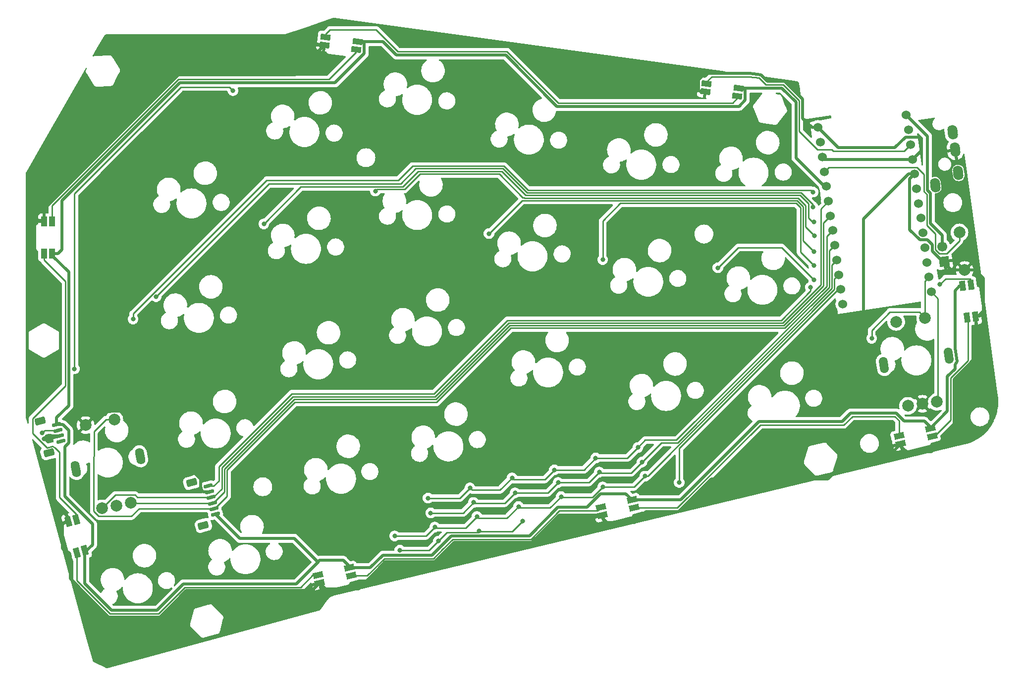
<source format=gbr>
%TF.GenerationSoftware,KiCad,Pcbnew,(6.0.5)*%
%TF.CreationDate,2022-07-31T15:02:15+09:00*%
%TF.ProjectId,ergotonic_f24-pcb-right,6572676f-746f-46e6-9963-5f6632342d70,rev?*%
%TF.SameCoordinates,Original*%
%TF.FileFunction,Copper,L1,Top*%
%TF.FilePolarity,Positive*%
%FSLAX46Y46*%
G04 Gerber Fmt 4.6, Leading zero omitted, Abs format (unit mm)*
G04 Created by KiCad (PCBNEW (6.0.5)) date 2022-07-31 15:02:15*
%MOMM*%
%LPD*%
G01*
G04 APERTURE LIST*
G04 Aperture macros list*
%AMRoundRect*
0 Rectangle with rounded corners*
0 $1 Rounding radius*
0 $2 $3 $4 $5 $6 $7 $8 $9 X,Y pos of 4 corners*
0 Add a 4 corners polygon primitive as box body*
4,1,4,$2,$3,$4,$5,$6,$7,$8,$9,$2,$3,0*
0 Add four circle primitives for the rounded corners*
1,1,$1+$1,$2,$3*
1,1,$1+$1,$4,$5*
1,1,$1+$1,$6,$7*
1,1,$1+$1,$8,$9*
0 Add four rect primitives between the rounded corners*
20,1,$1+$1,$2,$3,$4,$5,0*
20,1,$1+$1,$4,$5,$6,$7,0*
20,1,$1+$1,$6,$7,$8,$9,0*
20,1,$1+$1,$8,$9,$2,$3,0*%
%AMHorizOval*
0 Thick line with rounded ends*
0 $1 width*
0 $2 $3 position (X,Y) of the first rounded end (center of the circle)*
0 $4 $5 position (X,Y) of the second rounded end (center of the circle)*
0 Add line between two ends*
20,1,$1,$2,$3,$4,$5,0*
0 Add two circle primitives to create the rounded ends*
1,1,$1,$2,$3*
1,1,$1,$4,$5*%
%AMRotRect*
0 Rectangle, with rotation*
0 The origin of the aperture is its center*
0 $1 length*
0 $2 width*
0 $3 Rotation angle, in degrees counterclockwise*
0 Add horizontal line*
21,1,$1,$2,0,0,$3*%
G04 Aperture macros list end*
%TA.AperFunction,ComponentPad*%
%ADD10C,1.524000*%
%TD*%
%TA.AperFunction,SMDPad,CuDef*%
%ADD11RotRect,1.700000X1.000000X285.120000*%
%TD*%
%TA.AperFunction,SMDPad,CuDef*%
%ADD12RotRect,1.700000X1.000000X352.000000*%
%TD*%
%TA.AperFunction,ComponentPad*%
%ADD13C,2.000000*%
%TD*%
%TA.AperFunction,ComponentPad*%
%ADD14HorizOval,1.500000X-0.125473X0.637775X0.125473X-0.637775X0*%
%TD*%
%TA.AperFunction,ComponentPad*%
%ADD15HorizOval,1.700000X-0.055669X0.396107X0.055669X-0.396107X0*%
%TD*%
%TA.AperFunction,SMDPad,CuDef*%
%ADD16RotRect,1.700000X1.000000X13.500000*%
%TD*%
%TA.AperFunction,SMDPad,CuDef*%
%ADD17R,1.000000X1.700000*%
%TD*%
%TA.AperFunction,SMDPad,CuDef*%
%ADD18RoundRect,0.150000X0.642490X0.018219X0.564237X0.307833X-0.642490X-0.018219X-0.564237X-0.307833X0*%
%TD*%
%TA.AperFunction,ComponentPad*%
%ADD19RoundRect,0.249600X0.719283X-0.168618X0.536485X0.507921X-0.719283X0.168618X-0.536485X-0.507921X0*%
%TD*%
%TA.AperFunction,ComponentPad*%
%ADD20RotRect,1.700000X1.700000X188.000000*%
%TD*%
%TA.AperFunction,ComponentPad*%
%ADD21HorizOval,1.700000X0.000000X0.000000X0.000000X0.000000X0*%
%TD*%
%TA.AperFunction,ComponentPad*%
%ADD22HorizOval,1.500000X-0.090463X0.643674X0.090463X-0.643674X0*%
%TD*%
%TA.AperFunction,SMDPad,CuDef*%
%ADD23RotRect,1.700000X1.000000X98.000000*%
%TD*%
%TA.AperFunction,ViaPad*%
%ADD24C,0.800000*%
%TD*%
%TA.AperFunction,Conductor*%
%ADD25C,0.250000*%
%TD*%
%TA.AperFunction,Conductor*%
%ADD26C,0.500000*%
%TD*%
G04 APERTURE END LIST*
D10*
%TO.P,U2,1,TX0/D3*%
%TO.N,DATA2*%
X153334029Y-21006070D03*
%TO.P,U2,2,RX1/D2*%
%TO.N,LED2*%
X153687529Y-23521351D03*
%TO.P,U2,3,GND*%
%TO.N,GND2*%
X154041028Y-26036632D03*
%TO.P,U2,4,GND*%
X154394528Y-28551913D03*
%TO.P,U2,5,2/D1/SDA*%
%TO.N,C8*%
X154748028Y-31067194D03*
%TO.P,U2,6,3/D0/SCL*%
%TO.N,C9*%
X155101527Y-33582474D03*
%TO.P,U2,7,4/D4*%
%TO.N,C10*%
X155455027Y-36097755D03*
%TO.P,U2,8,5/C6*%
%TO.N,C11*%
X155808527Y-38613036D03*
%TO.P,U2,9,6/D7*%
%TO.N,C12*%
X156162026Y-41128317D03*
%TO.P,U2,10,7/E6*%
%TO.N,C13*%
X156515526Y-43643598D03*
%TO.P,U2,11,8/B4*%
%TO.N,C14*%
X156869026Y-46158879D03*
%TO.P,U2,12,9/B5*%
%TO.N,RE4B*%
X157222525Y-48674160D03*
%TO.P,U2,13,B6/10*%
%TO.N,RE4A*%
X142150645Y-50792374D03*
%TO.P,U2,14,B2/16*%
%TO.N,R8*%
X141797146Y-48277094D03*
%TO.P,U2,15,B3/14*%
%TO.N,R7*%
X141443646Y-45761813D03*
%TO.P,U2,16,B1/15*%
%TO.N,R6*%
X141090146Y-43246532D03*
%TO.P,U2,17,F7/A0*%
%TO.N,R5*%
X140736647Y-40731251D03*
%TO.P,U2,18,F6/A1*%
%TO.N,ENC2_PUSH*%
X140383147Y-38215970D03*
%TO.P,U2,19,F5/A2*%
%TO.N,ENC2_B*%
X140029647Y-35700689D03*
%TO.P,U2,20,F4/A3*%
%TO.N,ENC2_A*%
X139676148Y-33185408D03*
%TO.P,U2,21,VCC*%
%TO.N,VCC2*%
X139322648Y-30670127D03*
%TO.P,U2,22,RST*%
%TO.N,RESET2*%
X138969148Y-28154846D03*
%TO.P,U2,23,GND*%
%TO.N,GND2*%
X138615649Y-25639566D03*
%TO.P,U2,24,RAW*%
%TO.N,unconnected-(U2-Pad24)*%
X138262149Y-23124285D03*
%TO.P,U2,25,BAT-*%
%TO.N,GND2*%
X137908649Y-20609004D03*
%TO.P,U2,26,BAT+*%
%TO.N,BAT2*%
X152980529Y-18490789D03*
%TD*%
D11*
%TO.P,LED_11,1,VDD*%
%TO.N,VCC2*%
X12582081Y-92915210D03*
%TO.P,LED_11,2,DOUT*%
%TO.N,Net-(LED_11-Pad2)*%
X11230547Y-93280389D03*
%TO.P,LED_11,3,VSS*%
%TO.N,GND2*%
X9795919Y-87970790D03*
%TO.P,LED_11,4,DIN*%
%TO.N,Net-(LED_10-Pad2)*%
X11147453Y-87605611D03*
%TD*%
D12*
%TO.P,LED_8,1,VDD*%
%TO.N,VCC2*%
X124286658Y-13879538D03*
%TO.P,LED_8,2,DOUT*%
%TO.N,Net-(LED_8-Pad2)*%
X124091816Y-15265914D03*
%TO.P,LED_8,3,VSS*%
%TO.N,GND2*%
X118645342Y-14500462D03*
%TO.P,LED_8,4,DIN*%
%TO.N,LED2*%
X118840184Y-13114086D03*
%TD*%
D13*
%TO.P,RE3,A,A*%
%TO.N,ENC2_A*%
X15517789Y-85716527D03*
%TO.P,RE3,B,B*%
%TO.N,ENC2_B*%
X20423747Y-84751349D03*
%TO.P,RE3,C,C*%
%TO.N,GND2*%
X17970768Y-85233938D03*
D14*
%TO.P,RE3,MP*%
%TO.N,N/C*%
X22017674Y-76794000D03*
X11028326Y-78956000D03*
D13*
%TO.P,RE3,S1,S1*%
%TO.N,ENC2_PUSH*%
X17624729Y-70524069D03*
%TO.P,RE3,S2,S2*%
%TO.N,GND2*%
X12718770Y-71489247D03*
%TD*%
%TO.P,SW_RESET2,1,1*%
%TO.N,RESET2*%
X162064687Y-38540629D03*
%TO.P,SW_RESET2,2,2*%
%TO.N,GND2*%
X162969313Y-44977371D03*
%TD*%
D12*
%TO.P,LED_9,1,VDD*%
%TO.N,VCC2*%
X59193658Y-5919538D03*
%TO.P,LED_9,2,DOUT*%
%TO.N,Net-(LED_10-Pad4)*%
X58998816Y-7305914D03*
%TO.P,LED_9,3,VSS*%
%TO.N,GND2*%
X53552342Y-6540462D03*
%TO.P,LED_9,4,DIN*%
%TO.N,Net-(LED_8-Pad2)*%
X53747184Y-5154086D03*
%TD*%
D15*
%TO.P,TRRS2,A*%
%TO.N,unconnected-(TRRS2-PadA)*%
X157925680Y-30441427D03*
%TO.P,TRRS2,B*%
%TO.N,VCC2*%
X160901834Y-21439621D03*
%TO.P,TRRS2,C*%
%TO.N,GND2*%
X161319353Y-24410425D03*
%TO.P,TRRS2,D*%
%TO.N,DATA2*%
X161876046Y-28371498D03*
%TD*%
D16*
%TO.P,LED_14,1,VDD*%
%TO.N,VCC2*%
X157073606Y-72045366D03*
%TO.P,LED_14,2,DOUT*%
%TO.N,Net-(LED_14-Pad2)*%
X157400429Y-73406684D03*
%TO.P,LED_14,3,VSS*%
%TO.N,GND2*%
X152052394Y-74690634D03*
%TO.P,LED_14,4,DIN*%
%TO.N,Net-(LED_13-Pad2)*%
X151725571Y-73329316D03*
%TD*%
D17*
%TO.P,LED_10,1,VDD*%
%TO.N,VCC2*%
X7022000Y-42147000D03*
%TO.P,LED_10,2,DOUT*%
%TO.N,Net-(LED_10-Pad2)*%
X5622000Y-42147000D03*
%TO.P,LED_10,3,VSS*%
%TO.N,GND2*%
X5622000Y-36647000D03*
%TO.P,LED_10,4,DIN*%
%TO.N,Net-(LED_10-Pad4)*%
X7022000Y-36647000D03*
%TD*%
D18*
%TO.P,J4,1,Pin_1*%
%TO.N,VCC2*%
X34931234Y-86719839D03*
%TO.P,J4,2,Pin_2*%
%TO.N,ENC2_PUSH*%
X34670393Y-85754457D03*
%TO.P,J4,3,Pin_3*%
%TO.N,ENC2_B*%
X34409551Y-84789076D03*
%TO.P,J4,4,Pin_4*%
%TO.N,ENC2_A*%
X34148710Y-83823694D03*
%TO.P,J4,5,Pin_5*%
%TO.N,GND2*%
X33887868Y-82858313D03*
%TO.P,J4,6,Pin_6*%
%TO.N,LED_EXT2*%
X33627027Y-81892931D03*
D19*
%TO.P,J4,MP*%
%TO.N,N/C*%
X32832740Y-88633460D03*
X30850344Y-81296560D03*
%TD*%
D18*
%TO.P,J2,1,Pin_1*%
%TO.N,unconnected-(J2-Pad1)*%
X8541393Y-74285457D03*
%TO.P,J2,2,Pin_2*%
%TO.N,GND2*%
X8280551Y-73320076D03*
%TO.P,J2,3,Pin_3*%
%TO.N,DATA2*%
X8019710Y-72354694D03*
%TO.P,J2,4,Pin_4*%
%TO.N,VCC2*%
X7758868Y-71389313D03*
D19*
%TO.P,J2,MP*%
%TO.N,N/C*%
X6442898Y-76199078D03*
X4982186Y-70792941D03*
%TD*%
D20*
%TO.P,BAT2,1,Pin_1*%
%TO.N,GND2*%
X159500000Y-43500000D03*
D21*
%TO.P,BAT2,2,Pin_2*%
%TO.N,BAT2*%
X159146500Y-40984719D03*
%TD*%
D16*
%TO.P,LED_13,1,VDD*%
%TO.N,VCC2*%
X106105606Y-84252366D03*
%TO.P,LED_13,2,DOUT*%
%TO.N,Net-(LED_13-Pad2)*%
X106432429Y-85613684D03*
%TO.P,LED_13,3,VSS*%
%TO.N,GND2*%
X101084394Y-86897634D03*
%TO.P,LED_13,4,DIN*%
%TO.N,Net-(LED_12-Pad2)*%
X100757571Y-85536316D03*
%TD*%
D13*
%TO.P,RE4,A,A*%
%TO.N,RE4A*%
X153267128Y-68184943D03*
%TO.P,RE4,B,B*%
%TO.N,RE4B*%
X158218468Y-67489078D03*
%TO.P,RE4,C,C*%
%TO.N,GND2*%
X155742798Y-67837011D03*
D22*
%TO.P,RE4,MP*%
%TO.N,N/C*%
X160244501Y-59630631D03*
X149153499Y-61189369D03*
D13*
%TO.P,RE4,S1,S1*%
%TO.N,C14*%
X156200458Y-53130191D03*
%TO.P,RE4,S2,S2*%
%TO.N,D48*%
X151249118Y-53826056D03*
%TD*%
D23*
%TO.P,LED_15,1,VDD*%
%TO.N,VCC2*%
X162634086Y-47671184D03*
%TO.P,LED_15,2,DOUT*%
%TO.N,LED_EXT2*%
X164020462Y-47476342D03*
%TO.P,LED_15,3,VSS*%
%TO.N,GND2*%
X164785914Y-52922816D03*
%TO.P,LED_15,4,DIN*%
%TO.N,Net-(LED_14-Pad2)*%
X163399538Y-53117658D03*
%TD*%
D16*
%TO.P,LED_12,1,VDD*%
%TO.N,VCC2*%
X57754606Y-95854366D03*
%TO.P,LED_12,2,DOUT*%
%TO.N,Net-(LED_12-Pad2)*%
X58081429Y-97215684D03*
%TO.P,LED_12,3,VSS*%
%TO.N,GND2*%
X52733394Y-98499634D03*
%TO.P,LED_12,4,DIN*%
%TO.N,Net-(LED_11-Pad2)*%
X52406571Y-97138316D03*
%TD*%
D24*
%TO.N,R7*%
X101092000Y-82042000D03*
X86700000Y-85400000D03*
X108300000Y-80200000D03*
X79600000Y-87100000D03*
X65532000Y-90424000D03*
X94000000Y-83700000D03*
X72400000Y-88900000D03*
%TO.N,R8*%
X87376000Y-87884000D03*
X79990660Y-89551478D03*
X66421000Y-92851478D03*
X73025000Y-91301478D03*
X114173000Y-81280000D03*
%TO.N,R5*%
X78400000Y-82200000D03*
X71247000Y-83947000D03*
X99900000Y-77100000D03*
X107100000Y-75300000D03*
X92837000Y-79121000D03*
X85600000Y-80500000D03*
%TO.N,R6*%
X100500000Y-79500000D03*
X71700000Y-86487000D03*
X107800000Y-77800000D03*
X86106000Y-83058000D03*
X79000000Y-84700000D03*
X93472000Y-81280000D03*
%TO.N,GND2*%
X5592299Y-73782701D03*
X142494000Y-62865000D03*
X4445000Y-36449000D03*
X112141000Y-79121000D03*
X71164273Y-79074444D03*
X51054000Y-88900000D03*
X8890000Y-86360000D03*
X16200000Y-29800000D03*
X90678000Y-76581000D03*
X20701000Y-89408000D03*
X51816000Y-6477000D03*
%TO.N,DATA2*%
X37900000Y-14300000D03*
X10795000Y-61849000D03*
X5280855Y-72832960D03*
%TO.N,LED_EXT2*%
X136600000Y-47900000D03*
X158700000Y-47450000D03*
%TO.N,C8*%
X20828000Y-53340000D03*
X137033000Y-31623000D03*
%TO.N,C9*%
X24765000Y-49530000D03*
X137033000Y-34163000D03*
%TO.N,C10*%
X43180000Y-37084000D03*
X137160000Y-36703000D03*
%TO.N,C11*%
X137287000Y-39116000D03*
X62230000Y-31468521D03*
%TO.N,C12*%
X81661000Y-38735000D03*
X137160000Y-41783000D03*
%TO.N,C13*%
X101092000Y-43180000D03*
X137160000Y-44196000D03*
%TO.N,C14*%
X120777000Y-44577000D03*
X137160000Y-46609000D03*
X147066000Y-56642000D03*
%TD*%
D25*
%TO.N,R7*%
X99334000Y-83800000D02*
X94100000Y-83800000D01*
X94100000Y-83800000D02*
X94000000Y-83700000D01*
X77673000Y-89027000D02*
X72527000Y-89027000D01*
X101092000Y-82042000D02*
X99334000Y-83800000D01*
X92102000Y-85598000D02*
X94000000Y-83700000D01*
X65532000Y-90424000D02*
X70876000Y-90424000D01*
X101092000Y-82042000D02*
X106458000Y-82042000D01*
X86898000Y-85598000D02*
X92102000Y-85598000D01*
X72527000Y-89027000D02*
X72400000Y-88900000D01*
X79600000Y-87100000D02*
X79876000Y-87376000D01*
X140709535Y-48292176D02*
X108801711Y-80200000D01*
X108801711Y-80200000D02*
X108300000Y-80200000D01*
X141443646Y-45761813D02*
X140709535Y-46495924D01*
X140709535Y-46495924D02*
X140709535Y-48292176D01*
X106458000Y-82042000D02*
X108300000Y-80200000D01*
X79600000Y-87100000D02*
X77673000Y-89027000D01*
X79876000Y-87376000D02*
X84724000Y-87376000D01*
X84724000Y-87376000D02*
X86700000Y-85400000D01*
X70876000Y-90424000D02*
X72400000Y-88900000D01*
X86700000Y-85400000D02*
X86898000Y-85598000D01*
%TO.N,R8*%
X79715671Y-89826467D02*
X79990660Y-89551478D01*
X141360321Y-48277094D02*
X141797146Y-48277094D01*
X114173000Y-81280000D02*
X114173000Y-75464415D01*
X87376000Y-87884000D02*
X85598000Y-89662000D01*
X71426478Y-92900000D02*
X66469522Y-92900000D01*
X80101182Y-89662000D02*
X79990660Y-89551478D01*
X74500011Y-89826467D02*
X79715671Y-89826467D01*
X73025000Y-91301478D02*
X74500011Y-89826467D01*
X73025000Y-91301478D02*
X71426478Y-92900000D01*
X66469522Y-92900000D02*
X66421000Y-92851478D01*
X85598000Y-89662000D02*
X80101182Y-89662000D01*
X114173000Y-75464415D02*
X141360321Y-48277094D01*
%TO.N,R5*%
X92837000Y-79121000D02*
X91186000Y-80772000D01*
X139810513Y-47919790D02*
X113699325Y-74030978D01*
X83550000Y-82550000D02*
X85600000Y-80500000D01*
X139810513Y-41657385D02*
X139810513Y-47919790D01*
X113699325Y-74030978D02*
X108369022Y-74030978D01*
X78400000Y-82200000D02*
X78750000Y-82550000D01*
X99900000Y-77100000D02*
X105300000Y-77100000D01*
X97879000Y-79121000D02*
X99900000Y-77100000D01*
X76653000Y-83947000D02*
X78400000Y-82200000D01*
X108369022Y-74030978D02*
X107100000Y-75300000D01*
X78750000Y-82550000D02*
X83550000Y-82550000D01*
X91186000Y-80772000D02*
X85872000Y-80772000D01*
X92837000Y-79121000D02*
X97879000Y-79121000D01*
X71247000Y-83947000D02*
X76653000Y-83947000D01*
X85872000Y-80772000D02*
X85600000Y-80500000D01*
X140736647Y-40731251D02*
X139810513Y-41657385D01*
X105300000Y-77100000D02*
X107100000Y-75300000D01*
%TO.N,R6*%
X111119511Y-74480489D02*
X107800000Y-77800000D01*
X93472000Y-81280000D02*
X98720000Y-81280000D01*
X79136000Y-84836000D02*
X79000000Y-84700000D01*
X91694000Y-83058000D02*
X86106000Y-83058000D01*
X84328000Y-84836000D02*
X79136000Y-84836000D01*
X93472000Y-81280000D02*
X91694000Y-83058000D01*
X77213000Y-86487000D02*
X71700000Y-86487000D01*
X100500000Y-79500000D02*
X100629000Y-79629000D01*
X113885518Y-74480489D02*
X111119511Y-74480489D01*
X86106000Y-83058000D02*
X84328000Y-84836000D01*
X79000000Y-84700000D02*
X77213000Y-86487000D01*
X105971000Y-79629000D02*
X107800000Y-77800000D01*
X100629000Y-79629000D02*
X105971000Y-79629000D01*
X140260024Y-48105983D02*
X113885518Y-74480489D01*
X98720000Y-81280000D02*
X100500000Y-79500000D01*
X141090146Y-43246532D02*
X140260024Y-44076654D01*
X140260024Y-44076654D02*
X140260024Y-48105983D01*
D26*
%TO.N,VCC2*%
X124286658Y-13879538D02*
X125145011Y-13879538D01*
X131735538Y-13879538D02*
X134112000Y-16256000D01*
X9144000Y-75217224D02*
X9827424Y-74533800D01*
X93279946Y-16974511D02*
X84499946Y-8194511D01*
X9144000Y-83642518D02*
X9144000Y-75217224D01*
X161665314Y-60618355D02*
X161338018Y-58289539D01*
X56800000Y-94600000D02*
X57754606Y-95554606D01*
X142001993Y-70850007D02*
X143449511Y-69402489D01*
X13900000Y-91948646D02*
X13900000Y-88398518D01*
X7758868Y-71389313D02*
X7758868Y-70222313D01*
X124286658Y-13879538D02*
X131735538Y-13879538D01*
X160013978Y-69104994D02*
X160013978Y-63151059D01*
X55363978Y-12962022D02*
X28812003Y-12962022D01*
X9845511Y-68135670D02*
X9845511Y-45320511D01*
X9827424Y-72380235D02*
X8850509Y-71403320D01*
X9827424Y-74533800D02*
X9827424Y-72380235D01*
X12933436Y-92915210D02*
X13900000Y-91948646D01*
X93425036Y-85550000D02*
X88574058Y-90400978D01*
X8022000Y-42147000D02*
X7022000Y-42147000D01*
X100746481Y-83200000D02*
X98396481Y-85550000D01*
X8700000Y-41469000D02*
X8022000Y-42147000D01*
X84499946Y-8194511D02*
X65802029Y-8194511D01*
X125145011Y-13879538D02*
X125452650Y-14187177D01*
X61369146Y-95854366D02*
X57754606Y-95854366D01*
X124404508Y-16974511D02*
X93279946Y-16974511D01*
X24926058Y-103115978D02*
X29429547Y-98612489D01*
X9845511Y-45320511D02*
X7022000Y-42497000D01*
X134112000Y-25781000D02*
X139001127Y-30670127D01*
X106105606Y-84252366D02*
X105053240Y-83200000D01*
X8850509Y-71403320D02*
X7655495Y-71403320D01*
X162128816Y-47671184D02*
X162634086Y-47671184D01*
X161300000Y-61865037D02*
X161300000Y-61103144D01*
X71924059Y-93700978D02*
X63522534Y-93700978D01*
X125452650Y-14187177D02*
X125452650Y-15926369D01*
X33721512Y-98612489D02*
X48707511Y-98612489D01*
X105053240Y-83200000D02*
X100746481Y-83200000D01*
X160013978Y-63151059D02*
X161300000Y-61865037D01*
X63522534Y-93700978D02*
X61369146Y-95854366D01*
X151214971Y-69402489D02*
X152612482Y-70800000D01*
X57754606Y-95554606D02*
X57754606Y-95854366D01*
X98396481Y-85550000D02*
X93425036Y-85550000D01*
X52720000Y-94600000D02*
X56800000Y-94600000D01*
X12582081Y-98575603D02*
X17122456Y-103115978D01*
X114401670Y-84252366D02*
X127804030Y-70850007D01*
X60359650Y-6227177D02*
X60359650Y-7966350D01*
X143449511Y-69402489D02*
X151214971Y-69402489D01*
X29429547Y-98612489D02*
X33721512Y-98612489D01*
X13900000Y-88398518D02*
X9144000Y-83642518D01*
X65802029Y-8194511D02*
X63527056Y-5919538D01*
X134112000Y-16256000D02*
X134112000Y-25781000D01*
X7758868Y-70222313D02*
X9845511Y-68135670D01*
X157073606Y-71773606D02*
X157073606Y-72045366D01*
X17122456Y-103115978D02*
X24926058Y-103115978D01*
X161300000Y-61103144D02*
X161665314Y-60618355D01*
X157073606Y-72045366D02*
X160013978Y-69104994D01*
X139001127Y-30670127D02*
X139322648Y-30670127D01*
X52451000Y-94869000D02*
X52720000Y-94600000D01*
X127804030Y-70850007D02*
X142001993Y-70850007D01*
X28812003Y-12962022D02*
X8700000Y-33074025D01*
X39043240Y-90831845D02*
X48413845Y-90831845D01*
X48707511Y-98612489D02*
X52451000Y-94869000D01*
X12582081Y-92915210D02*
X12582081Y-98575603D01*
X161338018Y-58289539D02*
X161300000Y-58260890D01*
X7022000Y-42497000D02*
X7022000Y-42147000D01*
X125452650Y-15926369D02*
X124404508Y-16974511D01*
X161300000Y-48500000D02*
X162128816Y-47671184D01*
X60052011Y-5919538D02*
X60359650Y-6227177D01*
X59193658Y-5919538D02*
X60052011Y-5919538D01*
X88574058Y-90400978D02*
X75224059Y-90400978D01*
X161300000Y-58260890D02*
X161300000Y-48500000D01*
X48413845Y-90831845D02*
X52451000Y-94869000D01*
X156100000Y-70800000D02*
X157073606Y-71773606D01*
X34931234Y-86719839D02*
X39043240Y-90831845D01*
X63527056Y-5919538D02*
X59193658Y-5919538D01*
X75224059Y-90400978D02*
X71924059Y-93700978D01*
X106105606Y-84252366D02*
X114401670Y-84252366D01*
X152612482Y-70800000D02*
X156100000Y-70800000D01*
X12582081Y-92915210D02*
X12933436Y-92915210D01*
X60359650Y-7966350D02*
X55363978Y-12962022D01*
X8700000Y-33074025D02*
X8700000Y-41469000D01*
%TO.N,GND2*%
X154041028Y-26036632D02*
X139012715Y-26036632D01*
X16899321Y-69199558D02*
X15008459Y-69199558D01*
X5622000Y-36647000D02*
X5622000Y-34510000D01*
X153000000Y-76000000D02*
X157300000Y-76000000D01*
X141363134Y-24063489D02*
X150995230Y-24063489D01*
X132180962Y-12700000D02*
X135261022Y-15780060D01*
X4445000Y-36449000D02*
X5424000Y-36449000D01*
X119634000Y-80645000D02*
X114046000Y-86233000D01*
X164785914Y-52922816D02*
X165177184Y-52922816D01*
X118645342Y-14500462D02*
X117786989Y-14500462D01*
X114046000Y-86233000D02*
X108458000Y-86233000D01*
X52733394Y-98499634D02*
X53733760Y-99500000D01*
X139012715Y-26036632D02*
X138615649Y-25639566D01*
X28575000Y-11557000D02*
X48535804Y-11557000D01*
X5622000Y-34510000D02*
X28575000Y-11557000D01*
X151532787Y-63627000D02*
X147574000Y-63627000D01*
X152052394Y-75052394D02*
X153000000Y-76000000D01*
X153536517Y-29409924D02*
X153536517Y-38054362D01*
X63998475Y-94850000D02*
X72400000Y-94850000D01*
X155742798Y-67837011D02*
X151532787Y-63627000D01*
X117786989Y-14500462D02*
X117479350Y-14192823D01*
X106591000Y-88100000D02*
X101800000Y-88100000D01*
X166116000Y-46381404D02*
X164711967Y-44977371D01*
X5922738Y-73452262D02*
X5592299Y-73782701D01*
X164897914Y-59892086D02*
X164897914Y-53034816D01*
X152833719Y-22225000D02*
X155067000Y-22225000D01*
X156571592Y-39824547D02*
X157397478Y-40650433D01*
X93702366Y-86897634D02*
X101084394Y-86897634D01*
X15008459Y-69199558D02*
X12718770Y-71489247D01*
X10076621Y-97695118D02*
X10076621Y-93797374D01*
X147574000Y-63627000D02*
X145669000Y-61722000D01*
X153362348Y-28551913D02*
X154394528Y-28551913D01*
X161163000Y-72137000D02*
X161163000Y-63627000D01*
X161163000Y-63627000D02*
X164897914Y-59892086D01*
X32548799Y-82596876D02*
X32340996Y-81827798D01*
X75700000Y-91550000D02*
X89050000Y-91550000D01*
X101084394Y-87384394D02*
X101084394Y-86897634D01*
X9795919Y-87970790D02*
X9795919Y-87265919D01*
X160665660Y-44977371D02*
X162969313Y-44977371D01*
X59348475Y-99500000D02*
X63998475Y-94850000D01*
X155448000Y-24629660D02*
X154041028Y-26036632D01*
X32340996Y-81827798D02*
X32340996Y-80681505D01*
X145669000Y-61722000D02*
X145669000Y-36245261D01*
X129216864Y-12700000D02*
X132180962Y-12700000D01*
X9329210Y-87970790D02*
X9795919Y-87970790D01*
X52733394Y-98499634D02*
X51471509Y-99761519D01*
X51816000Y-6477000D02*
X53488880Y-6477000D01*
X17024321Y-69074558D02*
X16899321Y-69199558D01*
X48535804Y-11557000D02*
X53552342Y-6540462D01*
X154394528Y-28551913D02*
X153536517Y-29409924D01*
X32810236Y-82858313D02*
X32548799Y-82596876D01*
X155448000Y-22606000D02*
X155448000Y-24629660D01*
X142494000Y-77724000D02*
X139573000Y-80645000D01*
X152052394Y-74690634D02*
X152052394Y-75052394D01*
X20734049Y-69074558D02*
X17024321Y-69074558D01*
X53488880Y-6477000D02*
X53552342Y-6540462D01*
X32340996Y-80681505D02*
X20734049Y-69074558D01*
X72400000Y-94850000D02*
X75700000Y-91550000D01*
X157300000Y-76000000D02*
X161163000Y-72137000D01*
X25400000Y-104267000D02*
X16648503Y-104267000D01*
X150995230Y-24063489D02*
X152833719Y-22225000D01*
X108458000Y-86233000D02*
X106591000Y-88100000D01*
X139573000Y-80645000D02*
X119634000Y-80645000D01*
X51471509Y-99761519D02*
X29905481Y-99761519D01*
X145669000Y-36245261D02*
X153362348Y-28551913D01*
X128107385Y-11590520D02*
X129216864Y-12700000D01*
X5424000Y-36449000D02*
X5622000Y-36647000D01*
X157397478Y-41709189D02*
X160665660Y-44977371D01*
X33887868Y-82858313D02*
X32810236Y-82858313D01*
X153536517Y-38054362D02*
X155306702Y-39824547D01*
X101800000Y-88100000D02*
X101084394Y-87384394D01*
X155067000Y-22225000D02*
X155448000Y-22606000D01*
X29905481Y-99761519D02*
X25400000Y-104267000D01*
X9795919Y-87265919D02*
X8890000Y-86360000D01*
X126171384Y-11325489D02*
X128107385Y-11590520D01*
X164897914Y-53034816D02*
X164785914Y-52922816D01*
X149019028Y-77724000D02*
X142494000Y-77724000D01*
X53733760Y-99500000D02*
X59348475Y-99500000D01*
X135261022Y-19039007D02*
X136831019Y-20609004D01*
X10076621Y-93797374D02*
X8800000Y-92520753D01*
X16648503Y-104267000D02*
X10076621Y-97695118D01*
X155306702Y-39824547D02*
X156571592Y-39824547D01*
X157397478Y-40650433D02*
X157397478Y-41709189D01*
X118607492Y-11325489D02*
X126171384Y-11325489D01*
X5592299Y-73782701D02*
X6054924Y-73320076D01*
X117479350Y-14192823D02*
X117479350Y-12453631D01*
X117479350Y-12453631D02*
X118607492Y-11325489D01*
X166116000Y-51984000D02*
X166116000Y-46381404D01*
X135261022Y-15780060D02*
X135261022Y-19039007D01*
X6054924Y-73320076D02*
X8280551Y-73320076D01*
X89050000Y-91550000D02*
X93702366Y-86897634D01*
X8800000Y-88500000D02*
X9329210Y-87970790D01*
X152052394Y-74690634D02*
X149019028Y-77724000D01*
X8800000Y-92520753D02*
X8800000Y-88500000D01*
X136831019Y-20609004D02*
X137908649Y-20609004D01*
X164711967Y-44977371D02*
X162969313Y-44977371D01*
X165177184Y-52922816D02*
X166116000Y-51984000D01*
X137908649Y-20609004D02*
X141363134Y-24063489D01*
D25*
%TO.N,DATA2*%
X5280855Y-72832960D02*
X5759121Y-72354694D01*
X29000000Y-13700000D02*
X37300000Y-13700000D01*
X10795000Y-61849000D02*
X10795000Y-31905000D01*
X5759121Y-72354694D02*
X8019710Y-72354694D01*
X37300000Y-13700000D02*
X37900000Y-14300000D01*
X10795000Y-31905000D02*
X29000000Y-13700000D01*
X5641121Y-72472694D02*
X5280855Y-72832960D01*
%TO.N,ENC2_A*%
X48100000Y-66600000D02*
X72428592Y-66600000D01*
X34538787Y-83823694D02*
X36000978Y-82361503D01*
X17807478Y-83426838D02*
X21176838Y-83426838D01*
X85027614Y-54000978D02*
X131822213Y-54000978D01*
X138351466Y-47471725D02*
X138351466Y-34510090D01*
X36000978Y-78699022D02*
X48100000Y-66600000D01*
X21550000Y-83800000D02*
X34125016Y-83800000D01*
X34148710Y-83823694D02*
X34538787Y-83823694D01*
X138351466Y-34510090D02*
X139676148Y-33185408D01*
X36000978Y-82361503D02*
X36000978Y-78699022D01*
X72428592Y-66600000D02*
X85027614Y-54000978D01*
X131822213Y-54000978D02*
X138351466Y-47471725D01*
X21176838Y-83426838D02*
X21550000Y-83800000D01*
X34125016Y-83800000D02*
X34148710Y-83823694D01*
X15517789Y-85716527D02*
X17807478Y-83426838D01*
%TO.N,ENC2_B*%
X34527947Y-84789076D02*
X36450489Y-82866534D01*
X138800977Y-47657918D02*
X138800977Y-36929359D01*
X20461474Y-84789076D02*
X34527947Y-84789076D01*
X132008407Y-54450488D02*
X138800977Y-47657918D01*
X36450490Y-79013806D02*
X48414786Y-67049510D01*
X85213807Y-54450489D02*
X132008407Y-54450488D01*
X138800977Y-36929359D02*
X140029647Y-35700689D01*
X36450489Y-82866534D02*
X36450490Y-79013806D01*
X72614786Y-67049510D02*
X85213807Y-54450489D01*
X20423747Y-84751349D02*
X20461474Y-84789076D01*
X48414786Y-67049510D02*
X72614786Y-67049510D01*
%TO.N,ENC2_PUSH*%
X14168870Y-72565715D02*
X14168870Y-76800338D01*
X34670393Y-85754457D02*
X34788789Y-85754457D01*
X21845543Y-85754457D02*
X34670393Y-85754457D01*
X14969157Y-87041038D02*
X20558962Y-87041038D01*
X14098479Y-86170360D02*
X14969157Y-87041038D01*
X34788789Y-85754457D02*
X36900000Y-83643246D01*
X132194599Y-54900000D02*
X139361002Y-47733597D01*
X16210516Y-70524069D02*
X14168870Y-72565715D01*
X48500000Y-67600000D02*
X72700000Y-67600000D01*
X14168870Y-76800338D02*
X14098479Y-76870729D01*
X36900000Y-83643246D02*
X36900000Y-79200000D01*
X20558962Y-87041038D02*
X21845543Y-85754457D01*
X14098479Y-76870729D02*
X14098479Y-86170360D01*
X139361002Y-39238115D02*
X140383147Y-38215970D01*
X72700000Y-67600000D02*
X85400000Y-54900000D01*
X17624729Y-70524069D02*
X16210516Y-70524069D01*
X139361002Y-47733597D02*
X139361002Y-39238115D01*
X85400000Y-54900000D02*
X132194599Y-54900000D01*
X36900000Y-79200000D02*
X48500000Y-67600000D01*
%TO.N,Net-(LED_8-Pad2)*%
X84737917Y-7620000D02*
X93517917Y-16400000D01*
X93517917Y-16400000D02*
X123300000Y-16400000D01*
X124091816Y-15608184D02*
X124091816Y-15265914D01*
X62320000Y-3900000D02*
X66040000Y-7620000D01*
X123300000Y-16400000D02*
X124091816Y-15608184D01*
X53747184Y-4652816D02*
X54500000Y-3900000D01*
X54500000Y-3900000D02*
X62320000Y-3900000D01*
X66040000Y-7620000D02*
X84737917Y-7620000D01*
X53747184Y-5154086D02*
X53747184Y-4652816D01*
%TO.N,LED2*%
X119727135Y-11900000D02*
X126132242Y-11900000D01*
X140208000Y-24384000D02*
X140462000Y-24638000D01*
X128978894Y-13274511D02*
X130621807Y-13274511D01*
X134686511Y-16018030D02*
X134686511Y-21275511D01*
X127837878Y-12133495D02*
X128978894Y-13274511D01*
X126132242Y-11900000D02*
X127837878Y-12133495D01*
X134686511Y-21275511D02*
X137795000Y-24384000D01*
X131973509Y-13305027D02*
X134686511Y-16018030D01*
X118840184Y-13114086D02*
X118840184Y-12786951D01*
X152570880Y-24638000D02*
X153687529Y-23521351D01*
X140462000Y-24638000D02*
X152570880Y-24638000D01*
X118840184Y-12786951D02*
X119727135Y-11900000D01*
X130652323Y-13305027D02*
X131973509Y-13305027D01*
X130621807Y-13274511D02*
X130652323Y-13305027D01*
X137795000Y-24384000D02*
X140208000Y-24384000D01*
%TO.N,Net-(LED_10-Pad4)*%
X58998816Y-7305914D02*
X58998816Y-7701184D01*
X58998816Y-7701184D02*
X54312489Y-12387511D01*
X28574032Y-12387511D02*
X7022000Y-33939543D01*
X54312489Y-12387511D02*
X28574032Y-12387511D01*
X7022000Y-33939543D02*
X7022000Y-36647000D01*
%TO.N,Net-(LED_10-Pad2)*%
X9271000Y-64770000D02*
X9271000Y-46913482D01*
X9271000Y-46913482D02*
X5622000Y-43264482D01*
X3646628Y-72861628D02*
X3646628Y-70394372D01*
X3646628Y-70394372D02*
X9271000Y-64770000D01*
X11147453Y-87605611D02*
X11147453Y-86725130D01*
X8255000Y-83832677D02*
X8255000Y-76095229D01*
X5622000Y-43264482D02*
X5622000Y-42147000D01*
X6115001Y-75330001D02*
X3646628Y-72861628D01*
X7471598Y-75311827D02*
X7059203Y-75074882D01*
X8255000Y-76095229D02*
X7471598Y-75311827D01*
X11147453Y-86725130D02*
X8255000Y-83832677D01*
X7059203Y-75074882D02*
X6115001Y-75330001D01*
%TO.N,Net-(LED_11-Pad2)*%
X52406571Y-97138316D02*
X51532418Y-97138316D01*
X49483734Y-99187000D02*
X29667518Y-99187000D01*
X25164029Y-103690489D02*
X16884485Y-103690489D01*
X16884485Y-103690489D02*
X11230547Y-98036550D01*
X11230547Y-98036550D02*
X11230547Y-93280389D01*
X29667518Y-99187000D02*
X25164029Y-103690489D01*
X51532418Y-97138316D02*
X49483734Y-99187000D01*
%TO.N,Net-(LED_12-Pad2)*%
X58081429Y-97215684D02*
X60820309Y-97215684D01*
X93663008Y-86124511D02*
X100169376Y-86124511D01*
X100169376Y-86124511D02*
X100757571Y-85536316D01*
X73712029Y-92725489D02*
X75462030Y-90975489D01*
X88812029Y-90975489D02*
X93663008Y-86124511D01*
X63760505Y-94275489D02*
X72162030Y-94275489D01*
X72162030Y-94275489D02*
X73712029Y-92725489D01*
X75462030Y-90975489D02*
X88812029Y-90975489D01*
X60820309Y-97215684D02*
X63760505Y-94275489D01*
%TO.N,Net-(LED_13-Pad2)*%
X113852834Y-85613684D02*
X106432429Y-85613684D01*
X142316482Y-71424518D02*
X128042000Y-71424518D01*
X151725571Y-70725571D02*
X150977000Y-69977000D01*
X128042000Y-71424518D02*
X113852834Y-85613684D01*
X151725571Y-73329316D02*
X151725571Y-70725571D01*
X143764000Y-69977000D02*
X142316482Y-71424518D01*
X150977000Y-69977000D02*
X143764000Y-69977000D01*
%TO.N,Net-(LED_14-Pad2)*%
X163399538Y-53117658D02*
X163511538Y-53229658D01*
X163511538Y-60465980D02*
X160588489Y-63389030D01*
X163511538Y-53229658D02*
X163511538Y-60465980D01*
X160588489Y-63389030D02*
X160588489Y-70601992D01*
X160588489Y-70601992D02*
X157783797Y-73406684D01*
X157783797Y-73406684D02*
X157400429Y-73406684D01*
%TO.N,LED_EXT2*%
X164020462Y-47476342D02*
X164020462Y-46617989D01*
X47950000Y-66100000D02*
X35500000Y-78550000D01*
X164020462Y-46617989D02*
X163837823Y-46435350D01*
X34607069Y-81892931D02*
X33627027Y-81892931D01*
X35500000Y-81000000D02*
X34607069Y-81892931D01*
X35500000Y-78550000D02*
X35500000Y-81000000D01*
X131600000Y-53550000D02*
X84800000Y-53550000D01*
X136600000Y-48550000D02*
X131600000Y-53550000D01*
X159714650Y-46435350D02*
X158700000Y-47450000D01*
X163837823Y-46435350D02*
X159714650Y-46435350D01*
X72250000Y-66100000D02*
X47950000Y-66100000D01*
X84800000Y-53550000D02*
X72250000Y-66100000D01*
X136600000Y-47900000D02*
X136600000Y-48550000D01*
%TO.N,RE4B*%
X157222525Y-48674160D02*
X158381803Y-49833438D01*
X158381803Y-67325743D02*
X158218468Y-67489078D01*
X158381803Y-49833438D02*
X158381803Y-67325743D01*
%TO.N,C8*%
X68580000Y-27178000D02*
X66171300Y-29586700D01*
X136710000Y-31300000D02*
X88323000Y-31300000D01*
X66171300Y-29586700D02*
X43683700Y-29586700D01*
X20828000Y-52442400D02*
X20828000Y-53340000D01*
X84201000Y-27178000D02*
X68580000Y-27178000D01*
X137033000Y-31623000D02*
X136710000Y-31300000D01*
X43683700Y-29586700D02*
X20828000Y-52442400D01*
X88323000Y-31300000D02*
X84201000Y-27178000D01*
%TO.N,C9*%
X44069000Y-30226000D02*
X66548000Y-30226000D01*
X134985215Y-31749511D02*
X137033000Y-33797296D01*
X84014807Y-27627511D02*
X88136807Y-31749511D01*
X24765000Y-49530000D02*
X44069000Y-30226000D01*
X66548000Y-30226000D02*
X69146489Y-27627511D01*
X88136807Y-31749511D02*
X134985215Y-31749511D01*
X137033000Y-33797296D02*
X137033000Y-34163000D01*
X69146489Y-27627511D02*
X84014807Y-27627511D01*
%TO.N,C10*%
X136248533Y-33648533D02*
X134799022Y-32199022D01*
X66920387Y-30744021D02*
X49519978Y-30744022D01*
X87950613Y-32199021D02*
X83828614Y-28077022D01*
X136903000Y-36703000D02*
X136248533Y-36048533D01*
X134799022Y-32199022D02*
X87950613Y-32199021D01*
X69587386Y-28077022D02*
X66920387Y-30744021D01*
X137160000Y-36703000D02*
X136903000Y-36703000D01*
X83828614Y-28077022D02*
X69587386Y-28077022D01*
X136248533Y-36048533D02*
X136248533Y-33648533D01*
X49519978Y-30744022D02*
X43180000Y-37084000D01*
%TO.N,C11*%
X83397105Y-28533105D02*
X69891895Y-28533105D01*
X62504989Y-31193532D02*
X62230000Y-31468521D01*
X135799021Y-33927613D02*
X134519941Y-32648533D01*
X69891895Y-28533105D02*
X67231468Y-31193532D01*
X67231468Y-31193532D02*
X62504989Y-31193532D01*
X87764419Y-32648531D02*
X87686378Y-32570490D01*
X135799022Y-37628022D02*
X135799021Y-33927613D01*
X87434490Y-32570490D02*
X83397105Y-28533105D01*
X137287000Y-39116000D02*
X135799022Y-37628022D01*
X134519941Y-32648533D02*
X87764419Y-32648531D01*
X87686378Y-32570490D02*
X87434490Y-32570490D01*
%TO.N,C12*%
X135349511Y-34113807D02*
X135349511Y-39972511D01*
X87558674Y-33078490D02*
X87578226Y-33098042D01*
X134333748Y-33098044D02*
X135349511Y-34113807D01*
X135349511Y-39972511D02*
X137160000Y-41783000D01*
X87578226Y-33098042D02*
X134333748Y-33098044D01*
X87317510Y-33078490D02*
X87558674Y-33078490D01*
X81661000Y-38735000D02*
X87317510Y-33078490D01*
%TO.N,C13*%
X101092000Y-36576000D02*
X101092000Y-43180000D01*
X134147555Y-33547555D02*
X104120446Y-33547554D01*
X137160000Y-44196000D02*
X134900000Y-41936000D01*
X104120446Y-33547554D02*
X101092000Y-36576000D01*
X134900000Y-34300000D02*
X134147555Y-33547555D01*
X134900000Y-41936000D02*
X134900000Y-34300000D01*
%TO.N,C14*%
X147066000Y-55245000D02*
X147066000Y-56642000D01*
X156869026Y-46158879D02*
X156136014Y-46891891D01*
X155200458Y-52130191D02*
X150180809Y-52130191D01*
X131660140Y-41109140D02*
X137160000Y-46609000D01*
X150180809Y-52130191D02*
X147066000Y-55245000D01*
X156200458Y-53130191D02*
X155200458Y-52130191D01*
X156136014Y-46891891D02*
X156136014Y-53065747D01*
X156136014Y-53065747D02*
X156200458Y-53130191D01*
X124244860Y-41109140D02*
X131660140Y-41109140D01*
X120777000Y-44577000D02*
X124244860Y-41109140D01*
%TO.N,RESET2*%
X159860299Y-42159230D02*
X162064687Y-39954842D01*
X156525489Y-35631657D02*
X156541538Y-35647706D01*
X162064687Y-39954842D02*
X162064687Y-38540629D01*
X155986109Y-28606934D02*
X155986109Y-31506535D01*
X156541538Y-35647706D02*
X156541538Y-36547804D01*
X156525489Y-36563853D02*
X156525489Y-37325489D01*
X156525489Y-32045915D02*
X156525489Y-35631657D01*
X154772022Y-27392847D02*
X155986109Y-28606934D01*
X157971989Y-41471218D02*
X158660001Y-42159230D01*
X138969148Y-28154846D02*
X139731147Y-27392847D01*
X155986109Y-31506535D02*
X156525489Y-32045915D01*
X156541538Y-36547804D02*
X156525489Y-36563853D01*
X139731147Y-27392847D02*
X154772022Y-27392847D01*
X157971989Y-38771989D02*
X157971989Y-41471218D01*
X156525489Y-37325489D02*
X157971989Y-38771989D01*
X158660001Y-42159230D02*
X159860299Y-42159230D01*
D26*
%TO.N,BAT2*%
X152980529Y-18490789D02*
X156600000Y-22110260D01*
X157116049Y-37016049D02*
X159146500Y-39046500D01*
X156600000Y-22110260D02*
X156600000Y-31307944D01*
X156600000Y-31307944D02*
X157116049Y-31823993D01*
X159146500Y-39046500D02*
X159146500Y-40984719D01*
X157116049Y-31823993D02*
X157116049Y-37016049D01*
%TD*%
%TA.AperFunction,Conductor*%
%TO.N,GND2*%
G36*
X157800294Y-18912521D02*
G01*
X157853802Y-18959184D01*
X157873587Y-19027368D01*
X157853369Y-19095425D01*
X157825421Y-19126054D01*
X157803840Y-19143006D01*
X157799908Y-19147537D01*
X157799905Y-19147540D01*
X157704487Y-19257500D01*
X157665208Y-19302765D01*
X157662208Y-19307951D01*
X157662205Y-19307955D01*
X157584050Y-19443051D01*
X157559287Y-19485856D01*
X157489899Y-19685673D01*
X157489038Y-19691608D01*
X157489038Y-19691610D01*
X157462448Y-19875001D01*
X157459547Y-19895006D01*
X157469327Y-20106301D01*
X157470731Y-20112126D01*
X157470731Y-20112127D01*
X157513149Y-20288134D01*
X157518885Y-20311936D01*
X157521367Y-20317394D01*
X157521368Y-20317398D01*
X157549984Y-20380334D01*
X157606434Y-20504489D01*
X157728814Y-20677013D01*
X157881610Y-20823283D01*
X158059308Y-20938022D01*
X158108379Y-20957798D01*
X158249928Y-21014844D01*
X158249931Y-21014845D01*
X158255497Y-21017088D01*
X158463097Y-21057630D01*
X158468659Y-21057902D01*
X158624606Y-21057902D01*
X158782326Y-21042854D01*
X158985294Y-20983310D01*
X158992152Y-20979778D01*
X159168009Y-20889206D01*
X159168012Y-20889204D01*
X159173340Y-20886460D01*
X159288488Y-20796010D01*
X159354414Y-20769660D01*
X159424120Y-20783135D01*
X159475475Y-20832157D01*
X159492224Y-20900042D01*
X159484157Y-21105362D01*
X159486390Y-21129438D01*
X159486594Y-21130890D01*
X159486595Y-21130898D01*
X159536341Y-21484859D01*
X159620280Y-22082120D01*
X159645940Y-22194607D01*
X159657283Y-22244329D01*
X159658633Y-22250249D01*
X159747044Y-22463168D01*
X159749892Y-22467681D01*
X159749892Y-22467682D01*
X159861763Y-22644988D01*
X159870066Y-22658148D01*
X159873624Y-22662107D01*
X159873629Y-22662113D01*
X160010896Y-22814830D01*
X160024182Y-22829611D01*
X160189869Y-22960697D01*
X160199108Y-22968007D01*
X160240121Y-23025960D01*
X160243291Y-23096886D01*
X160215951Y-23149567D01*
X160167376Y-23205348D01*
X160161096Y-23213929D01*
X160046746Y-23401631D01*
X160041999Y-23411154D01*
X159960916Y-23615425D01*
X159957837Y-23625623D01*
X159912330Y-23840641D01*
X159911016Y-23851187D01*
X159902340Y-24071999D01*
X159902560Y-24080273D01*
X159904273Y-24098729D01*
X159904618Y-24101694D01*
X159936698Y-24329956D01*
X159943250Y-24344423D01*
X159944794Y-24345423D01*
X159952634Y-24346009D01*
X161410757Y-24141083D01*
X161480999Y-24151410D01*
X161534507Y-24198073D01*
X161553067Y-24248321D01*
X161809729Y-26074566D01*
X161815546Y-26087411D01*
X161826264Y-26087445D01*
X161939520Y-26046558D01*
X161949178Y-26042116D01*
X162140382Y-25933718D01*
X162149153Y-25927712D01*
X162319354Y-25788651D01*
X162326992Y-25781249D01*
X162471332Y-25615497D01*
X162477613Y-25606916D01*
X162591958Y-25419222D01*
X162596708Y-25409695D01*
X162677790Y-25205424D01*
X162680867Y-25195233D01*
X162684585Y-25177663D01*
X162718257Y-25115159D01*
X162780376Y-25080783D01*
X162851220Y-25085447D01*
X162908295Y-25127672D01*
X162932674Y-25186540D01*
X165366607Y-42838767D01*
X168622900Y-66455201D01*
X168625445Y-66473661D01*
X168625813Y-66476585D01*
X168665337Y-66823729D01*
X168666672Y-66835451D01*
X168667205Y-66841382D01*
X168690286Y-67190282D01*
X168690320Y-67190803D01*
X168690573Y-67196736D01*
X168692311Y-67288864D01*
X168697122Y-67543871D01*
X168697094Y-67549796D01*
X168687392Y-67894165D01*
X168687088Y-67900057D01*
X168661449Y-68241314D01*
X168660872Y-68247160D01*
X168619598Y-68584861D01*
X168618755Y-68590643D01*
X168562153Y-68924388D01*
X168561049Y-68930098D01*
X168489399Y-69259532D01*
X168488039Y-69265156D01*
X168465651Y-69349286D01*
X168414420Y-69541807D01*
X168401678Y-69589688D01*
X168400073Y-69595212D01*
X168335971Y-69798262D01*
X168299243Y-69914603D01*
X168297393Y-69920028D01*
X168182452Y-70233657D01*
X168180377Y-70238947D01*
X168051556Y-70546542D01*
X168049274Y-70551662D01*
X167932628Y-70798299D01*
X167906940Y-70852613D01*
X167904400Y-70857686D01*
X167748827Y-71151610D01*
X167746066Y-71156554D01*
X167684217Y-71261690D01*
X167585834Y-71428929D01*
X167577588Y-71442946D01*
X167574611Y-71447755D01*
X167393486Y-71726245D01*
X167390298Y-71730914D01*
X167196906Y-72000936D01*
X167193511Y-72005459D01*
X167143306Y-72069299D01*
X166991936Y-72261780D01*
X166988098Y-72266660D01*
X166984498Y-72271031D01*
X166767396Y-72522924D01*
X166763596Y-72527138D01*
X166535142Y-72769247D01*
X166531145Y-72773296D01*
X166291606Y-73005218D01*
X166287415Y-73009096D01*
X166154276Y-73126796D01*
X166066362Y-73204516D01*
X166037123Y-73230364D01*
X166032747Y-73234057D01*
X165929014Y-73317673D01*
X165772047Y-73444197D01*
X165767483Y-73447707D01*
X165680043Y-73511826D01*
X165501046Y-73643083D01*
X165496619Y-73646329D01*
X165491881Y-73649639D01*
X165476601Y-73659799D01*
X165211175Y-73836286D01*
X165206260Y-73839393D01*
X165030034Y-73945182D01*
X164922833Y-74009535D01*
X164916011Y-74013630D01*
X164910936Y-74016519D01*
X164611417Y-74177918D01*
X164606221Y-74180563D01*
X164297659Y-74328716D01*
X164292292Y-74331139D01*
X163975120Y-74465536D01*
X163969613Y-74467719D01*
X163921746Y-74485397D01*
X163643913Y-74588004D01*
X163638325Y-74589920D01*
X163448980Y-74649860D01*
X163304451Y-74695612D01*
X163298728Y-74697276D01*
X163069234Y-74758148D01*
X162949630Y-74789872D01*
X162946765Y-74790596D01*
X127490292Y-83302930D01*
X55013171Y-100703123D01*
X55007430Y-100704335D01*
X55002966Y-100704798D01*
X54971440Y-100713111D01*
X54968772Y-100713783D01*
X54940100Y-100720666D01*
X54940094Y-100720642D01*
X54930038Y-100723144D01*
X54921238Y-100724755D01*
X54916640Y-100726358D01*
X54916637Y-100726359D01*
X54907119Y-100729678D01*
X54897767Y-100732537D01*
X54886288Y-100735564D01*
X54882168Y-100737306D01*
X54882154Y-100737311D01*
X54871475Y-100741827D01*
X54863882Y-100744753D01*
X54793365Y-100769339D01*
X54788103Y-100771045D01*
X54763153Y-100778531D01*
X54758767Y-100780628D01*
X54758005Y-100780922D01*
X54753152Y-100782921D01*
X54753191Y-100783010D01*
X54749080Y-100784780D01*
X54744851Y-100786255D01*
X54740875Y-100788313D01*
X54740869Y-100788316D01*
X54720731Y-100798741D01*
X54717149Y-100800524D01*
X54641641Y-100836622D01*
X54636540Y-100838923D01*
X54617187Y-100847140D01*
X54617179Y-100847144D01*
X54612702Y-100849045D01*
X54608566Y-100851615D01*
X54608117Y-100851848D01*
X54603050Y-100854622D01*
X54603094Y-100854699D01*
X54599202Y-100856912D01*
X54595155Y-100858847D01*
X54572659Y-100873851D01*
X54569299Y-100876014D01*
X54498542Y-100919978D01*
X54493719Y-100922828D01*
X54471173Y-100935481D01*
X54467341Y-100938491D01*
X54467006Y-100938715D01*
X54462141Y-100942122D01*
X54462191Y-100942190D01*
X54458556Y-100944824D01*
X54454754Y-100947186D01*
X54451329Y-100950061D01*
X54451320Y-100950067D01*
X54434096Y-100964522D01*
X54430931Y-100967092D01*
X54365370Y-101018592D01*
X54360905Y-101021942D01*
X54346664Y-101032142D01*
X54339822Y-101037043D01*
X54336348Y-101040452D01*
X54335890Y-101040837D01*
X54331673Y-101044543D01*
X54331733Y-101044609D01*
X54328408Y-101047627D01*
X54324888Y-101050392D01*
X54321794Y-101053630D01*
X54306205Y-101069943D01*
X54303365Y-101072821D01*
X54243402Y-101131668D01*
X54239422Y-101135407D01*
X54219953Y-101152910D01*
X54216876Y-101156683D01*
X54216119Y-101157478D01*
X54212870Y-101161040D01*
X54212948Y-101161109D01*
X54209981Y-101164467D01*
X54206780Y-101167608D01*
X54204059Y-101171168D01*
X54204055Y-101171173D01*
X54190238Y-101189254D01*
X54187790Y-101192355D01*
X54163482Y-101222164D01*
X54144869Y-101244990D01*
X54136533Y-101254239D01*
X54134258Y-101256526D01*
X54130816Y-101259985D01*
X54117876Y-101277788D01*
X54113629Y-101283302D01*
X54101685Y-101297950D01*
X54099375Y-101301788D01*
X54099372Y-101301792D01*
X54097093Y-101305578D01*
X54091066Y-101314672D01*
X52857781Y-103011434D01*
X52856184Y-103013583D01*
X52848730Y-103023393D01*
X52842785Y-103030641D01*
X52810441Y-103067209D01*
X52801093Y-103076713D01*
X52772735Y-103102646D01*
X52762478Y-103111078D01*
X52731627Y-103133825D01*
X52720552Y-103141123D01*
X52687441Y-103160523D01*
X52675639Y-103166624D01*
X52640580Y-103182465D01*
X52628135Y-103187310D01*
X52575147Y-103204769D01*
X52568734Y-103206695D01*
X16461873Y-113010864D01*
X16456264Y-113012250D01*
X16409333Y-113022709D01*
X16398002Y-113024696D01*
X16365078Y-113028931D01*
X16353675Y-113029874D01*
X16320629Y-113031096D01*
X16309224Y-113031001D01*
X16276262Y-113029232D01*
X16264916Y-113028106D01*
X16232259Y-113023365D01*
X16221052Y-113021216D01*
X16188904Y-113013526D01*
X16177903Y-113010360D01*
X16146451Y-112999738D01*
X16135742Y-112995567D01*
X16119123Y-112988203D01*
X16091795Y-112976094D01*
X16086578Y-112973639D01*
X14198596Y-112031494D01*
X14192708Y-112028358D01*
X14144364Y-112000946D01*
X14133159Y-111993786D01*
X14102082Y-111971534D01*
X14091766Y-111963297D01*
X14063315Y-111938029D01*
X14053956Y-111928800D01*
X14028345Y-111900763D01*
X14020013Y-111890629D01*
X13997443Y-111860063D01*
X13990202Y-111849103D01*
X13970912Y-111816305D01*
X13964829Y-111804598D01*
X13948999Y-111769791D01*
X13944142Y-111757419D01*
X13926593Y-111704693D01*
X13924653Y-111698305D01*
X12860357Y-107827300D01*
X12252768Y-105617410D01*
X30560559Y-105617410D01*
X30562052Y-105626267D01*
X30567228Y-105656986D01*
X30568722Y-105669868D01*
X30571287Y-105709910D01*
X30574351Y-105718345D01*
X30574352Y-105718349D01*
X30576436Y-105724085D01*
X30582257Y-105746172D01*
X30584763Y-105761042D01*
X30588677Y-105769115D01*
X30588679Y-105769121D01*
X30602270Y-105797153D01*
X30607320Y-105809099D01*
X30621021Y-105846814D01*
X30626329Y-105854050D01*
X30626331Y-105854053D01*
X30629943Y-105858976D01*
X30641727Y-105878537D01*
X30648307Y-105892108D01*
X30675244Y-105921852D01*
X30683433Y-105931888D01*
X30684342Y-105933127D01*
X30684347Y-105933133D01*
X30687223Y-105937053D01*
X30690667Y-105940483D01*
X30690672Y-105940489D01*
X30703164Y-105952931D01*
X30707641Y-105957626D01*
X30740053Y-105993416D01*
X30740058Y-105993420D01*
X30746082Y-106000072D01*
X30753731Y-106004766D01*
X30758182Y-106008459D01*
X30766638Y-106016150D01*
X32382936Y-107625971D01*
X32390008Y-107633780D01*
X32394186Y-107640715D01*
X32400790Y-107646795D01*
X32439351Y-107682298D01*
X32442922Y-107685717D01*
X32459241Y-107701970D01*
X32462835Y-107704652D01*
X32465301Y-107706781D01*
X32471824Y-107712194D01*
X32501344Y-107739373D01*
X32510991Y-107744148D01*
X32514866Y-107746067D01*
X32534324Y-107758008D01*
X32539213Y-107761657D01*
X32539217Y-107761659D01*
X32546412Y-107767029D01*
X32584029Y-107781044D01*
X32595920Y-107786187D01*
X32623841Y-107800008D01*
X32623843Y-107800009D01*
X32631884Y-107803989D01*
X32640715Y-107805552D01*
X32640719Y-107805553D01*
X32646735Y-107806617D01*
X32668776Y-107812620D01*
X32682904Y-107817884D01*
X32722927Y-107820778D01*
X32735792Y-107822377D01*
X32766472Y-107827806D01*
X32766476Y-107827806D01*
X32775314Y-107829370D01*
X32784233Y-107828391D01*
X32784236Y-107828391D01*
X32790311Y-107827724D01*
X32813143Y-107827300D01*
X32819224Y-107827740D01*
X32819228Y-107827740D01*
X32828182Y-107828387D01*
X32867410Y-107819930D01*
X32880198Y-107817856D01*
X32886564Y-107817157D01*
X32908303Y-107811285D01*
X32914565Y-107809766D01*
X32944112Y-107803396D01*
X32961793Y-107799585D01*
X32961794Y-107799585D01*
X32970569Y-107797693D01*
X32978460Y-107793414D01*
X32983874Y-107791410D01*
X32994766Y-107787931D01*
X35197063Y-107193087D01*
X35207369Y-107190865D01*
X35215459Y-107190715D01*
X35224025Y-107188036D01*
X35224027Y-107188036D01*
X35274084Y-107172383D01*
X35278791Y-107171012D01*
X35301036Y-107165003D01*
X35305156Y-107163231D01*
X35308226Y-107162163D01*
X35316174Y-107159220D01*
X35345912Y-107149921D01*
X35354479Y-107147242D01*
X35367033Y-107138881D01*
X35387101Y-107128001D01*
X35400964Y-107122040D01*
X35431897Y-107096481D01*
X35442309Y-107088744D01*
X35468234Y-107071478D01*
X35468239Y-107071474D01*
X35475708Y-107066499D01*
X35485413Y-107054947D01*
X35501626Y-107038867D01*
X35513251Y-107029262D01*
X35535770Y-106996046D01*
X35543589Y-106985702D01*
X35563626Y-106961852D01*
X35569403Y-106954976D01*
X35575473Y-106941170D01*
X35586522Y-106921183D01*
X35594986Y-106908699D01*
X35607277Y-106870497D01*
X35611879Y-106858374D01*
X35612489Y-106856986D01*
X35612490Y-106856985D01*
X35614451Y-106852524D01*
X35620227Y-106830793D01*
X35622054Y-106824571D01*
X35636849Y-106778588D01*
X35639599Y-106770041D01*
X35639839Y-106761068D01*
X35640813Y-106755362D01*
X35643245Y-106744193D01*
X36229240Y-104539537D01*
X36232469Y-104529503D01*
X36236385Y-104522420D01*
X36238400Y-104513429D01*
X36249814Y-104462514D01*
X36250991Y-104457709D01*
X36255756Y-104439783D01*
X36255758Y-104439770D01*
X36256906Y-104435453D01*
X36257431Y-104431010D01*
X36258041Y-104427812D01*
X36259469Y-104419444D01*
X36266283Y-104389049D01*
X36266283Y-104389044D01*
X36268246Y-104380289D01*
X36267282Y-104365241D01*
X36267894Y-104342408D01*
X36269663Y-104327431D01*
X36262994Y-104287855D01*
X36261500Y-104274973D01*
X36259509Y-104243888D01*
X36259509Y-104243887D01*
X36258935Y-104234930D01*
X36253784Y-104220752D01*
X36247967Y-104198679D01*
X36245459Y-104183798D01*
X36227950Y-104147684D01*
X36222903Y-104135744D01*
X36212265Y-104106462D01*
X36212264Y-104106460D01*
X36209200Y-104098026D01*
X36200278Y-104085864D01*
X36188499Y-104066311D01*
X36185833Y-104060813D01*
X36185833Y-104060812D01*
X36181915Y-104052732D01*
X36154973Y-104022982D01*
X36146783Y-104012945D01*
X36145885Y-104011721D01*
X36142999Y-104007787D01*
X36139545Y-104004347D01*
X36139540Y-104004341D01*
X36127058Y-103991909D01*
X36122581Y-103987214D01*
X36090169Y-103951424D01*
X36090164Y-103951420D01*
X36084140Y-103944768D01*
X36076491Y-103940074D01*
X36072040Y-103936381D01*
X36063584Y-103928690D01*
X35328330Y-103196383D01*
X34447280Y-102318863D01*
X34440213Y-102311060D01*
X34436035Y-102304125D01*
X34390883Y-102262554D01*
X34387312Y-102259135D01*
X34386692Y-102258517D01*
X34370980Y-102242869D01*
X34367395Y-102240194D01*
X34364984Y-102238111D01*
X34358400Y-102232647D01*
X34335483Y-102211549D01*
X34328877Y-102205467D01*
X34320831Y-102201485D01*
X34320829Y-102201483D01*
X34315360Y-102198776D01*
X34295891Y-102186829D01*
X34291005Y-102183182D01*
X34291003Y-102183181D01*
X34283808Y-102177811D01*
X34275394Y-102174676D01*
X34275392Y-102174675D01*
X34246211Y-102163803D01*
X34234303Y-102158654D01*
X34206380Y-102144832D01*
X34206378Y-102144831D01*
X34198337Y-102140851D01*
X34189506Y-102139288D01*
X34189502Y-102139287D01*
X34183486Y-102138223D01*
X34161445Y-102132220D01*
X34155728Y-102130090D01*
X34155729Y-102130090D01*
X34147317Y-102126956D01*
X34107294Y-102124062D01*
X34094429Y-102122463D01*
X34063749Y-102117034D01*
X34063745Y-102117034D01*
X34054907Y-102115470D01*
X34045988Y-102116449D01*
X34045985Y-102116449D01*
X34039910Y-102117116D01*
X34017078Y-102117540D01*
X34010997Y-102117100D01*
X34010993Y-102117100D01*
X34002039Y-102116453D01*
X33962811Y-102124910D01*
X33950023Y-102126984D01*
X33943657Y-102127683D01*
X33921918Y-102133555D01*
X33915656Y-102135074D01*
X33901049Y-102138223D01*
X33868428Y-102145255D01*
X33868427Y-102145255D01*
X33859652Y-102147147D01*
X33851761Y-102151426D01*
X33846347Y-102153430D01*
X33835455Y-102156909D01*
X33633161Y-102211549D01*
X31633154Y-102751755D01*
X31622856Y-102753975D01*
X31614761Y-102754125D01*
X31556122Y-102772462D01*
X31551421Y-102773831D01*
X31529185Y-102779837D01*
X31525073Y-102781605D01*
X31522029Y-102782664D01*
X31514044Y-102785620D01*
X31484312Y-102794918D01*
X31475742Y-102797598D01*
X31463188Y-102805959D01*
X31443120Y-102816839D01*
X31429257Y-102822800D01*
X31422336Y-102828518D01*
X31422337Y-102828518D01*
X31398324Y-102848359D01*
X31387912Y-102856096D01*
X31361987Y-102873362D01*
X31361982Y-102873366D01*
X31354513Y-102878341D01*
X31344808Y-102889893D01*
X31328595Y-102905973D01*
X31316970Y-102915578D01*
X31311933Y-102923008D01*
X31294452Y-102948793D01*
X31286632Y-102959138D01*
X31260818Y-102989864D01*
X31254744Y-103003679D01*
X31243697Y-103023659D01*
X31240274Y-103028707D01*
X31240272Y-103028712D01*
X31235235Y-103036141D01*
X31232485Y-103044688D01*
X31232484Y-103044690D01*
X31222948Y-103074329D01*
X31218346Y-103086454D01*
X31217730Y-103087854D01*
X31217726Y-103087864D01*
X31215769Y-103092316D01*
X31214517Y-103097026D01*
X31214516Y-103097029D01*
X31209990Y-103114056D01*
X31208162Y-103120283D01*
X31193371Y-103166253D01*
X31193370Y-103166257D01*
X31190622Y-103174799D01*
X31190382Y-103183767D01*
X31189409Y-103189468D01*
X31186977Y-103200638D01*
X30600980Y-105405311D01*
X30597754Y-105415337D01*
X30593838Y-105422420D01*
X30591875Y-105431179D01*
X30591874Y-105431180D01*
X30580411Y-105482314D01*
X30579237Y-105487113D01*
X30573316Y-105509388D01*
X30572791Y-105513835D01*
X30572189Y-105516987D01*
X30570755Y-105525392D01*
X30561976Y-105564551D01*
X30562550Y-105573510D01*
X30562940Y-105579597D01*
X30562328Y-105602431D01*
X30560559Y-105617410D01*
X12252768Y-105617410D01*
X7215779Y-87297134D01*
X8579614Y-87297134D01*
X8580091Y-87312793D01*
X8588025Y-87363345D01*
X8589446Y-87370017D01*
X8751835Y-87971021D01*
X8760131Y-87984567D01*
X8761789Y-87985368D01*
X8769637Y-87984978D01*
X9466968Y-87796563D01*
X9480514Y-87788267D01*
X9481315Y-87786609D01*
X9480925Y-87778761D01*
X9201216Y-86743546D01*
X9192920Y-86730000D01*
X9191262Y-86729199D01*
X9183414Y-86729589D01*
X8915874Y-86801878D01*
X8909405Y-86804007D01*
X8861731Y-86822612D01*
X8847959Y-86830087D01*
X8743454Y-86905100D01*
X8730627Y-86917410D01*
X8652044Y-87017883D01*
X8643187Y-87033298D01*
X8595962Y-87151789D01*
X8591789Y-87169066D01*
X8579614Y-87297134D01*
X7215779Y-87297134D01*
X6045381Y-83040221D01*
X3561316Y-74005305D01*
X3562544Y-73934319D01*
X3601954Y-73875265D01*
X3667035Y-73846893D01*
X3737124Y-73858210D01*
X3771903Y-73882807D01*
X5195791Y-75306695D01*
X5229817Y-75369007D01*
X5224752Y-75439822D01*
X5198651Y-75481931D01*
X5132697Y-75552337D01*
X5109904Y-75576668D01*
X5106265Y-75583014D01*
X5106263Y-75583017D01*
X5028525Y-75718592D01*
X5021970Y-75730024D01*
X5019890Y-75737033D01*
X5019889Y-75737035D01*
X4999703Y-75805052D01*
X4971674Y-75899495D01*
X4961713Y-76075992D01*
X4978620Y-76179574D01*
X5019481Y-76330802D01*
X5186844Y-76950216D01*
X5186847Y-76950225D01*
X5187697Y-76953371D01*
X5188868Y-76956414D01*
X5188870Y-76956421D01*
X5201173Y-76988398D01*
X5225859Y-77052562D01*
X5323609Y-77199855D01*
X5328947Y-77204855D01*
X5328950Y-77204859D01*
X5439021Y-77307969D01*
X5452622Y-77320710D01*
X5605977Y-77408644D01*
X5612986Y-77410724D01*
X5612988Y-77410725D01*
X5690712Y-77433792D01*
X5775448Y-77458940D01*
X5951945Y-77468901D01*
X6025721Y-77456859D01*
X6052348Y-77452513D01*
X6052350Y-77452513D01*
X6055527Y-77451994D01*
X6559935Y-77315705D01*
X7405398Y-77087265D01*
X7405407Y-77087262D01*
X7408553Y-77086412D01*
X7450258Y-77070367D01*
X7521016Y-77064575D01*
X7583675Y-77097957D01*
X7618339Y-77159917D01*
X7621500Y-77187964D01*
X7621500Y-83753910D01*
X7620973Y-83765093D01*
X7619298Y-83772586D01*
X7619547Y-83780512D01*
X7619547Y-83780513D01*
X7621438Y-83840663D01*
X7621500Y-83844622D01*
X7621500Y-83872533D01*
X7621997Y-83876467D01*
X7621997Y-83876468D01*
X7622005Y-83876533D01*
X7622938Y-83888370D01*
X7624327Y-83932566D01*
X7629978Y-83952016D01*
X7633987Y-83971377D01*
X7636526Y-83991474D01*
X7639445Y-83998845D01*
X7639445Y-83998847D01*
X7652804Y-84032589D01*
X7656649Y-84043819D01*
X7668982Y-84086270D01*
X7673015Y-84093089D01*
X7673017Y-84093094D01*
X7679293Y-84103705D01*
X7687988Y-84121453D01*
X7695448Y-84140294D01*
X7700110Y-84146710D01*
X7700110Y-84146711D01*
X7721436Y-84176064D01*
X7727952Y-84185984D01*
X7737720Y-84202500D01*
X7750458Y-84224039D01*
X7764779Y-84238360D01*
X7777619Y-84253393D01*
X7789528Y-84269784D01*
X7805575Y-84283059D01*
X7823605Y-84297975D01*
X7832384Y-84305965D01*
X9873901Y-86347482D01*
X9907927Y-86409794D01*
X9902862Y-86480609D01*
X9860315Y-86537445D01*
X9817672Y-86558215D01*
X9704394Y-86588822D01*
X9690848Y-86597118D01*
X9690047Y-86598776D01*
X9690437Y-86606624D01*
X10074514Y-88028105D01*
X10072973Y-88099085D01*
X10033302Y-88157964D01*
X9985742Y-88182609D01*
X9616966Y-88282251D01*
X8906559Y-88474199D01*
X8893013Y-88482495D01*
X8892212Y-88484153D01*
X8892602Y-88492001D01*
X8921648Y-88599502D01*
X8920107Y-88670482D01*
X8892712Y-88717704D01*
X8878289Y-88733372D01*
X8865854Y-88745160D01*
X8849975Y-88758283D01*
X8849970Y-88758289D01*
X8843054Y-88764004D01*
X8838019Y-88771432D01*
X8838017Y-88771434D01*
X8828645Y-88785260D01*
X8817059Y-88799889D01*
X8799665Y-88818786D01*
X8795686Y-88826827D01*
X8786550Y-88845288D01*
X8777920Y-88860097D01*
X8761329Y-88884574D01*
X8756368Y-88900000D01*
X8753468Y-88909015D01*
X8746449Y-88926318D01*
X8735060Y-88949332D01*
X8733497Y-88958170D01*
X8733496Y-88958173D01*
X8729910Y-88978446D01*
X8725784Y-88995083D01*
X8719528Y-89014534D01*
X8716729Y-89023236D01*
X8716489Y-89032207D01*
X8716489Y-89032209D01*
X8716043Y-89048905D01*
X8714163Y-89067482D01*
X8709692Y-89092763D01*
X8712609Y-89119309D01*
X8712921Y-89122151D01*
X8713630Y-89139273D01*
X8712840Y-89168842D01*
X8715508Y-89178960D01*
X8721617Y-89202133D01*
X8721793Y-89202913D01*
X8721914Y-89204012D01*
X8722690Y-89206883D01*
X8722697Y-89206915D01*
X8730000Y-89233940D01*
X8730200Y-89234686D01*
X8748970Y-89305881D01*
X8748973Y-89305891D01*
X8749974Y-89309686D01*
X8750695Y-89310883D01*
X8751133Y-89312151D01*
X9668989Y-92709160D01*
X9669188Y-92709904D01*
X9686715Y-92776385D01*
X9686717Y-92776390D01*
X9689003Y-92785060D01*
X9693633Y-92792744D01*
X9693634Y-92792747D01*
X9704263Y-92810387D01*
X9712090Y-92825636D01*
X9723773Y-92852802D01*
X9729490Y-92859720D01*
X9740131Y-92872596D01*
X9750921Y-92887824D01*
X9764175Y-92909821D01*
X9770779Y-92915900D01*
X9770782Y-92915904D01*
X9785929Y-92929847D01*
X9797716Y-92942281D01*
X9810839Y-92958160D01*
X9810845Y-92958165D01*
X9816560Y-92965081D01*
X9823988Y-92970116D01*
X9823990Y-92970118D01*
X9837816Y-92979490D01*
X9852445Y-92991076D01*
X9871342Y-93008470D01*
X9897848Y-93021588D01*
X9912653Y-93030215D01*
X9937130Y-93046806D01*
X9961574Y-93054668D01*
X9978874Y-93061686D01*
X9990524Y-93067451D01*
X10001888Y-93073075D01*
X10010726Y-93074638D01*
X10010729Y-93074639D01*
X10031002Y-93078225D01*
X10047637Y-93082351D01*
X10075243Y-93091230D01*
X10133968Y-93131129D01*
X10158301Y-93178311D01*
X10491230Y-94410490D01*
X10492468Y-94413662D01*
X10492469Y-94413665D01*
X10499042Y-94430505D01*
X10513971Y-94468757D01*
X10518573Y-94475168D01*
X10518577Y-94475176D01*
X10573408Y-94551565D01*
X10597047Y-94625037D01*
X10597047Y-97957783D01*
X10596520Y-97968966D01*
X10594845Y-97976459D01*
X10595094Y-97984385D01*
X10595094Y-97984386D01*
X10596985Y-98044536D01*
X10597047Y-98048495D01*
X10597047Y-98076406D01*
X10597544Y-98080340D01*
X10597544Y-98080341D01*
X10597552Y-98080406D01*
X10598485Y-98092243D01*
X10599874Y-98136439D01*
X10603519Y-98148984D01*
X10605525Y-98155889D01*
X10609534Y-98175250D01*
X10612073Y-98195347D01*
X10614992Y-98202718D01*
X10614992Y-98202720D01*
X10628351Y-98236462D01*
X10632196Y-98247692D01*
X10644529Y-98290143D01*
X10648562Y-98296962D01*
X10648564Y-98296967D01*
X10654840Y-98307578D01*
X10663535Y-98325326D01*
X10670995Y-98344167D01*
X10675657Y-98350583D01*
X10675657Y-98350584D01*
X10696983Y-98379937D01*
X10703499Y-98389857D01*
X10709866Y-98400622D01*
X10726005Y-98427912D01*
X10740326Y-98442233D01*
X10753166Y-98457266D01*
X10765075Y-98473657D01*
X10771181Y-98478708D01*
X10799152Y-98501848D01*
X10807931Y-98509838D01*
X16380828Y-104082736D01*
X16388372Y-104091026D01*
X16392485Y-104097507D01*
X16398262Y-104102932D01*
X16442152Y-104144147D01*
X16444994Y-104146902D01*
X16464716Y-104166624D01*
X16467840Y-104169047D01*
X16467844Y-104169051D01*
X16467909Y-104169101D01*
X16476930Y-104176806D01*
X16509164Y-104207075D01*
X16516112Y-104210894D01*
X16516114Y-104210896D01*
X16526917Y-104216835D01*
X16543444Y-104227691D01*
X16553183Y-104235246D01*
X16553185Y-104235247D01*
X16559445Y-104240103D01*
X16600025Y-104257663D01*
X16610673Y-104262880D01*
X16635461Y-104276507D01*
X16649425Y-104284184D01*
X16657101Y-104286155D01*
X16657104Y-104286156D01*
X16669047Y-104289222D01*
X16687752Y-104295626D01*
X16706340Y-104303670D01*
X16714163Y-104304909D01*
X16714173Y-104304912D01*
X16750009Y-104310588D01*
X16761629Y-104312994D01*
X16793444Y-104321162D01*
X16804455Y-104323989D01*
X16824709Y-104323989D01*
X16844419Y-104325540D01*
X16864428Y-104328709D01*
X16872320Y-104327963D01*
X16891065Y-104326191D01*
X16908447Y-104324548D01*
X16920304Y-104323989D01*
X25085262Y-104323989D01*
X25096445Y-104324516D01*
X25103938Y-104326191D01*
X25111864Y-104325942D01*
X25111865Y-104325942D01*
X25172015Y-104324051D01*
X25175974Y-104323989D01*
X25203885Y-104323989D01*
X25207820Y-104323492D01*
X25207885Y-104323484D01*
X25219722Y-104322551D01*
X25251980Y-104321537D01*
X25255999Y-104321411D01*
X25263918Y-104321162D01*
X25283372Y-104315510D01*
X25302729Y-104311502D01*
X25314959Y-104309957D01*
X25314960Y-104309957D01*
X25322826Y-104308963D01*
X25330197Y-104306044D01*
X25330199Y-104306044D01*
X25363941Y-104292685D01*
X25375171Y-104288840D01*
X25410012Y-104278718D01*
X25410013Y-104278718D01*
X25417622Y-104276507D01*
X25424441Y-104272474D01*
X25424446Y-104272472D01*
X25435057Y-104266196D01*
X25452805Y-104257501D01*
X25471646Y-104250041D01*
X25507416Y-104224053D01*
X25517336Y-104217537D01*
X25548564Y-104199069D01*
X25548567Y-104199067D01*
X25555391Y-104195031D01*
X25569712Y-104180710D01*
X25584746Y-104167869D01*
X25586460Y-104166624D01*
X25601136Y-104155961D01*
X25629327Y-104121884D01*
X25637317Y-104113105D01*
X29893017Y-99857405D01*
X29955329Y-99823379D01*
X29982112Y-99820500D01*
X49404967Y-99820500D01*
X49416150Y-99821027D01*
X49423643Y-99822702D01*
X49431569Y-99822453D01*
X49431570Y-99822453D01*
X49491720Y-99820562D01*
X49495679Y-99820500D01*
X49523590Y-99820500D01*
X49527525Y-99820003D01*
X49527590Y-99819995D01*
X49539427Y-99819062D01*
X49571685Y-99818048D01*
X49575704Y-99817922D01*
X49583623Y-99817673D01*
X49603077Y-99812021D01*
X49622434Y-99808013D01*
X49634664Y-99806468D01*
X49634665Y-99806468D01*
X49642531Y-99805474D01*
X49649902Y-99802555D01*
X49649904Y-99802555D01*
X49683646Y-99789196D01*
X49694876Y-99785351D01*
X49729717Y-99775229D01*
X49729718Y-99775229D01*
X49737327Y-99773018D01*
X49744146Y-99768985D01*
X49744151Y-99768983D01*
X49754762Y-99762707D01*
X49772510Y-99754012D01*
X49791351Y-99746552D01*
X49827121Y-99720564D01*
X49837041Y-99714048D01*
X49868269Y-99695580D01*
X49868272Y-99695578D01*
X49875096Y-99691542D01*
X49889417Y-99677221D01*
X49904451Y-99664380D01*
X49914428Y-99657131D01*
X49920841Y-99652472D01*
X49949032Y-99618395D01*
X49957022Y-99609616D01*
X50497690Y-99068948D01*
X51475205Y-99068948D01*
X51475373Y-99076805D01*
X51540070Y-99346286D01*
X51542014Y-99352806D01*
X51559263Y-99400984D01*
X51566351Y-99414971D01*
X51638376Y-99521550D01*
X51650320Y-99534721D01*
X51748530Y-99616113D01*
X51763686Y-99625401D01*
X51880798Y-99675959D01*
X51897953Y-99680619D01*
X52025611Y-99696407D01*
X52041292Y-99696373D01*
X52092062Y-99689870D01*
X52098734Y-99688645D01*
X52704110Y-99543307D01*
X52717885Y-99535398D01*
X52718731Y-99533765D01*
X52718563Y-99525908D01*
X52549936Y-98823526D01*
X52542027Y-98809751D01*
X52540394Y-98808905D01*
X52532537Y-98809073D01*
X51489826Y-99059406D01*
X51476051Y-99067315D01*
X51475205Y-99068948D01*
X50497690Y-99068948D01*
X51125481Y-98441157D01*
X51187793Y-98407131D01*
X51258608Y-98412196D01*
X51315444Y-98454743D01*
X51337094Y-98500837D01*
X51349390Y-98552053D01*
X51357301Y-98565831D01*
X51358934Y-98566677D01*
X51366791Y-98566509D01*
X52427117Y-98311947D01*
X52798562Y-98222771D01*
X52869470Y-98226318D01*
X52927204Y-98267638D01*
X52950495Y-98315876D01*
X53211460Y-99402872D01*
X53219369Y-99416647D01*
X53221002Y-99417493D01*
X53228859Y-99417325D01*
X53337140Y-99391329D01*
X53408048Y-99394876D01*
X53454473Y-99423592D01*
X53469735Y-99438460D01*
X53481163Y-99451219D01*
X53499353Y-99474543D01*
X53506636Y-99479786D01*
X53506639Y-99479789D01*
X53520191Y-99489545D01*
X53534494Y-99501546D01*
X53552887Y-99519463D01*
X53579007Y-99533322D01*
X53593568Y-99542368D01*
X53610275Y-99554396D01*
X53610281Y-99554399D01*
X53617565Y-99559643D01*
X53641778Y-99568193D01*
X53658869Y-99575695D01*
X53681554Y-99587732D01*
X53690342Y-99589544D01*
X53690345Y-99589545D01*
X53710504Y-99593701D01*
X53727018Y-99598296D01*
X53746445Y-99605157D01*
X53746447Y-99605157D01*
X53754910Y-99608146D01*
X53780559Y-99609558D01*
X53799075Y-99611963D01*
X53806464Y-99613486D01*
X53815421Y-99615333D01*
X53815422Y-99615333D01*
X53824211Y-99617145D01*
X53841087Y-99615772D01*
X53853676Y-99614749D01*
X53870811Y-99614524D01*
X53891389Y-99615656D01*
X53900348Y-99616149D01*
X53933881Y-99608314D01*
X53934654Y-99608163D01*
X53935761Y-99608073D01*
X53966186Y-99600769D01*
X53966535Y-99600686D01*
X54042187Y-99583012D01*
X54043407Y-99582323D01*
X54044688Y-99581922D01*
X55598052Y-99208992D01*
X57466589Y-98760396D01*
X57467164Y-98760260D01*
X57542719Y-98742609D01*
X57550533Y-98738197D01*
X57550536Y-98738196D01*
X57568470Y-98728070D01*
X57583932Y-98720678D01*
X57603076Y-98713079D01*
X57603078Y-98713078D01*
X57611416Y-98709768D01*
X57618488Y-98704253D01*
X57618491Y-98704251D01*
X57631664Y-98693977D01*
X57647202Y-98683615D01*
X57661738Y-98675408D01*
X57661739Y-98675407D01*
X57669555Y-98670994D01*
X57690191Y-98649811D01*
X57702950Y-98638383D01*
X57719197Y-98625712D01*
X57726274Y-98620193D01*
X57731517Y-98612910D01*
X57731520Y-98612907D01*
X57741276Y-98599355D01*
X57753277Y-98585052D01*
X57764932Y-98573087D01*
X57771194Y-98566659D01*
X57785053Y-98540539D01*
X57794099Y-98525978D01*
X57806129Y-98509268D01*
X57806132Y-98509263D01*
X57811374Y-98501981D01*
X57819925Y-98477765D01*
X57827431Y-98460669D01*
X57835256Y-98445923D01*
X57835258Y-98445916D01*
X57839463Y-98437992D01*
X57845434Y-98409033D01*
X57850028Y-98392522D01*
X57859685Y-98365176D01*
X57901228Y-98307605D01*
X57949078Y-98284615D01*
X59190177Y-97986654D01*
X59249064Y-97965569D01*
X59255606Y-97961148D01*
X59255610Y-97961146D01*
X59362310Y-97889040D01*
X59369749Y-97884013D01*
X59372420Y-97880790D01*
X59434151Y-97850902D01*
X59454885Y-97849184D01*
X60741542Y-97849184D01*
X60752725Y-97849711D01*
X60760218Y-97851386D01*
X60768144Y-97851137D01*
X60768145Y-97851137D01*
X60828308Y-97849246D01*
X60832266Y-97849184D01*
X60860165Y-97849184D01*
X60864156Y-97848680D01*
X60875989Y-97847748D01*
X60920198Y-97846358D01*
X60927812Y-97844146D01*
X60927817Y-97844145D01*
X60939650Y-97840707D01*
X60959013Y-97836696D01*
X60979106Y-97834158D01*
X60986473Y-97831241D01*
X60986478Y-97831240D01*
X61020217Y-97817882D01*
X61031444Y-97814038D01*
X61038748Y-97811916D01*
X61073902Y-97801702D01*
X61091337Y-97791391D01*
X61109085Y-97782696D01*
X61127926Y-97775236D01*
X61163696Y-97749248D01*
X61173616Y-97742732D01*
X61204844Y-97724264D01*
X61204847Y-97724262D01*
X61211671Y-97720226D01*
X61225992Y-97705905D01*
X61241026Y-97693064D01*
X61251003Y-97685815D01*
X61257416Y-97681156D01*
X61285607Y-97647079D01*
X61293597Y-97638300D01*
X63986004Y-94945894D01*
X64048316Y-94911868D01*
X64075099Y-94908989D01*
X72083263Y-94908989D01*
X72094446Y-94909516D01*
X72101939Y-94911191D01*
X72109865Y-94910942D01*
X72109866Y-94910942D01*
X72170016Y-94909051D01*
X72173975Y-94908989D01*
X72201886Y-94908989D01*
X72205821Y-94908492D01*
X72205886Y-94908484D01*
X72217723Y-94907551D01*
X72249540Y-94906551D01*
X72254001Y-94906411D01*
X72261920Y-94906162D01*
X72281372Y-94900511D01*
X72300724Y-94896503D01*
X72307795Y-94895609D01*
X72320827Y-94893963D01*
X72328196Y-94891046D01*
X72328198Y-94891045D01*
X72361933Y-94877689D01*
X72373160Y-94873844D01*
X72375343Y-94873210D01*
X72415623Y-94861507D01*
X72422445Y-94857473D01*
X72422451Y-94857470D01*
X72433062Y-94851195D01*
X72450812Y-94842499D01*
X72462274Y-94837961D01*
X72462279Y-94837958D01*
X72469647Y-94835041D01*
X72491803Y-94818944D01*
X72505405Y-94809062D01*
X72515323Y-94802546D01*
X72534011Y-94791494D01*
X72553393Y-94780031D01*
X72567717Y-94765707D01*
X72582749Y-94752868D01*
X72599137Y-94740961D01*
X72627319Y-94706895D01*
X72635308Y-94698116D01*
X74188164Y-93145259D01*
X74188167Y-93145255D01*
X75687529Y-91645894D01*
X75749841Y-91611868D01*
X75776624Y-91608989D01*
X88733262Y-91608989D01*
X88744445Y-91609516D01*
X88751938Y-91611191D01*
X88759864Y-91610942D01*
X88759865Y-91610942D01*
X88820015Y-91609051D01*
X88823974Y-91608989D01*
X88851885Y-91608989D01*
X88855820Y-91608492D01*
X88855885Y-91608484D01*
X88867722Y-91607551D01*
X88899980Y-91606537D01*
X88903999Y-91606411D01*
X88911918Y-91606162D01*
X88931372Y-91600510D01*
X88950729Y-91596502D01*
X88962959Y-91594957D01*
X88962960Y-91594957D01*
X88970826Y-91593963D01*
X88978197Y-91591044D01*
X88978199Y-91591044D01*
X89011941Y-91577685D01*
X89023171Y-91573840D01*
X89058012Y-91563718D01*
X89058013Y-91563718D01*
X89065622Y-91561507D01*
X89072441Y-91557474D01*
X89072446Y-91557472D01*
X89083057Y-91551196D01*
X89100805Y-91542501D01*
X89119646Y-91535041D01*
X89149403Y-91513422D01*
X89155416Y-91509053D01*
X89165336Y-91502537D01*
X89196564Y-91484069D01*
X89196567Y-91484067D01*
X89203391Y-91480031D01*
X89217712Y-91465710D01*
X89232746Y-91452869D01*
X89242723Y-91445620D01*
X89249136Y-91440961D01*
X89277327Y-91406884D01*
X89285317Y-91398105D01*
X93216475Y-87466948D01*
X99826205Y-87466948D01*
X99826373Y-87474805D01*
X99891070Y-87744286D01*
X99893014Y-87750806D01*
X99910263Y-87798984D01*
X99917351Y-87812971D01*
X99989376Y-87919550D01*
X100001320Y-87932721D01*
X100099530Y-88014113D01*
X100114686Y-88023401D01*
X100231798Y-88073959D01*
X100248953Y-88078619D01*
X100376611Y-88094407D01*
X100392292Y-88094373D01*
X100443062Y-88087870D01*
X100449734Y-88086645D01*
X101055110Y-87941307D01*
X101068885Y-87933398D01*
X101069731Y-87931765D01*
X101069563Y-87923908D01*
X100900936Y-87221526D01*
X100893027Y-87207751D01*
X100891394Y-87206905D01*
X100883537Y-87207073D01*
X99840826Y-87457406D01*
X99827051Y-87465315D01*
X99826205Y-87466948D01*
X93216475Y-87466948D01*
X93888507Y-86794916D01*
X93950819Y-86760890D01*
X93977602Y-86758011D01*
X99554955Y-86758011D01*
X99623076Y-86778013D01*
X99669569Y-86831669D01*
X99677474Y-86854597D01*
X99700392Y-86950056D01*
X99708301Y-86963831D01*
X99709934Y-86964677D01*
X99717791Y-86964509D01*
X100778117Y-86709947D01*
X101149562Y-86620771D01*
X101220470Y-86624318D01*
X101278204Y-86665638D01*
X101301495Y-86713876D01*
X101562460Y-87800872D01*
X101570369Y-87814647D01*
X101572002Y-87815493D01*
X101579859Y-87815325D01*
X101688140Y-87789329D01*
X101759048Y-87792876D01*
X101805473Y-87821592D01*
X101820735Y-87836460D01*
X101832163Y-87849219D01*
X101850353Y-87872543D01*
X101857636Y-87877786D01*
X101857639Y-87877789D01*
X101871191Y-87887545D01*
X101885494Y-87899546D01*
X101903887Y-87917463D01*
X101930007Y-87931322D01*
X101944568Y-87940368D01*
X101961275Y-87952396D01*
X101961281Y-87952399D01*
X101968565Y-87957643D01*
X101992778Y-87966193D01*
X102009869Y-87973695D01*
X102032554Y-87985732D01*
X102041342Y-87987544D01*
X102041345Y-87987545D01*
X102061504Y-87991701D01*
X102078018Y-87996296D01*
X102097445Y-88003157D01*
X102097447Y-88003157D01*
X102105910Y-88006146D01*
X102131559Y-88007558D01*
X102150075Y-88009963D01*
X102156944Y-88011379D01*
X102166421Y-88013333D01*
X102166422Y-88013333D01*
X102175211Y-88015145D01*
X102192087Y-88013772D01*
X102204676Y-88012749D01*
X102221811Y-88012524D01*
X102242389Y-88013656D01*
X102251348Y-88014149D01*
X102284881Y-88006314D01*
X102285654Y-88006163D01*
X102286761Y-88006073D01*
X102317186Y-87998769D01*
X102317535Y-87998686D01*
X102393187Y-87981012D01*
X102394407Y-87980323D01*
X102395688Y-87979922D01*
X103833503Y-87634733D01*
X105817589Y-87158396D01*
X105818164Y-87158260D01*
X105893719Y-87140609D01*
X105901533Y-87136197D01*
X105901536Y-87136196D01*
X105919470Y-87126070D01*
X105934932Y-87118678D01*
X105954076Y-87111079D01*
X105954078Y-87111078D01*
X105962416Y-87107768D01*
X105969488Y-87102253D01*
X105969491Y-87102251D01*
X105982664Y-87091977D01*
X105998202Y-87081615D01*
X106012738Y-87073408D01*
X106012739Y-87073407D01*
X106020555Y-87068994D01*
X106041191Y-87047811D01*
X106053950Y-87036383D01*
X106057906Y-87033298D01*
X106077274Y-87018193D01*
X106082517Y-87010910D01*
X106082520Y-87010907D01*
X106092276Y-86997355D01*
X106104277Y-86983052D01*
X106115932Y-86971087D01*
X106122194Y-86964659D01*
X106136053Y-86938539D01*
X106145099Y-86923978D01*
X106157129Y-86907268D01*
X106157132Y-86907263D01*
X106162374Y-86899981D01*
X106170925Y-86875765D01*
X106178431Y-86858669D01*
X106186256Y-86843923D01*
X106186258Y-86843916D01*
X106190463Y-86835992D01*
X106196434Y-86807033D01*
X106201028Y-86790522D01*
X106201465Y-86789285D01*
X106210685Y-86763176D01*
X106252228Y-86705605D01*
X106300078Y-86682615D01*
X107541177Y-86384654D01*
X107600064Y-86363569D01*
X107606606Y-86359148D01*
X107606610Y-86359146D01*
X107713310Y-86287040D01*
X107720749Y-86282013D01*
X107723420Y-86278790D01*
X107785151Y-86248902D01*
X107805885Y-86247184D01*
X113774067Y-86247184D01*
X113785250Y-86247711D01*
X113792743Y-86249386D01*
X113800669Y-86249137D01*
X113800670Y-86249137D01*
X113860820Y-86247246D01*
X113864779Y-86247184D01*
X113892690Y-86247184D01*
X113896625Y-86246687D01*
X113896690Y-86246679D01*
X113908527Y-86245746D01*
X113940785Y-86244732D01*
X113944804Y-86244606D01*
X113952723Y-86244357D01*
X113972177Y-86238705D01*
X113991534Y-86234697D01*
X114003764Y-86233152D01*
X114003765Y-86233152D01*
X114011631Y-86232158D01*
X114019002Y-86229239D01*
X114019004Y-86229239D01*
X114052746Y-86215880D01*
X114063976Y-86212035D01*
X114098817Y-86201913D01*
X114098818Y-86201913D01*
X114106427Y-86199702D01*
X114113246Y-86195669D01*
X114113251Y-86195667D01*
X114123862Y-86189391D01*
X114141610Y-86180696D01*
X114160451Y-86173236D01*
X114196221Y-86147248D01*
X114206141Y-86140732D01*
X114237369Y-86122264D01*
X114237372Y-86122262D01*
X114244196Y-86118226D01*
X114258517Y-86103905D01*
X114273551Y-86091064D01*
X114283528Y-86083815D01*
X114289941Y-86079156D01*
X114318132Y-86045079D01*
X114326122Y-86036300D01*
X122494830Y-77867593D01*
X135461118Y-77867593D01*
X135462392Y-77876476D01*
X135462392Y-77876479D01*
X135466815Y-77907319D01*
X135467993Y-77920235D01*
X135469576Y-77960329D01*
X135474377Y-77974627D01*
X135479652Y-77996840D01*
X135480520Y-78002888D01*
X135481795Y-78011776D01*
X135498416Y-78048314D01*
X135503166Y-78060368D01*
X135512050Y-78086824D01*
X135515940Y-78098410D01*
X135524562Y-78110787D01*
X135535862Y-78130630D01*
X135542107Y-78144359D01*
X135547968Y-78151159D01*
X135547971Y-78151163D01*
X135568312Y-78174761D01*
X135576260Y-78185003D01*
X135579911Y-78190244D01*
X135583278Y-78193765D01*
X135583278Y-78193766D01*
X135595451Y-78206499D01*
X135599813Y-78211304D01*
X135631346Y-78247887D01*
X135631348Y-78247889D01*
X135637208Y-78254687D01*
X135644741Y-78259567D01*
X135649097Y-78263366D01*
X135657362Y-78271261D01*
X136591707Y-79248624D01*
X137207374Y-79892637D01*
X137233731Y-79920208D01*
X137240608Y-79928186D01*
X137244615Y-79935221D01*
X137251071Y-79941464D01*
X137288734Y-79977885D01*
X137292221Y-79981392D01*
X137305044Y-79994805D01*
X137305050Y-79994811D01*
X137308149Y-79998052D01*
X137311676Y-80000821D01*
X137314080Y-80003002D01*
X137320478Y-80008581D01*
X137328807Y-80016635D01*
X137349323Y-80036475D01*
X137357267Y-80040653D01*
X137357269Y-80040654D01*
X137362668Y-80043493D01*
X137381835Y-80055910D01*
X137393700Y-80065227D01*
X137430951Y-80080156D01*
X137442718Y-80085591D01*
X137478241Y-80104271D01*
X137487036Y-80106051D01*
X137487037Y-80106051D01*
X137488149Y-80106276D01*
X137493030Y-80107264D01*
X137514906Y-80113801D01*
X137528904Y-80119411D01*
X137560983Y-80122522D01*
X137568849Y-80123285D01*
X137581674Y-80125200D01*
X137612207Y-80131378D01*
X137612208Y-80131378D01*
X137621005Y-80133158D01*
X137629944Y-80132398D01*
X137629949Y-80132398D01*
X137636037Y-80131880D01*
X137658870Y-80132015D01*
X137673881Y-80133471D01*
X137713309Y-80125978D01*
X137726151Y-80124217D01*
X137727672Y-80124088D01*
X137727680Y-80124087D01*
X137732521Y-80123675D01*
X137737240Y-80122524D01*
X137737250Y-80122522D01*
X137754358Y-80118347D01*
X137760693Y-80116972D01*
X137816978Y-80106276D01*
X137824972Y-80102192D01*
X137830433Y-80100321D01*
X137841405Y-80097110D01*
X139237680Y-79756453D01*
X140057629Y-79556406D01*
X140067975Y-79554440D01*
X140076068Y-79554488D01*
X140099358Y-79547827D01*
X140135089Y-79537608D01*
X140139869Y-79536342D01*
X140157896Y-79531944D01*
X140157909Y-79531940D01*
X140162249Y-79530881D01*
X140166401Y-79529215D01*
X140169460Y-79528234D01*
X140177513Y-79525475D01*
X140216111Y-79514435D01*
X140223698Y-79509646D01*
X140223707Y-79509642D01*
X140228868Y-79506384D01*
X140249201Y-79495997D01*
X140254864Y-79493725D01*
X140254867Y-79493723D01*
X140263200Y-79490380D01*
X140270256Y-79484835D01*
X140270263Y-79484831D01*
X140294761Y-79465579D01*
X140305358Y-79458100D01*
X140339282Y-79436687D01*
X140349266Y-79425378D01*
X140365865Y-79409702D01*
X140377726Y-79400381D01*
X140382942Y-79393079D01*
X140382946Y-79393075D01*
X140401052Y-79367729D01*
X140409121Y-79357581D01*
X140429739Y-79334226D01*
X140429742Y-79334221D01*
X140435682Y-79327493D01*
X140439494Y-79319369D01*
X140439497Y-79319365D01*
X140442093Y-79313833D01*
X140453624Y-79294131D01*
X140457173Y-79289162D01*
X140457173Y-79289161D01*
X140462391Y-79281857D01*
X140475615Y-79243966D01*
X140480509Y-79231968D01*
X140481157Y-79230587D01*
X140481157Y-79230586D01*
X140483227Y-79226176D01*
X140489534Y-79204592D01*
X140491513Y-79198416D01*
X140500656Y-79172219D01*
X140510388Y-79144334D01*
X140510849Y-79135364D01*
X140511960Y-79129694D01*
X140514666Y-79118587D01*
X140520946Y-79097098D01*
X140904629Y-77784074D01*
X141154508Y-76928951D01*
X141157983Y-76918994D01*
X141162070Y-76912011D01*
X141164247Y-76903307D01*
X141164248Y-76903303D01*
X141176966Y-76852444D01*
X141178259Y-76847671D01*
X141183459Y-76829874D01*
X141184716Y-76825573D01*
X141185351Y-76821130D01*
X141186037Y-76817962D01*
X141187671Y-76809627D01*
X141188592Y-76805946D01*
X141194207Y-76783490D01*
X141195226Y-76779415D01*
X141195226Y-76779413D01*
X141197404Y-76770704D01*
X141196809Y-76755636D01*
X141197980Y-76732833D01*
X141200116Y-76717896D01*
X141194419Y-76678170D01*
X141193241Y-76665255D01*
X141192012Y-76634126D01*
X141191658Y-76625160D01*
X141186858Y-76610863D01*
X141181581Y-76588649D01*
X141180713Y-76582597D01*
X141179439Y-76573714D01*
X141172359Y-76558148D01*
X141162821Y-76537182D01*
X141158066Y-76525118D01*
X141151260Y-76504849D01*
X141145293Y-76487079D01*
X141136676Y-76474708D01*
X141125372Y-76454859D01*
X141122842Y-76449297D01*
X141119127Y-76441130D01*
X141092930Y-76410739D01*
X141084976Y-76400489D01*
X141084105Y-76399238D01*
X141084104Y-76399237D01*
X141081323Y-76395244D01*
X141065770Y-76378975D01*
X141061430Y-76374195D01*
X141031320Y-76339264D01*
X141024026Y-76330802D01*
X141016489Y-76325919D01*
X141012145Y-76322131D01*
X141003877Y-76314233D01*
X140984971Y-76294456D01*
X139427493Y-74665271D01*
X139420623Y-74657300D01*
X139416618Y-74650268D01*
X139386490Y-74621134D01*
X139372500Y-74607605D01*
X139369013Y-74604097D01*
X139368883Y-74603961D01*
X145076343Y-74603961D01*
X145096208Y-74856364D01*
X145097362Y-74861171D01*
X145097363Y-74861177D01*
X145130669Y-74999905D01*
X145155312Y-75102552D01*
X145157205Y-75107123D01*
X145157206Y-75107125D01*
X145249145Y-75329084D01*
X145252201Y-75336463D01*
X145384489Y-75552337D01*
X145548919Y-75744859D01*
X145741441Y-75909289D01*
X145957315Y-76041577D01*
X145961885Y-76043470D01*
X145961889Y-76043472D01*
X146186653Y-76136572D01*
X146191226Y-76138466D01*
X146275849Y-76158782D01*
X146432601Y-76196415D01*
X146432607Y-76196416D01*
X146437414Y-76197570D01*
X146689817Y-76217435D01*
X146942220Y-76197570D01*
X146947027Y-76196416D01*
X146947033Y-76196415D01*
X147103785Y-76158782D01*
X147188408Y-76138466D01*
X147192981Y-76136572D01*
X147417745Y-76043472D01*
X147417749Y-76043470D01*
X147422319Y-76041577D01*
X147638193Y-75909289D01*
X147830715Y-75744859D01*
X147995145Y-75552337D01*
X148127433Y-75336463D01*
X148130490Y-75329084D01*
X148159127Y-75259948D01*
X150794205Y-75259948D01*
X150794373Y-75267805D01*
X150859070Y-75537286D01*
X150861014Y-75543806D01*
X150878263Y-75591984D01*
X150885351Y-75605971D01*
X150957376Y-75712550D01*
X150969320Y-75725721D01*
X151067530Y-75807113D01*
X151082686Y-75816401D01*
X151199798Y-75866959D01*
X151216953Y-75871619D01*
X151344611Y-75887407D01*
X151360292Y-75887373D01*
X151411062Y-75880870D01*
X151417734Y-75879645D01*
X152023110Y-75734307D01*
X152036885Y-75726398D01*
X152037731Y-75724765D01*
X152037563Y-75716908D01*
X151868936Y-75014526D01*
X151861027Y-75000751D01*
X151859394Y-74999905D01*
X151851537Y-75000073D01*
X150808826Y-75250406D01*
X150795051Y-75258315D01*
X150794205Y-75259948D01*
X148159127Y-75259948D01*
X148222428Y-75107125D01*
X148222429Y-75107123D01*
X148224322Y-75102552D01*
X148248965Y-74999905D01*
X148282271Y-74861177D01*
X148282272Y-74861171D01*
X148283426Y-74856364D01*
X148303291Y-74603961D01*
X148283426Y-74351558D01*
X148282181Y-74346370D01*
X148234609Y-74148220D01*
X148224322Y-74105370D01*
X148217837Y-74089714D01*
X148129328Y-73876033D01*
X148129326Y-73876029D01*
X148127433Y-73871459D01*
X147995145Y-73655585D01*
X147830715Y-73463063D01*
X147638193Y-73298633D01*
X147422319Y-73166345D01*
X147417749Y-73164452D01*
X147417745Y-73164450D01*
X147192981Y-73071350D01*
X147192979Y-73071349D01*
X147188408Y-73069456D01*
X147082021Y-73043915D01*
X146947033Y-73011507D01*
X146947027Y-73011506D01*
X146942220Y-73010352D01*
X146689817Y-72990487D01*
X146437414Y-73010352D01*
X146432607Y-73011506D01*
X146432601Y-73011507D01*
X146297613Y-73043915D01*
X146191226Y-73069456D01*
X146186655Y-73071349D01*
X146186653Y-73071350D01*
X145961889Y-73164450D01*
X145961885Y-73164452D01*
X145957315Y-73166345D01*
X145741441Y-73298633D01*
X145548919Y-73463063D01*
X145384489Y-73655585D01*
X145252201Y-73871459D01*
X145250308Y-73876029D01*
X145250306Y-73876033D01*
X145161797Y-74089714D01*
X145155312Y-74105370D01*
X145145025Y-74148220D01*
X145097454Y-74346370D01*
X145096208Y-74351558D01*
X145076343Y-74603961D01*
X139368883Y-74603961D01*
X139356189Y-74590683D01*
X139356182Y-74590677D01*
X139353084Y-74587436D01*
X139349553Y-74584664D01*
X139347170Y-74582502D01*
X139340756Y-74576909D01*
X139311910Y-74549014D01*
X139303968Y-74544838D01*
X139303963Y-74544834D01*
X139298565Y-74541996D01*
X139279398Y-74529578D01*
X139267532Y-74520261D01*
X139248823Y-74512763D01*
X139230285Y-74505334D01*
X139218513Y-74499897D01*
X139190939Y-74485397D01*
X139190938Y-74485397D01*
X139182992Y-74481218D01*
X139168208Y-74478227D01*
X139146329Y-74471688D01*
X139144877Y-74471106D01*
X139132328Y-74466077D01*
X139092373Y-74462202D01*
X139079549Y-74460287D01*
X139049025Y-74454111D01*
X139049026Y-74454111D01*
X139040228Y-74452331D01*
X139031287Y-74453091D01*
X139031283Y-74453091D01*
X139025204Y-74453608D01*
X139002372Y-74453473D01*
X138996287Y-74452883D01*
X138996283Y-74452883D01*
X138987351Y-74452017D01*
X138973866Y-74454580D01*
X138947926Y-74459510D01*
X138935078Y-74461273D01*
X138928712Y-74461814D01*
X138906833Y-74467152D01*
X138900584Y-74468507D01*
X138844254Y-74479213D01*
X138836258Y-74483298D01*
X138830796Y-74485169D01*
X138819831Y-74488378D01*
X136603604Y-75029083D01*
X136593258Y-75031049D01*
X136585165Y-75031001D01*
X136576536Y-75033469D01*
X136526144Y-75047881D01*
X136521364Y-75049147D01*
X136503337Y-75053545D01*
X136503324Y-75053549D01*
X136498984Y-75054608D01*
X136494832Y-75056274D01*
X136491773Y-75057255D01*
X136483720Y-75060014D01*
X136445122Y-75071054D01*
X136437535Y-75075843D01*
X136437526Y-75075847D01*
X136432365Y-75079105D01*
X136412032Y-75089492D01*
X136406367Y-75091765D01*
X136406365Y-75091766D01*
X136398033Y-75095109D01*
X136370344Y-75116868D01*
X136366478Y-75119906D01*
X136355882Y-75127384D01*
X136321951Y-75148802D01*
X136311971Y-75160107D01*
X136295369Y-75175785D01*
X136290768Y-75179401D01*
X136283506Y-75185108D01*
X136267780Y-75207124D01*
X136260182Y-75217760D01*
X136252110Y-75227912D01*
X136251564Y-75228531D01*
X136225551Y-75257996D01*
X136221739Y-75266118D01*
X136221737Y-75266122D01*
X136219140Y-75271656D01*
X136207609Y-75291358D01*
X136204060Y-75296327D01*
X136198842Y-75303632D01*
X136185620Y-75341518D01*
X136180724Y-75353521D01*
X136178006Y-75359313D01*
X136174041Y-75372881D01*
X136171699Y-75380896D01*
X136169720Y-75387073D01*
X136150845Y-75441155D01*
X136150384Y-75450125D01*
X136149273Y-75455795D01*
X136146569Y-75466895D01*
X135509797Y-77646027D01*
X135506722Y-77656549D01*
X135503253Y-77666491D01*
X135499164Y-77673478D01*
X135496986Y-77682189D01*
X135496985Y-77682191D01*
X135484275Y-77733020D01*
X135482981Y-77737795D01*
X135476517Y-77759916D01*
X135475884Y-77764346D01*
X135475202Y-77767494D01*
X135473563Y-77775858D01*
X135463829Y-77814785D01*
X135464183Y-77823755D01*
X135464424Y-77829857D01*
X135463253Y-77852661D01*
X135461118Y-77867593D01*
X122494830Y-77867593D01*
X128267500Y-72094923D01*
X128329812Y-72060897D01*
X128356595Y-72058018D01*
X142237715Y-72058018D01*
X142248898Y-72058545D01*
X142256391Y-72060220D01*
X142264317Y-72059971D01*
X142264318Y-72059971D01*
X142324468Y-72058080D01*
X142328427Y-72058018D01*
X142356338Y-72058018D01*
X142360273Y-72057521D01*
X142360338Y-72057513D01*
X142372175Y-72056580D01*
X142404433Y-72055566D01*
X142408452Y-72055440D01*
X142416371Y-72055191D01*
X142435825Y-72049539D01*
X142455182Y-72045531D01*
X142467412Y-72043986D01*
X142467413Y-72043986D01*
X142475279Y-72042992D01*
X142482650Y-72040073D01*
X142482652Y-72040073D01*
X142516394Y-72026714D01*
X142527624Y-72022869D01*
X142562465Y-72012747D01*
X142562466Y-72012747D01*
X142570075Y-72010536D01*
X142576894Y-72006503D01*
X142576899Y-72006501D01*
X142587510Y-72000225D01*
X142605258Y-71991530D01*
X142624099Y-71984070D01*
X142659869Y-71958082D01*
X142669789Y-71951566D01*
X142701017Y-71933098D01*
X142701020Y-71933096D01*
X142707844Y-71929060D01*
X142722165Y-71914739D01*
X142737199Y-71901898D01*
X142740172Y-71899738D01*
X142753589Y-71889990D01*
X142781780Y-71855913D01*
X142789770Y-71847134D01*
X143989499Y-70647405D01*
X144051811Y-70613379D01*
X144078594Y-70610500D01*
X150662406Y-70610500D01*
X150730527Y-70630502D01*
X150751501Y-70647405D01*
X151055166Y-70951070D01*
X151089192Y-71013382D01*
X151092071Y-71040165D01*
X151092071Y-72344918D01*
X151072069Y-72413039D01*
X151018413Y-72459532D01*
X150995485Y-72467437D01*
X150793802Y-72515857D01*
X150616823Y-72558346D01*
X150557936Y-72579431D01*
X150551394Y-72583852D01*
X150551390Y-72583854D01*
X150473877Y-72636236D01*
X150437251Y-72660987D01*
X150431525Y-72667896D01*
X150431523Y-72667898D01*
X150387718Y-72720756D01*
X150344308Y-72773137D01*
X150340751Y-72781376D01*
X150340750Y-72781378D01*
X150290135Y-72898622D01*
X150290134Y-72898625D01*
X150286577Y-72906865D01*
X150268699Y-73051422D01*
X150269703Y-73059259D01*
X150276214Y-73110087D01*
X150276216Y-73110096D01*
X150276647Y-73113463D01*
X150436730Y-73780256D01*
X150527787Y-74159533D01*
X150532566Y-74179441D01*
X150538398Y-74195731D01*
X150550461Y-74229420D01*
X150553650Y-74238328D01*
X150558071Y-74244870D01*
X150558074Y-74244876D01*
X150581256Y-74279180D01*
X150602825Y-74346821D01*
X150601906Y-74365194D01*
X150596997Y-74404887D01*
X150597031Y-74420567D01*
X150603534Y-74471332D01*
X150604762Y-74478018D01*
X150668392Y-74743056D01*
X150676301Y-74756831D01*
X150677934Y-74757677D01*
X150685791Y-74757509D01*
X151746117Y-74502947D01*
X152117562Y-74413771D01*
X152188470Y-74417318D01*
X152246204Y-74458638D01*
X152269495Y-74506876D01*
X152530460Y-75593872D01*
X152538369Y-75607647D01*
X152540002Y-75608493D01*
X152547859Y-75608325D01*
X152656140Y-75582329D01*
X152727048Y-75585876D01*
X152773473Y-75614592D01*
X152788735Y-75629460D01*
X152800163Y-75642219D01*
X152818353Y-75665543D01*
X152825636Y-75670786D01*
X152825639Y-75670789D01*
X152839191Y-75680545D01*
X152853494Y-75692546D01*
X152871887Y-75710463D01*
X152898007Y-75724322D01*
X152912568Y-75733368D01*
X152929275Y-75745396D01*
X152929281Y-75745399D01*
X152936565Y-75750643D01*
X152960778Y-75759193D01*
X152977869Y-75766695D01*
X153000554Y-75778732D01*
X153009342Y-75780544D01*
X153009345Y-75780545D01*
X153029504Y-75784701D01*
X153046018Y-75789296D01*
X153065445Y-75796157D01*
X153065447Y-75796157D01*
X153073910Y-75799146D01*
X153099559Y-75800558D01*
X153118075Y-75802963D01*
X153120977Y-75803561D01*
X153134421Y-75806333D01*
X153134422Y-75806333D01*
X153143211Y-75808145D01*
X153160087Y-75806772D01*
X153172676Y-75805749D01*
X153189811Y-75805524D01*
X153210389Y-75806656D01*
X153219348Y-75807149D01*
X153252881Y-75799314D01*
X153253654Y-75799163D01*
X153254761Y-75799073D01*
X153285186Y-75791769D01*
X153285535Y-75791686D01*
X153361187Y-75774012D01*
X153362407Y-75773323D01*
X153363688Y-75772922D01*
X154722912Y-75446601D01*
X156785589Y-74951396D01*
X156786164Y-74951260D01*
X156861719Y-74933609D01*
X156869533Y-74929197D01*
X156869536Y-74929196D01*
X156887470Y-74919070D01*
X156902932Y-74911678D01*
X156922076Y-74904079D01*
X156922078Y-74904078D01*
X156930416Y-74900768D01*
X156937488Y-74895253D01*
X156937491Y-74895251D01*
X156950664Y-74884977D01*
X156966202Y-74874615D01*
X156966725Y-74874320D01*
X156973804Y-74870323D01*
X156980738Y-74866408D01*
X156980739Y-74866407D01*
X156988555Y-74861994D01*
X157009191Y-74840811D01*
X157021950Y-74829383D01*
X157023484Y-74828186D01*
X157045274Y-74811193D01*
X157050517Y-74803910D01*
X157050520Y-74803907D01*
X157060276Y-74790355D01*
X157072277Y-74776052D01*
X157083932Y-74764087D01*
X157090194Y-74757659D01*
X157104053Y-74731539D01*
X157113099Y-74716978D01*
X157125129Y-74700268D01*
X157125132Y-74700263D01*
X157130374Y-74692981D01*
X157138925Y-74668765D01*
X157146431Y-74651669D01*
X157154256Y-74636923D01*
X157154258Y-74636916D01*
X157158463Y-74628992D01*
X157164434Y-74600033D01*
X157169028Y-74583522D01*
X157178685Y-74556176D01*
X157220228Y-74498605D01*
X157268078Y-74475615D01*
X158509177Y-74177654D01*
X158568064Y-74156569D01*
X158574606Y-74152148D01*
X158574610Y-74152146D01*
X158667163Y-74089600D01*
X158688749Y-74075013D01*
X158694475Y-74068104D01*
X158694477Y-74068102D01*
X158775964Y-73969775D01*
X158775965Y-73969774D01*
X158781692Y-73962863D01*
X158804635Y-73909719D01*
X158835865Y-73837378D01*
X158835866Y-73837375D01*
X158839423Y-73829135D01*
X158857301Y-73684578D01*
X158852627Y-73648094D01*
X158849786Y-73625913D01*
X158849784Y-73625904D01*
X158849353Y-73622537D01*
X158823197Y-73513589D01*
X158791192Y-73380278D01*
X158794739Y-73309370D01*
X158824616Y-73261769D01*
X160980736Y-71105649D01*
X160989026Y-71098105D01*
X160995507Y-71093992D01*
X161042148Y-71044324D01*
X161044902Y-71041483D01*
X161064623Y-71021762D01*
X161067101Y-71018567D01*
X161074807Y-71009545D01*
X161099647Y-70983093D01*
X161105075Y-70977313D01*
X161111221Y-70966134D01*
X161114835Y-70959560D01*
X161125688Y-70943037D01*
X161129991Y-70937489D01*
X161138102Y-70927033D01*
X161155665Y-70886449D01*
X161160872Y-70875819D01*
X161182184Y-70837052D01*
X161184155Y-70829375D01*
X161184157Y-70829370D01*
X161187221Y-70817434D01*
X161193627Y-70798722D01*
X161193815Y-70798289D01*
X161201670Y-70780137D01*
X161203559Y-70768214D01*
X161208586Y-70736473D01*
X161210993Y-70724852D01*
X161220017Y-70689703D01*
X161220017Y-70689702D01*
X161221989Y-70682022D01*
X161221989Y-70661761D01*
X161223540Y-70642050D01*
X161225322Y-70630802D01*
X161226708Y-70622049D01*
X161222548Y-70578038D01*
X161221989Y-70566181D01*
X161221989Y-70054061D01*
X163955514Y-70054061D01*
X163975379Y-70306464D01*
X163976533Y-70311271D01*
X163976534Y-70311277D01*
X164003063Y-70421778D01*
X164034483Y-70552652D01*
X164036376Y-70557223D01*
X164036377Y-70557225D01*
X164129452Y-70781927D01*
X164131372Y-70786563D01*
X164263660Y-71002437D01*
X164428090Y-71194959D01*
X164620612Y-71359389D01*
X164836486Y-71491677D01*
X164841056Y-71493570D01*
X164841060Y-71493572D01*
X165065824Y-71586672D01*
X165070397Y-71588566D01*
X165122335Y-71601035D01*
X165311772Y-71646515D01*
X165311778Y-71646516D01*
X165316585Y-71647670D01*
X165568988Y-71667535D01*
X165821391Y-71647670D01*
X165826198Y-71646516D01*
X165826204Y-71646515D01*
X166015641Y-71601035D01*
X166067579Y-71588566D01*
X166072152Y-71586672D01*
X166296916Y-71493572D01*
X166296920Y-71493570D01*
X166301490Y-71491677D01*
X166517364Y-71359389D01*
X166709886Y-71194959D01*
X166874316Y-71002437D01*
X167006604Y-70786563D01*
X167008525Y-70781927D01*
X167101599Y-70557225D01*
X167101600Y-70557223D01*
X167103493Y-70552652D01*
X167134913Y-70421778D01*
X167161442Y-70311277D01*
X167161443Y-70311271D01*
X167162597Y-70306464D01*
X167182462Y-70054061D01*
X167162597Y-69801658D01*
X167161316Y-69796319D01*
X167113848Y-69598603D01*
X167103493Y-69555470D01*
X167095861Y-69537044D01*
X167008499Y-69326133D01*
X167008497Y-69326129D01*
X167006604Y-69321559D01*
X166874316Y-69105685D01*
X166709886Y-68913163D01*
X166517364Y-68748733D01*
X166301490Y-68616445D01*
X166296920Y-68614552D01*
X166296916Y-68614550D01*
X166072152Y-68521450D01*
X166072150Y-68521449D01*
X166067579Y-68519556D01*
X165963725Y-68494623D01*
X165826204Y-68461607D01*
X165826198Y-68461606D01*
X165821391Y-68460452D01*
X165568988Y-68440587D01*
X165316585Y-68460452D01*
X165311778Y-68461606D01*
X165311772Y-68461607D01*
X165174251Y-68494623D01*
X165070397Y-68519556D01*
X165065826Y-68521449D01*
X165065824Y-68521450D01*
X164841060Y-68614550D01*
X164841056Y-68614552D01*
X164836486Y-68616445D01*
X164620612Y-68748733D01*
X164428090Y-68913163D01*
X164263660Y-69105685D01*
X164131372Y-69321559D01*
X164129479Y-69326129D01*
X164129477Y-69326133D01*
X164042115Y-69537044D01*
X164034483Y-69555470D01*
X164024128Y-69598603D01*
X163976661Y-69796319D01*
X163975379Y-69801658D01*
X163955514Y-70054061D01*
X161221989Y-70054061D01*
X161221989Y-63703624D01*
X161241991Y-63635503D01*
X161258894Y-63614529D01*
X163903787Y-60969636D01*
X163912077Y-60962093D01*
X163918556Y-60957980D01*
X163965197Y-60908312D01*
X163967951Y-60905471D01*
X163987672Y-60885750D01*
X163990150Y-60882555D01*
X163997856Y-60873533D01*
X164000313Y-60870917D01*
X164028124Y-60841301D01*
X164037884Y-60823548D01*
X164048737Y-60807025D01*
X164056291Y-60797286D01*
X164061151Y-60791021D01*
X164078714Y-60750437D01*
X164083921Y-60739807D01*
X164105233Y-60701040D01*
X164107204Y-60693363D01*
X164107206Y-60693358D01*
X164110270Y-60681422D01*
X164116676Y-60662710D01*
X164121571Y-60651399D01*
X164124719Y-60644125D01*
X164125959Y-60636297D01*
X164125961Y-60636290D01*
X164131637Y-60600456D01*
X164134043Y-60588836D01*
X164143066Y-60553691D01*
X164143066Y-60553690D01*
X164145038Y-60546010D01*
X164145038Y-60525756D01*
X164146589Y-60506045D01*
X164148518Y-60493866D01*
X164149758Y-60486037D01*
X164148627Y-60474067D01*
X164145597Y-60442019D01*
X164145038Y-60430161D01*
X164145038Y-54471769D01*
X164165040Y-54403648D01*
X164210817Y-54361092D01*
X164235349Y-54347745D01*
X164304744Y-54332757D01*
X164322949Y-54335433D01*
X164361992Y-54344125D01*
X164377600Y-54345594D01*
X164428743Y-54343986D01*
X164435536Y-54343404D01*
X164705445Y-54305471D01*
X164719912Y-54298919D01*
X164720912Y-54297375D01*
X164721498Y-54289535D01*
X164561685Y-53152409D01*
X165074677Y-53152409D01*
X165223918Y-54214311D01*
X165230470Y-54228778D01*
X165232014Y-54229778D01*
X165239854Y-54230364D01*
X165514302Y-54191793D01*
X165520955Y-54190487D01*
X165570586Y-54177930D01*
X165585177Y-54172219D01*
X165698172Y-54110739D01*
X165712426Y-54100114D01*
X165802859Y-54010154D01*
X165813555Y-53995961D01*
X165875105Y-53884233D01*
X165881388Y-53867603D01*
X165909340Y-53742045D01*
X165910809Y-53726434D01*
X165909201Y-53675291D01*
X165908619Y-53668498D01*
X165821975Y-53051996D01*
X165815423Y-53037529D01*
X165813879Y-53036529D01*
X165806039Y-53035943D01*
X165090730Y-53136473D01*
X165076263Y-53143025D01*
X165075263Y-53144569D01*
X165074677Y-53152409D01*
X164561685Y-53152409D01*
X164516572Y-52831412D01*
X164526899Y-52761170D01*
X164573562Y-52707662D01*
X164623810Y-52689102D01*
X165002092Y-52635938D01*
X165730816Y-52533523D01*
X165745283Y-52526971D01*
X165746283Y-52525427D01*
X165746869Y-52517587D01*
X165731371Y-52407316D01*
X165741698Y-52337074D01*
X165774734Y-52293612D01*
X165791000Y-52279842D01*
X165804804Y-52269684D01*
X165822169Y-52258642D01*
X165829748Y-52253823D01*
X165846679Y-52234517D01*
X165859991Y-52221436D01*
X165879593Y-52204842D01*
X165884540Y-52197354D01*
X165884546Y-52197347D01*
X165895897Y-52180164D01*
X165906296Y-52166538D01*
X165919868Y-52151062D01*
X165925787Y-52144313D01*
X165934944Y-52124632D01*
X165936619Y-52121033D01*
X165945727Y-52104735D01*
X165954932Y-52090800D01*
X165959880Y-52083310D01*
X165967005Y-52060222D01*
X165968599Y-52055058D01*
X165974754Y-52039066D01*
X165983444Y-52020386D01*
X165987230Y-52012248D01*
X165991092Y-51986863D01*
X165995261Y-51968663D01*
X166000184Y-51952710D01*
X166000185Y-51952703D01*
X166002831Y-51944129D01*
X166003270Y-51914561D01*
X166004689Y-51897483D01*
X166007786Y-51877121D01*
X166009136Y-51868247D01*
X166007942Y-51859357D01*
X166007942Y-51859352D01*
X166004555Y-51834136D01*
X166004476Y-51833331D01*
X166004492Y-51832223D01*
X166004076Y-51829266D01*
X166004075Y-51829252D01*
X166000152Y-51801342D01*
X166000047Y-51800579D01*
X165990270Y-51727784D01*
X165990269Y-51727778D01*
X165989746Y-51723886D01*
X165989179Y-51722609D01*
X165988902Y-51721297D01*
X165988844Y-51720880D01*
X165681972Y-49537374D01*
X165499133Y-48236409D01*
X165499028Y-48235646D01*
X165489918Y-48167817D01*
X165489918Y-48167816D01*
X165488723Y-48158921D01*
X165476718Y-48131893D01*
X165470847Y-48115805D01*
X165465116Y-48096016D01*
X165465114Y-48096012D01*
X165462618Y-48087392D01*
X165448845Y-48065731D01*
X165440019Y-48049272D01*
X165437203Y-48042933D01*
X165429595Y-48025804D01*
X165423797Y-48018955D01*
X165423795Y-48018952D01*
X165410492Y-48003239D01*
X165400331Y-47989432D01*
X165389281Y-47972053D01*
X165389279Y-47972051D01*
X165384464Y-47964478D01*
X165365161Y-47947550D01*
X165352072Y-47934230D01*
X165341283Y-47921485D01*
X165341281Y-47921483D01*
X165335482Y-47914633D01*
X165310803Y-47898330D01*
X165297181Y-47887933D01*
X165288608Y-47880414D01*
X165274953Y-47868439D01*
X165266814Y-47864652D01*
X165266812Y-47864651D01*
X165251673Y-47857607D01*
X165235375Y-47848499D01*
X165221440Y-47839294D01*
X165213950Y-47834346D01*
X165205373Y-47831699D01*
X165185698Y-47825627D01*
X165169706Y-47819472D01*
X165143413Y-47807240D01*
X165090086Y-47760371D01*
X165071787Y-47710534D01*
X164906892Y-46537250D01*
X164894151Y-46446593D01*
X164878808Y-46385956D01*
X164809194Y-46258010D01*
X164706469Y-46154746D01*
X164649329Y-46123268D01*
X164586753Y-46088795D01*
X164586752Y-46088795D01*
X164578889Y-46084463D01*
X164504580Y-46067921D01*
X164444427Y-46054530D01*
X164444424Y-46054530D01*
X164436712Y-46052813D01*
X164428815Y-46053061D01*
X164428814Y-46053061D01*
X164410673Y-46053631D01*
X164341958Y-46035778D01*
X164320465Y-46019544D01*
X164280172Y-45981707D01*
X164277329Y-45978951D01*
X164257593Y-45959215D01*
X164257612Y-45959196D01*
X164220265Y-45899974D01*
X164220872Y-45828980D01*
X164234028Y-45799676D01*
X164314518Y-45668329D01*
X164319000Y-45659534D01*
X164406047Y-45449383D01*
X164409096Y-45439998D01*
X164462198Y-45218817D01*
X164463741Y-45209070D01*
X164481588Y-44982301D01*
X164481588Y-44972441D01*
X164463741Y-44745672D01*
X164462198Y-44735925D01*
X164409096Y-44514744D01*
X164406047Y-44505359D01*
X164319000Y-44295208D01*
X164314518Y-44286413D01*
X164211881Y-44118926D01*
X164201423Y-44109464D01*
X164192647Y-44113247D01*
X163058408Y-45247486D01*
X162996096Y-45281512D01*
X162925281Y-45276447D01*
X162880218Y-45247486D01*
X161749023Y-44116291D01*
X161736643Y-44109531D01*
X161728993Y-44115258D01*
X161624108Y-44286413D01*
X161619626Y-44295208D01*
X161532579Y-44505359D01*
X161529530Y-44514744D01*
X161476428Y-44735925D01*
X161474885Y-44745672D01*
X161457038Y-44972441D01*
X161457038Y-44982301D01*
X161474885Y-45209070D01*
X161476428Y-45218817D01*
X161529530Y-45439998D01*
X161532579Y-45449383D01*
X161606412Y-45627632D01*
X161614001Y-45698222D01*
X161582222Y-45761709D01*
X161521163Y-45797936D01*
X161490003Y-45801850D01*
X159793417Y-45801850D01*
X159782234Y-45801323D01*
X159774741Y-45799648D01*
X159766815Y-45799897D01*
X159766814Y-45799897D01*
X159706651Y-45801788D01*
X159702693Y-45801850D01*
X159674794Y-45801850D01*
X159670804Y-45802354D01*
X159658970Y-45803286D01*
X159614761Y-45804676D01*
X159607147Y-45806888D01*
X159607142Y-45806889D01*
X159595309Y-45810327D01*
X159575946Y-45814338D01*
X159555853Y-45816876D01*
X159548486Y-45819793D01*
X159548481Y-45819794D01*
X159514742Y-45833152D01*
X159503515Y-45836996D01*
X159496835Y-45838937D01*
X159461057Y-45849332D01*
X159454231Y-45853369D01*
X159443622Y-45859643D01*
X159425874Y-45868338D01*
X159407033Y-45875798D01*
X159400617Y-45880460D01*
X159400616Y-45880460D01*
X159371263Y-45901786D01*
X159361343Y-45908302D01*
X159330115Y-45926770D01*
X159330112Y-45926772D01*
X159323288Y-45930808D01*
X159308967Y-45945129D01*
X159293934Y-45957969D01*
X159277543Y-45969878D01*
X159272493Y-45975982D01*
X159272488Y-45975987D01*
X159249357Y-46003948D01*
X159241367Y-46012729D01*
X158749499Y-46504596D01*
X158687187Y-46538621D01*
X158660404Y-46541500D01*
X158604513Y-46541500D01*
X158598061Y-46542872D01*
X158598056Y-46542872D01*
X158564349Y-46550037D01*
X158493558Y-46544635D01*
X158436925Y-46501818D01*
X158413456Y-46444873D01*
X158191507Y-44914350D01*
X158201526Y-44844064D01*
X158247954Y-44790352D01*
X158316050Y-44770267D01*
X158384195Y-44790187D01*
X158405532Y-44807406D01*
X158461370Y-44863537D01*
X158475567Y-44874236D01*
X158587294Y-44935785D01*
X158603924Y-44942068D01*
X158729482Y-44970020D01*
X158745093Y-44971489D01*
X158796235Y-44969881D01*
X158803028Y-44969299D01*
X159419531Y-44882655D01*
X159433998Y-44876103D01*
X159434998Y-44874559D01*
X159435584Y-44866719D01*
X159275771Y-43729593D01*
X159788763Y-43729593D01*
X159938004Y-44791495D01*
X159944556Y-44805962D01*
X159946100Y-44806962D01*
X159953940Y-44807548D01*
X160574966Y-44720268D01*
X160581655Y-44718955D01*
X160631264Y-44706404D01*
X160645857Y-44700692D01*
X160758855Y-44639211D01*
X160773102Y-44628592D01*
X160863540Y-44538626D01*
X160874236Y-44524433D01*
X160935785Y-44412706D01*
X160942068Y-44396076D01*
X160970020Y-44270518D01*
X160971489Y-44254907D01*
X160969881Y-44203765D01*
X160969299Y-44196972D01*
X160905815Y-43745261D01*
X162101406Y-43745261D01*
X162105189Y-43754037D01*
X162956501Y-44605349D01*
X162970445Y-44612963D01*
X162972278Y-44612832D01*
X162978893Y-44608581D01*
X163830393Y-43757081D01*
X163837153Y-43744701D01*
X163831426Y-43737051D01*
X163660271Y-43632166D01*
X163651476Y-43627684D01*
X163441325Y-43540637D01*
X163431940Y-43537588D01*
X163210759Y-43484486D01*
X163201012Y-43482943D01*
X162974243Y-43465096D01*
X162964383Y-43465096D01*
X162737614Y-43482943D01*
X162727867Y-43484486D01*
X162506686Y-43537588D01*
X162497301Y-43540637D01*
X162287150Y-43627684D01*
X162278355Y-43632166D01*
X162110868Y-43734803D01*
X162101406Y-43745261D01*
X160905815Y-43745261D01*
X160882655Y-43580469D01*
X160876103Y-43566002D01*
X160874559Y-43565002D01*
X160866719Y-43564416D01*
X159804816Y-43713657D01*
X159790349Y-43720209D01*
X159789349Y-43721753D01*
X159788763Y-43729593D01*
X159275771Y-43729593D01*
X159230658Y-43408596D01*
X159240985Y-43338354D01*
X159287648Y-43284846D01*
X159337896Y-43266286D01*
X159716178Y-43213122D01*
X160791495Y-43061996D01*
X160805962Y-43055444D01*
X160806962Y-43053900D01*
X160807548Y-43046060D01*
X160720268Y-42425034D01*
X160718955Y-42418345D01*
X160706405Y-42368740D01*
X160700691Y-42354139D01*
X160696581Y-42346586D01*
X160681592Y-42277190D01*
X160706502Y-42210707D01*
X160718163Y-42197270D01*
X162456934Y-40458499D01*
X162465224Y-40450955D01*
X162471705Y-40446842D01*
X162491467Y-40425798D01*
X162518345Y-40397175D01*
X162521100Y-40394333D01*
X162540821Y-40374612D01*
X162543299Y-40371417D01*
X162551005Y-40362395D01*
X162566144Y-40346274D01*
X162581273Y-40330163D01*
X162591033Y-40312410D01*
X162601886Y-40295887D01*
X162609440Y-40286148D01*
X162614300Y-40279883D01*
X162631863Y-40239299D01*
X162637070Y-40228669D01*
X162658382Y-40189902D01*
X162660353Y-40182225D01*
X162660355Y-40182220D01*
X162663419Y-40170284D01*
X162669825Y-40151572D01*
X162674721Y-40140259D01*
X162677868Y-40132987D01*
X162680894Y-40113886D01*
X162684784Y-40089323D01*
X162687191Y-40077702D01*
X162696215Y-40042553D01*
X162696215Y-40042552D01*
X162698187Y-40034872D01*
X162698187Y-40014611D01*
X162699738Y-39994900D01*
X162701122Y-39986166D01*
X162702906Y-39974899D01*
X162702906Y-39974898D01*
X162705150Y-39975253D01*
X162723696Y-39918741D01*
X162761660Y-39882736D01*
X162949880Y-39767394D01*
X162949890Y-39767387D01*
X162954103Y-39764805D01*
X163134656Y-39610598D01*
X163288863Y-39430045D01*
X163291442Y-39425837D01*
X163291446Y-39425831D01*
X163410341Y-39231812D01*
X163412927Y-39227592D01*
X163424669Y-39199246D01*
X163501898Y-39012796D01*
X163501899Y-39012794D01*
X163503792Y-39008223D01*
X163528775Y-38904161D01*
X163558067Y-38782153D01*
X163558068Y-38782147D01*
X163559222Y-38777340D01*
X163577852Y-38540629D01*
X163559222Y-38303918D01*
X163557906Y-38298434D01*
X163513838Y-38114881D01*
X163503792Y-38073035D01*
X163497467Y-38057764D01*
X163414822Y-37858240D01*
X163414820Y-37858236D01*
X163412927Y-37853666D01*
X163359664Y-37766749D01*
X163291446Y-37655427D01*
X163291442Y-37655421D01*
X163288863Y-37651213D01*
X163134656Y-37470660D01*
X162954103Y-37316453D01*
X162949895Y-37313874D01*
X162949889Y-37313870D01*
X162755870Y-37194975D01*
X162751650Y-37192389D01*
X162747080Y-37190496D01*
X162747076Y-37190494D01*
X162536854Y-37103418D01*
X162536852Y-37103417D01*
X162532281Y-37101524D01*
X162431943Y-37077435D01*
X162306211Y-37047249D01*
X162306205Y-37047248D01*
X162301398Y-37046094D01*
X162064687Y-37027464D01*
X161827976Y-37046094D01*
X161823169Y-37047248D01*
X161823163Y-37047249D01*
X161697431Y-37077435D01*
X161597093Y-37101524D01*
X161592522Y-37103417D01*
X161592520Y-37103418D01*
X161382298Y-37190494D01*
X161382294Y-37190496D01*
X161377724Y-37192389D01*
X161373504Y-37194975D01*
X161179485Y-37313870D01*
X161179479Y-37313874D01*
X161175271Y-37316453D01*
X160994718Y-37470660D01*
X160840511Y-37651213D01*
X160837932Y-37655421D01*
X160837928Y-37655427D01*
X160769710Y-37766749D01*
X160716447Y-37853666D01*
X160714554Y-37858236D01*
X160714552Y-37858240D01*
X160631907Y-38057764D01*
X160625582Y-38073035D01*
X160615536Y-38114881D01*
X160571469Y-38298434D01*
X160570152Y-38303918D01*
X160551522Y-38540629D01*
X160570152Y-38777340D01*
X160571306Y-38782147D01*
X160571307Y-38782153D01*
X160600599Y-38904161D01*
X160625582Y-39008223D01*
X160627475Y-39012794D01*
X160627476Y-39012796D01*
X160704706Y-39199246D01*
X160716447Y-39227592D01*
X160719033Y-39231812D01*
X160837928Y-39425831D01*
X160837932Y-39425837D01*
X160840511Y-39430045D01*
X160994718Y-39610598D01*
X160998474Y-39613806D01*
X160998479Y-39613811D01*
X161170620Y-39760833D01*
X161209430Y-39820283D01*
X161209937Y-39891278D01*
X161177885Y-39945739D01*
X160610596Y-40513028D01*
X160548284Y-40547054D01*
X160477469Y-40541989D01*
X160420633Y-40499442D01*
X160405956Y-40474183D01*
X160347854Y-40340559D01*
X160270098Y-40220366D01*
X160229322Y-40157336D01*
X160229320Y-40157333D01*
X160226514Y-40152996D01*
X160076170Y-39987770D01*
X160059872Y-39974898D01*
X159952907Y-39890422D01*
X159911845Y-39832504D01*
X159905000Y-39791540D01*
X159905000Y-39113563D01*
X159906433Y-39094614D01*
X159908597Y-39080386D01*
X159909698Y-39073151D01*
X159909018Y-39064782D01*
X159905415Y-39020491D01*
X159905000Y-39010277D01*
X159905000Y-39002207D01*
X159904578Y-38998587D01*
X159904577Y-38998569D01*
X159901708Y-38973961D01*
X159901275Y-38969586D01*
X159901103Y-38967463D01*
X159899193Y-38943984D01*
X159895954Y-38904161D01*
X159895953Y-38904158D01*
X159895360Y-38896863D01*
X159893104Y-38889899D01*
X159891913Y-38883940D01*
X159890529Y-38878085D01*
X159889682Y-38870819D01*
X159864765Y-38802173D01*
X159863348Y-38798045D01*
X159843107Y-38735564D01*
X159843106Y-38735562D01*
X159840851Y-38728601D01*
X159837055Y-38722346D01*
X159834549Y-38716872D01*
X159831830Y-38711442D01*
X159829333Y-38704563D01*
X159789309Y-38643516D01*
X159786972Y-38639812D01*
X159752009Y-38582193D01*
X159752005Y-38582188D01*
X159749095Y-38577392D01*
X159741697Y-38569016D01*
X159741723Y-38568993D01*
X159739074Y-38566003D01*
X159736366Y-38562764D01*
X159732356Y-38556648D01*
X159727049Y-38551621D01*
X159727046Y-38551617D01*
X159676117Y-38503372D01*
X159673675Y-38500994D01*
X157911454Y-36738773D01*
X157877428Y-36676461D01*
X157874549Y-36649678D01*
X157874549Y-33451413D01*
X159321816Y-33451413D01*
X159341681Y-33703816D01*
X159342835Y-33708623D01*
X159342836Y-33708629D01*
X159361344Y-33785721D01*
X159400785Y-33950004D01*
X159402678Y-33954575D01*
X159402679Y-33954577D01*
X159494635Y-34176577D01*
X159497674Y-34183915D01*
X159629962Y-34399789D01*
X159794392Y-34592311D01*
X159986914Y-34756741D01*
X160202788Y-34889029D01*
X160207358Y-34890922D01*
X160207362Y-34890924D01*
X160432126Y-34984024D01*
X160436699Y-34985918D01*
X160489907Y-34998692D01*
X160678074Y-35043867D01*
X160678080Y-35043868D01*
X160682887Y-35045022D01*
X160935290Y-35064887D01*
X161187693Y-35045022D01*
X161192500Y-35043868D01*
X161192506Y-35043867D01*
X161380673Y-34998692D01*
X161433881Y-34985918D01*
X161438454Y-34984024D01*
X161663218Y-34890924D01*
X161663222Y-34890922D01*
X161667792Y-34889029D01*
X161883666Y-34756741D01*
X162076188Y-34592311D01*
X162240618Y-34399789D01*
X162372906Y-34183915D01*
X162375946Y-34176577D01*
X162467901Y-33954577D01*
X162467902Y-33954575D01*
X162469795Y-33950004D01*
X162509236Y-33785721D01*
X162527744Y-33708629D01*
X162527745Y-33708623D01*
X162528899Y-33703816D01*
X162548764Y-33451413D01*
X162528899Y-33199010D01*
X162526848Y-33190463D01*
X162489082Y-33033159D01*
X162469795Y-32952822D01*
X162467901Y-32948249D01*
X162374801Y-32723485D01*
X162374799Y-32723481D01*
X162372906Y-32718911D01*
X162240618Y-32503037D01*
X162076188Y-32310515D01*
X162064370Y-32300421D01*
X161985150Y-32232761D01*
X161883666Y-32146085D01*
X161667792Y-32013797D01*
X161663222Y-32011904D01*
X161663218Y-32011902D01*
X161438454Y-31918802D01*
X161438452Y-31918801D01*
X161433881Y-31916908D01*
X161349258Y-31896592D01*
X161192506Y-31858959D01*
X161192500Y-31858958D01*
X161187693Y-31857804D01*
X160935290Y-31837939D01*
X160682887Y-31857804D01*
X160678080Y-31858958D01*
X160678074Y-31858959D01*
X160521322Y-31896592D01*
X160436699Y-31916908D01*
X160432128Y-31918801D01*
X160432126Y-31918802D01*
X160207362Y-32011902D01*
X160207358Y-32011904D01*
X160202788Y-32013797D01*
X159986914Y-32146085D01*
X159885430Y-32232761D01*
X159806211Y-32300421D01*
X159794392Y-32310515D01*
X159629962Y-32503037D01*
X159497674Y-32718911D01*
X159495781Y-32723481D01*
X159495779Y-32723485D01*
X159402679Y-32948249D01*
X159400785Y-32952822D01*
X159381498Y-33033159D01*
X159343733Y-33190463D01*
X159341681Y-33199010D01*
X159321816Y-33451413D01*
X157874549Y-33451413D01*
X157874549Y-31966668D01*
X157894551Y-31898547D01*
X157948207Y-31852054D01*
X157989565Y-31841149D01*
X158085693Y-31832738D01*
X158163429Y-31825937D01*
X158163433Y-31825936D01*
X158169790Y-31825380D01*
X158224444Y-31809087D01*
X158358464Y-31769134D01*
X158358466Y-31769133D01*
X158364575Y-31767312D01*
X158370192Y-31764300D01*
X158370195Y-31764299D01*
X158499915Y-31694744D01*
X158543706Y-31671264D01*
X158548609Y-31667179D01*
X158548612Y-31667177D01*
X158694966Y-31545240D01*
X158694969Y-31545237D01*
X158699866Y-31541157D01*
X158709015Y-31529697D01*
X158801112Y-31414328D01*
X158826673Y-31382308D01*
X158853053Y-31330536D01*
X158916055Y-31206887D01*
X158916055Y-31206886D01*
X158918950Y-31201205D01*
X158920644Y-31195056D01*
X158971230Y-31011405D01*
X158971231Y-31011401D01*
X158972926Y-31005246D01*
X158986396Y-30802437D01*
X158985815Y-30795794D01*
X158979784Y-30752877D01*
X158882125Y-30058002D01*
X158853704Y-29855772D01*
X158845554Y-29822588D01*
X158818924Y-29714170D01*
X158818923Y-29714169D01*
X158817401Y-29707970D01*
X158730217Y-29524361D01*
X158607894Y-29362033D01*
X158468306Y-29238970D01*
X158460218Y-29231839D01*
X158455429Y-29227617D01*
X158434714Y-29215753D01*
X158284588Y-29129775D01*
X158284587Y-29129775D01*
X158279051Y-29126604D01*
X158085962Y-29063120D01*
X157884053Y-29039758D01*
X157877698Y-29040314D01*
X157877695Y-29040314D01*
X157687924Y-29056917D01*
X157687923Y-29056917D01*
X157681570Y-29057473D01*
X157675460Y-29059294D01*
X157675457Y-29059295D01*
X157520497Y-29105491D01*
X157449501Y-29105784D01*
X157389617Y-29067647D01*
X157359858Y-29003188D01*
X157358500Y-28984742D01*
X157358500Y-28010488D01*
X160815330Y-28010488D01*
X160815911Y-28017130D01*
X160816138Y-28018745D01*
X160816139Y-28018754D01*
X160872658Y-28420909D01*
X160948022Y-28957152D01*
X160948778Y-28960231D01*
X160948780Y-28960240D01*
X160977734Y-29078120D01*
X160984325Y-29104954D01*
X161071509Y-29288564D01*
X161075345Y-29293655D01*
X161075346Y-29293656D01*
X161189989Y-29445792D01*
X161189992Y-29445795D01*
X161193832Y-29450891D01*
X161346297Y-29585307D01*
X161351836Y-29588479D01*
X161351837Y-29588480D01*
X161511626Y-29679992D01*
X161522675Y-29686320D01*
X161528733Y-29688312D01*
X161528738Y-29688314D01*
X161709702Y-29747812D01*
X161715764Y-29749805D01*
X161917673Y-29773167D01*
X161965572Y-29768976D01*
X162113794Y-29756008D01*
X162113798Y-29756007D01*
X162120156Y-29755451D01*
X162212859Y-29727815D01*
X162308830Y-29699205D01*
X162308832Y-29699204D01*
X162314941Y-29697383D01*
X162320558Y-29694371D01*
X162320561Y-29694370D01*
X162488445Y-29604352D01*
X162494072Y-29601335D01*
X162498975Y-29597250D01*
X162498978Y-29597248D01*
X162645332Y-29475311D01*
X162645335Y-29475308D01*
X162650232Y-29471228D01*
X162672955Y-29442764D01*
X162742628Y-29355485D01*
X162777039Y-29312379D01*
X162785690Y-29295402D01*
X162866421Y-29136958D01*
X162866421Y-29136957D01*
X162869316Y-29131276D01*
X162872084Y-29121228D01*
X162921596Y-28941476D01*
X162921597Y-28941472D01*
X162923292Y-28935317D01*
X162936762Y-28732508D01*
X162936181Y-28725865D01*
X162918552Y-28600424D01*
X162844879Y-28076218D01*
X162804070Y-27785843D01*
X162799863Y-27768712D01*
X162769290Y-27644241D01*
X162769289Y-27644240D01*
X162767767Y-27638041D01*
X162680583Y-27454432D01*
X162558260Y-27292104D01*
X162405795Y-27157688D01*
X162393545Y-27150672D01*
X162234954Y-27059846D01*
X162234953Y-27059846D01*
X162229417Y-27056675D01*
X162036328Y-26993191D01*
X161834419Y-26969829D01*
X161828064Y-26970385D01*
X161828061Y-26970385D01*
X161638290Y-26986988D01*
X161638289Y-26986988D01*
X161631936Y-26987544D01*
X161625826Y-26989365D01*
X161625823Y-26989366D01*
X161443265Y-27043789D01*
X161443262Y-27043790D01*
X161437151Y-27045612D01*
X161258020Y-27141661D01*
X161253115Y-27145748D01*
X161253113Y-27145749D01*
X161106764Y-27267681D01*
X161101860Y-27271767D01*
X160975053Y-27430616D01*
X160972159Y-27436296D01*
X160972157Y-27436299D01*
X160894266Y-27589168D01*
X160882776Y-27611719D01*
X160881083Y-27617865D01*
X160881082Y-27617868D01*
X160831285Y-27798658D01*
X160828800Y-27807678D01*
X160815330Y-28010488D01*
X157358500Y-28010488D01*
X157358500Y-26826883D01*
X158433758Y-26826883D01*
X158443538Y-27038178D01*
X158444942Y-27044003D01*
X158444942Y-27044004D01*
X158488225Y-27223600D01*
X158493096Y-27243813D01*
X158495578Y-27249271D01*
X158495579Y-27249275D01*
X158539024Y-27344825D01*
X158580645Y-27436366D01*
X158703025Y-27608890D01*
X158855821Y-27755160D01*
X159033519Y-27869899D01*
X159061293Y-27881092D01*
X159224139Y-27946721D01*
X159224142Y-27946722D01*
X159229708Y-27948965D01*
X159437308Y-27989507D01*
X159442870Y-27989779D01*
X159598817Y-27989779D01*
X159756537Y-27974731D01*
X159959505Y-27915187D01*
X159964833Y-27912443D01*
X160142220Y-27821083D01*
X160142223Y-27821081D01*
X160147551Y-27818337D01*
X160313891Y-27687675D01*
X160317823Y-27683144D01*
X160317826Y-27683141D01*
X160448592Y-27532446D01*
X160452523Y-27527916D01*
X160455523Y-27522730D01*
X160455526Y-27522726D01*
X160555438Y-27350021D01*
X160558444Y-27344825D01*
X160627832Y-27145008D01*
X160628755Y-27138643D01*
X160657323Y-26941615D01*
X160657323Y-26941612D01*
X160658184Y-26935675D01*
X160648404Y-26724380D01*
X160616496Y-26591982D01*
X160600252Y-26524578D01*
X160600251Y-26524576D01*
X160598846Y-26518745D01*
X160592600Y-26505006D01*
X160537940Y-26384790D01*
X160511297Y-26326192D01*
X160403924Y-26174824D01*
X160392383Y-26158554D01*
X160392382Y-26158553D01*
X160388917Y-26153668D01*
X160236121Y-26007398D01*
X160058423Y-25892659D01*
X159961274Y-25853507D01*
X159867803Y-25815837D01*
X159867800Y-25815836D01*
X159862234Y-25813593D01*
X159654634Y-25773051D01*
X159649072Y-25772779D01*
X159493125Y-25772779D01*
X159335405Y-25787827D01*
X159132437Y-25847371D01*
X159127110Y-25850115D01*
X159127109Y-25850115D01*
X158949722Y-25941475D01*
X158949719Y-25941477D01*
X158944391Y-25944221D01*
X158778051Y-26074883D01*
X158774119Y-26079414D01*
X158774116Y-26079417D01*
X158672849Y-26196117D01*
X158639419Y-26234642D01*
X158636419Y-26239828D01*
X158636416Y-26239832D01*
X158555179Y-26380256D01*
X158533498Y-26417733D01*
X158464110Y-26617550D01*
X158463249Y-26623485D01*
X158463249Y-26623487D01*
X158437551Y-26800725D01*
X158433758Y-26826883D01*
X157358500Y-26826883D01*
X157358500Y-24864365D01*
X160011804Y-24864365D01*
X160037919Y-25050186D01*
X160038886Y-25055442D01*
X160075443Y-25215695D01*
X160078676Y-25225827D01*
X160162963Y-25428816D01*
X160167857Y-25438255D01*
X160285140Y-25624139D01*
X160291550Y-25632614D01*
X160438479Y-25796083D01*
X160446230Y-25803361D01*
X160618594Y-25939729D01*
X160627466Y-25945602D01*
X160820341Y-26050979D01*
X160830075Y-26055272D01*
X161037956Y-26126649D01*
X161048254Y-26129236D01*
X161265195Y-26164567D01*
X161275798Y-26165382D01*
X161291347Y-26165260D01*
X161305071Y-26161113D01*
X161306991Y-26147530D01*
X161105696Y-24715241D01*
X161099144Y-24700774D01*
X161097600Y-24699774D01*
X161089760Y-24699188D01*
X160027857Y-24848429D01*
X160013390Y-24854981D01*
X160012390Y-24856525D01*
X160011804Y-24864365D01*
X157358500Y-24864365D01*
X157358500Y-22177330D01*
X157359933Y-22158380D01*
X157362099Y-22144145D01*
X157362099Y-22144141D01*
X157363199Y-22136911D01*
X157362592Y-22129440D01*
X157358915Y-22084242D01*
X157358500Y-22074027D01*
X157358500Y-22065967D01*
X157355211Y-22037753D01*
X157354778Y-22033378D01*
X157349454Y-21967921D01*
X157349453Y-21967918D01*
X157348860Y-21960623D01*
X157346604Y-21953659D01*
X157345413Y-21947700D01*
X157344029Y-21941845D01*
X157343182Y-21934579D01*
X157318265Y-21865933D01*
X157316848Y-21861805D01*
X157296607Y-21799324D01*
X157296606Y-21799322D01*
X157294351Y-21792361D01*
X157290555Y-21786106D01*
X157288049Y-21780632D01*
X157285330Y-21775202D01*
X157282833Y-21768323D01*
X157270691Y-21749804D01*
X157242814Y-21707284D01*
X157240467Y-21703565D01*
X157235541Y-21695447D01*
X157202595Y-21641153D01*
X157195197Y-21632776D01*
X157195224Y-21632752D01*
X157192571Y-21629760D01*
X157189868Y-21626527D01*
X157185856Y-21620408D01*
X157129617Y-21567132D01*
X157127175Y-21564754D01*
X155045692Y-19483271D01*
X155011666Y-19420959D01*
X155016731Y-19350144D01*
X155059278Y-19293308D01*
X155117249Y-19269403D01*
X157520783Y-18931605D01*
X157730052Y-18902194D01*
X157800294Y-18912521D01*
G37*
%TD.AperFunction*%
%TA.AperFunction,Conductor*%
G36*
X13415603Y-77880246D02*
G01*
X13457516Y-77937551D01*
X13464979Y-77980270D01*
X13464979Y-86091593D01*
X13464452Y-86102776D01*
X13462777Y-86110269D01*
X13463026Y-86118195D01*
X13463026Y-86118196D01*
X13464917Y-86178346D01*
X13464979Y-86182305D01*
X13464979Y-86210216D01*
X13465476Y-86214150D01*
X13465476Y-86214151D01*
X13465484Y-86214216D01*
X13466417Y-86226053D01*
X13467806Y-86270249D01*
X13473457Y-86289699D01*
X13477466Y-86309060D01*
X13480005Y-86329157D01*
X13482924Y-86336528D01*
X13482924Y-86336530D01*
X13496283Y-86370272D01*
X13500128Y-86381502D01*
X13509536Y-86413885D01*
X13512461Y-86423953D01*
X13516494Y-86430772D01*
X13516496Y-86430777D01*
X13522772Y-86441388D01*
X13531467Y-86459136D01*
X13538927Y-86477977D01*
X13543589Y-86484393D01*
X13543589Y-86484394D01*
X13564915Y-86513747D01*
X13571431Y-86523667D01*
X13584483Y-86545736D01*
X13593937Y-86561722D01*
X13608258Y-86576043D01*
X13621098Y-86591076D01*
X13633007Y-86607467D01*
X13653634Y-86624531D01*
X13667084Y-86635658D01*
X13675863Y-86643648D01*
X14465500Y-87433285D01*
X14473044Y-87441575D01*
X14477157Y-87448056D01*
X14482934Y-87453481D01*
X14526824Y-87494696D01*
X14529666Y-87497451D01*
X14549388Y-87517173D01*
X14552512Y-87519596D01*
X14552516Y-87519600D01*
X14552581Y-87519650D01*
X14561602Y-87527355D01*
X14593836Y-87557624D01*
X14600784Y-87561443D01*
X14600786Y-87561445D01*
X14611589Y-87567384D01*
X14628116Y-87578240D01*
X14637855Y-87585795D01*
X14637857Y-87585796D01*
X14644117Y-87590652D01*
X14684697Y-87608212D01*
X14695345Y-87613429D01*
X14721710Y-87627923D01*
X14734097Y-87634733D01*
X14741773Y-87636704D01*
X14741776Y-87636705D01*
X14753719Y-87639771D01*
X14772424Y-87646175D01*
X14791012Y-87654219D01*
X14798835Y-87655458D01*
X14798845Y-87655461D01*
X14834681Y-87661137D01*
X14846301Y-87663543D01*
X14878116Y-87671711D01*
X14889127Y-87674538D01*
X14909381Y-87674538D01*
X14929091Y-87676089D01*
X14949100Y-87679258D01*
X14956992Y-87678512D01*
X14975737Y-87676740D01*
X14993119Y-87675097D01*
X15004976Y-87674538D01*
X20480195Y-87674538D01*
X20491378Y-87675065D01*
X20498871Y-87676740D01*
X20506797Y-87676491D01*
X20506798Y-87676491D01*
X20566948Y-87674600D01*
X20570907Y-87674538D01*
X20598818Y-87674538D01*
X20602753Y-87674041D01*
X20602818Y-87674033D01*
X20614655Y-87673100D01*
X20646913Y-87672086D01*
X20650932Y-87671960D01*
X20658851Y-87671711D01*
X20678305Y-87666059D01*
X20697662Y-87662051D01*
X20709892Y-87660506D01*
X20709893Y-87660506D01*
X20717759Y-87659512D01*
X20725130Y-87656593D01*
X20725132Y-87656593D01*
X20758874Y-87643234D01*
X20770104Y-87639389D01*
X20804945Y-87629267D01*
X20804946Y-87629267D01*
X20812555Y-87627056D01*
X20819374Y-87623023D01*
X20819379Y-87623021D01*
X20829990Y-87616745D01*
X20847738Y-87608050D01*
X20866579Y-87600590D01*
X20881877Y-87589476D01*
X20902349Y-87574602D01*
X20912269Y-87568086D01*
X20943497Y-87549618D01*
X20943500Y-87549616D01*
X20950324Y-87545580D01*
X20964645Y-87531259D01*
X20979679Y-87518418D01*
X20981393Y-87517173D01*
X20996069Y-87506510D01*
X21024260Y-87472433D01*
X21032250Y-87463654D01*
X22071042Y-86424862D01*
X22133354Y-86390836D01*
X22160137Y-86387957D01*
X33462669Y-86387957D01*
X33530790Y-86407959D01*
X33570307Y-86448459D01*
X33586856Y-86475656D01*
X33592529Y-86481188D01*
X33592532Y-86481192D01*
X33605372Y-86493713D01*
X33640177Y-86555594D01*
X33638831Y-86617549D01*
X33634044Y-86634833D01*
X33634043Y-86634838D01*
X33631929Y-86642472D01*
X33631231Y-86679500D01*
X33629057Y-86794832D01*
X33628793Y-86808819D01*
X33635694Y-86845622D01*
X33709981Y-87120562D01*
X33743733Y-87245479D01*
X33742192Y-87316459D01*
X33702521Y-87375338D01*
X33637315Y-87403422D01*
X33586246Y-87399138D01*
X33546237Y-87387264D01*
X33500190Y-87373598D01*
X33323693Y-87363637D01*
X33262666Y-87373598D01*
X33223290Y-87380025D01*
X33223288Y-87380025D01*
X33220111Y-87380544D01*
X32833173Y-87485093D01*
X31870240Y-87745273D01*
X31870231Y-87745276D01*
X31867085Y-87746126D01*
X31864042Y-87747297D01*
X31864035Y-87747299D01*
X31782260Y-87778761D01*
X31767894Y-87784288D01*
X31660755Y-87855390D01*
X31627004Y-87877789D01*
X31620601Y-87882038D01*
X31593282Y-87911201D01*
X31512657Y-87997268D01*
X31499746Y-88011050D01*
X31496107Y-88017396D01*
X31496105Y-88017399D01*
X31451949Y-88094407D01*
X31411812Y-88164406D01*
X31409732Y-88171415D01*
X31409731Y-88171417D01*
X31394976Y-88221134D01*
X31361516Y-88333877D01*
X31351555Y-88510374D01*
X31368462Y-88613956D01*
X31430967Y-88845288D01*
X31576686Y-89384598D01*
X31576689Y-89384607D01*
X31577539Y-89387753D01*
X31578710Y-89390796D01*
X31578712Y-89390803D01*
X31608365Y-89467876D01*
X31615701Y-89486944D01*
X31713451Y-89634237D01*
X31718789Y-89639237D01*
X31718792Y-89639241D01*
X31827693Y-89741255D01*
X31842464Y-89755092D01*
X31995819Y-89843026D01*
X32002828Y-89845106D01*
X32002830Y-89845107D01*
X32080554Y-89868174D01*
X32165290Y-89893322D01*
X32341787Y-89903283D01*
X32415563Y-89891241D01*
X32442190Y-89886895D01*
X32442192Y-89886895D01*
X32445369Y-89886376D01*
X32880542Y-89768794D01*
X33795240Y-89521647D01*
X33795249Y-89521644D01*
X33798395Y-89520794D01*
X33801438Y-89519623D01*
X33801445Y-89519621D01*
X33891148Y-89485109D01*
X33891149Y-89485109D01*
X33897586Y-89482632D01*
X34044879Y-89384882D01*
X34165734Y-89255870D01*
X34178084Y-89234333D01*
X34250030Y-89108859D01*
X34250031Y-89108858D01*
X34253668Y-89102514D01*
X34276489Y-89025621D01*
X34279779Y-89014534D01*
X34303964Y-88933043D01*
X34313925Y-88756546D01*
X34297018Y-88652964D01*
X34212775Y-88341179D01*
X34088794Y-87882322D01*
X34088791Y-87882313D01*
X34087941Y-87879167D01*
X34072035Y-87837823D01*
X34066243Y-87767066D01*
X34099625Y-87704408D01*
X34161584Y-87669743D01*
X34223262Y-87671153D01*
X34271411Y-87684488D01*
X34351185Y-87685991D01*
X34431321Y-87687502D01*
X34431324Y-87687502D01*
X34437758Y-87687623D01*
X34474561Y-87680722D01*
X34616997Y-87642237D01*
X34675678Y-87626382D01*
X34746658Y-87627923D01*
X34797639Y-87658925D01*
X38459470Y-91320756D01*
X38471856Y-91335168D01*
X38480389Y-91346763D01*
X38480394Y-91346768D01*
X38484732Y-91352663D01*
X38490310Y-91357402D01*
X38490313Y-91357405D01*
X38525008Y-91386880D01*
X38532524Y-91393810D01*
X38538220Y-91399506D01*
X38541081Y-91401769D01*
X38541086Y-91401774D01*
X38560496Y-91417130D01*
X38563898Y-91419919D01*
X38619525Y-91467178D01*
X38626042Y-91470506D01*
X38631090Y-91473872D01*
X38636212Y-91477035D01*
X38641956Y-91481580D01*
X38708135Y-91512509D01*
X38712019Y-91514408D01*
X38777048Y-91547614D01*
X38784163Y-91549355D01*
X38789818Y-91551458D01*
X38795557Y-91553367D01*
X38802190Y-91556467D01*
X38873675Y-91571336D01*
X38877941Y-91572302D01*
X38948850Y-91589653D01*
X38954452Y-91590001D01*
X38954455Y-91590001D01*
X38960004Y-91590345D01*
X38960002Y-91590380D01*
X38963974Y-91590620D01*
X38968195Y-91590997D01*
X38975355Y-91592486D01*
X39052782Y-91590391D01*
X39056190Y-91590345D01*
X39927309Y-91590345D01*
X39995430Y-91610347D01*
X40041923Y-91664003D01*
X40042698Y-91669396D01*
X40064835Y-91628016D01*
X40126854Y-91593459D01*
X40154691Y-91590345D01*
X44126384Y-91590345D01*
X44194505Y-91610347D01*
X44240998Y-91664003D01*
X44251102Y-91734277D01*
X44221608Y-91798857D01*
X44194824Y-91822137D01*
X44056535Y-91911600D01*
X44056532Y-91911602D01*
X44052192Y-91914410D01*
X44048369Y-91917889D01*
X44048366Y-91917891D01*
X43894746Y-92057675D01*
X43874804Y-92075821D01*
X43871605Y-92079872D01*
X43871601Y-92079876D01*
X43790528Y-92182533D01*
X43726160Y-92264037D01*
X43610252Y-92474003D01*
X43570293Y-92586844D01*
X43538208Y-92677450D01*
X43530194Y-92700080D01*
X43529287Y-92705173D01*
X43529286Y-92705176D01*
X43491750Y-92915904D01*
X43488135Y-92936198D01*
X43485205Y-93176014D01*
X43521482Y-93413088D01*
X43595993Y-93641054D01*
X43598383Y-93645645D01*
X43700196Y-93841225D01*
X43706736Y-93853789D01*
X43709839Y-93857922D01*
X43709841Y-93857925D01*
X43824007Y-94009979D01*
X43850737Y-94045580D01*
X43899646Y-94092318D01*
X44013101Y-94200738D01*
X44024129Y-94211277D01*
X44028401Y-94214191D01*
X44028402Y-94214192D01*
X44101034Y-94263738D01*
X44222256Y-94346430D01*
X44314092Y-94389059D01*
X44403379Y-94430505D01*
X44439795Y-94447409D01*
X44670907Y-94511501D01*
X44774618Y-94522585D01*
X44863361Y-94532069D01*
X44863369Y-94532069D01*
X44866696Y-94532425D01*
X45005942Y-94532425D01*
X45008515Y-94532213D01*
X45008526Y-94532213D01*
X45179015Y-94518196D01*
X45179021Y-94518195D01*
X45184166Y-94517772D01*
X45300471Y-94488558D01*
X45411764Y-94460604D01*
X45411768Y-94460603D01*
X45416775Y-94459345D01*
X45421505Y-94457289D01*
X45421512Y-94457286D01*
X45631980Y-94365772D01*
X45631983Y-94365770D01*
X45636717Y-94363712D01*
X45641051Y-94360908D01*
X45641055Y-94360906D01*
X45833743Y-94236250D01*
X45833746Y-94236248D01*
X45838086Y-94233440D01*
X45859240Y-94214192D01*
X46011652Y-94075507D01*
X46011653Y-94075505D01*
X46015474Y-94072029D01*
X46018673Y-94067978D01*
X46018677Y-94067974D01*
X46137562Y-93917439D01*
X46164118Y-93883813D01*
X46280026Y-93673847D01*
X46335958Y-93515901D01*
X46358358Y-93452645D01*
X46358359Y-93452641D01*
X46360084Y-93447770D01*
X46364407Y-93423501D01*
X46401237Y-93216741D01*
X46401238Y-93216735D01*
X46402143Y-93211652D01*
X46404004Y-93059362D01*
X46405010Y-92977006D01*
X46405010Y-92977004D01*
X46405073Y-92971836D01*
X46368796Y-92734762D01*
X46294285Y-92506796D01*
X46227208Y-92377943D01*
X46185931Y-92298650D01*
X46185930Y-92298649D01*
X46183542Y-92294061D01*
X46174346Y-92281812D01*
X46042646Y-92106405D01*
X46042644Y-92106402D01*
X46039541Y-92102270D01*
X45957759Y-92024117D01*
X45869886Y-91940144D01*
X45869885Y-91940143D01*
X45866149Y-91936573D01*
X45837760Y-91917207D01*
X45695894Y-91820433D01*
X45650891Y-91765522D01*
X45642720Y-91694997D01*
X45673974Y-91631250D01*
X45734731Y-91594520D01*
X45766898Y-91590345D01*
X48047474Y-91590345D01*
X48115595Y-91610347D01*
X48136569Y-91627250D01*
X51289224Y-94779905D01*
X51323250Y-94842217D01*
X51318185Y-94913032D01*
X51289224Y-94958095D01*
X48430235Y-97817084D01*
X48367923Y-97851110D01*
X48341140Y-97853989D01*
X29496616Y-97853989D01*
X29477668Y-97852556D01*
X29468339Y-97851137D01*
X29463430Y-97850390D01*
X29463428Y-97850390D01*
X29456198Y-97849290D01*
X29448906Y-97849883D01*
X29448903Y-97849883D01*
X29403529Y-97853574D01*
X29393314Y-97853989D01*
X29385254Y-97853989D01*
X29371964Y-97855538D01*
X29357040Y-97857278D01*
X29352665Y-97857711D01*
X29287208Y-97863035D01*
X29287205Y-97863036D01*
X29279910Y-97863629D01*
X29272946Y-97865885D01*
X29266987Y-97867076D01*
X29261132Y-97868460D01*
X29253866Y-97869307D01*
X29185220Y-97894224D01*
X29181092Y-97895641D01*
X29118611Y-97915882D01*
X29118609Y-97915883D01*
X29111648Y-97918138D01*
X29105393Y-97921934D01*
X29099919Y-97924440D01*
X29094489Y-97927159D01*
X29087610Y-97929656D01*
X29026563Y-97969680D01*
X29022874Y-97972007D01*
X29002682Y-97984260D01*
X28965240Y-98006980D01*
X28965235Y-98006984D01*
X28960439Y-98009894D01*
X28952063Y-98017292D01*
X28952040Y-98017266D01*
X28949050Y-98019915D01*
X28945811Y-98022623D01*
X28939695Y-98026633D01*
X28934668Y-98031940D01*
X28934664Y-98031943D01*
X28886419Y-98082872D01*
X28884041Y-98085314D01*
X27981214Y-98988141D01*
X27918902Y-99022167D01*
X27848087Y-99017102D01*
X27791251Y-98974555D01*
X27766440Y-98908035D01*
X27781811Y-98838152D01*
X27887754Y-98646237D01*
X27890257Y-98641703D01*
X27942730Y-98493523D01*
X27968589Y-98420501D01*
X27968590Y-98420497D01*
X27970315Y-98415626D01*
X27971223Y-98410530D01*
X28011468Y-98184597D01*
X28011469Y-98184591D01*
X28012374Y-98179508D01*
X28015304Y-97939692D01*
X27979027Y-97702618D01*
X27904516Y-97474652D01*
X27793773Y-97261917D01*
X27771231Y-97231893D01*
X27652877Y-97074261D01*
X27652875Y-97074258D01*
X27649772Y-97070126D01*
X27476380Y-96904429D01*
X27470294Y-96900277D01*
X27282532Y-96772195D01*
X27282533Y-96772195D01*
X27278253Y-96769276D01*
X27110905Y-96691595D01*
X27065400Y-96670472D01*
X27065398Y-96670471D01*
X27060714Y-96668297D01*
X26829602Y-96604205D01*
X26725891Y-96593121D01*
X26637148Y-96583637D01*
X26637140Y-96583637D01*
X26633813Y-96583281D01*
X26494567Y-96583281D01*
X26491994Y-96583493D01*
X26491983Y-96583493D01*
X26321494Y-96597510D01*
X26321488Y-96597511D01*
X26316343Y-96597934D01*
X26200039Y-96627147D01*
X26088745Y-96655102D01*
X26088741Y-96655103D01*
X26083734Y-96656361D01*
X26079004Y-96658417D01*
X26078997Y-96658420D01*
X25868529Y-96749934D01*
X25868526Y-96749936D01*
X25863792Y-96751994D01*
X25859458Y-96754798D01*
X25859454Y-96754800D01*
X25666766Y-96879456D01*
X25666763Y-96879458D01*
X25662423Y-96882266D01*
X25658600Y-96885745D01*
X25658597Y-96885747D01*
X25536794Y-96996580D01*
X25485035Y-97043677D01*
X25481836Y-97047728D01*
X25481832Y-97047732D01*
X25386912Y-97167922D01*
X25336391Y-97231893D01*
X25220483Y-97441859D01*
X25179584Y-97557355D01*
X25150920Y-97638300D01*
X25140425Y-97667936D01*
X25139518Y-97673029D01*
X25139517Y-97673032D01*
X25099865Y-97895641D01*
X25098366Y-97904054D01*
X25097614Y-97965569D01*
X25095624Y-98128520D01*
X25095436Y-98143870D01*
X25131713Y-98380944D01*
X25206224Y-98608910D01*
X25208614Y-98613501D01*
X25285091Y-98760411D01*
X25316967Y-98821645D01*
X25320070Y-98825778D01*
X25320072Y-98825781D01*
X25388806Y-98917326D01*
X25460968Y-99013436D01*
X25481295Y-99032861D01*
X25596449Y-99142904D01*
X25634360Y-99179133D01*
X25832487Y-99314286D01*
X25901425Y-99346286D01*
X26023328Y-99402872D01*
X26050026Y-99415265D01*
X26281138Y-99479357D01*
X26376469Y-99489545D01*
X26473592Y-99499925D01*
X26473600Y-99499925D01*
X26476927Y-99500281D01*
X26616173Y-99500281D01*
X26618746Y-99500069D01*
X26618757Y-99500069D01*
X26789246Y-99486052D01*
X26789252Y-99486051D01*
X26794397Y-99485628D01*
X26931386Y-99451219D01*
X27021995Y-99428460D01*
X27021999Y-99428459D01*
X27027006Y-99427201D01*
X27031736Y-99425145D01*
X27031743Y-99425142D01*
X27242211Y-99333628D01*
X27242214Y-99333626D01*
X27246948Y-99331568D01*
X27251282Y-99328764D01*
X27251286Y-99328762D01*
X27355757Y-99261176D01*
X27423817Y-99240969D01*
X27491998Y-99260765D01*
X27538652Y-99314280D01*
X27548968Y-99384523D01*
X27519670Y-99449193D01*
X27513292Y-99456063D01*
X24648782Y-102320573D01*
X24586470Y-102354599D01*
X24559687Y-102357478D01*
X17488827Y-102357478D01*
X17420706Y-102337476D01*
X17399732Y-102320573D01*
X17304886Y-102225727D01*
X17270860Y-102163415D01*
X17275925Y-102092600D01*
X17318472Y-102035764D01*
X17343739Y-102021082D01*
X17433471Y-101982066D01*
X17433474Y-101982064D01*
X17438208Y-101980006D01*
X17442542Y-101977202D01*
X17442546Y-101977200D01*
X17635234Y-101852544D01*
X17635237Y-101852542D01*
X17639577Y-101849734D01*
X17682938Y-101810279D01*
X17813143Y-101691801D01*
X17813144Y-101691799D01*
X17816965Y-101688323D01*
X17820164Y-101684272D01*
X17820168Y-101684268D01*
X17962404Y-101504165D01*
X17965609Y-101500107D01*
X18081517Y-101290141D01*
X18158474Y-101072821D01*
X18159849Y-101068939D01*
X18159850Y-101068935D01*
X18161575Y-101064064D01*
X18163434Y-101053630D01*
X18202728Y-100833035D01*
X18202729Y-100833029D01*
X18203634Y-100827946D01*
X18206564Y-100588130D01*
X18170287Y-100351056D01*
X18095776Y-100123090D01*
X18002602Y-99944104D01*
X17988889Y-99874446D01*
X18015014Y-99808431D01*
X18071270Y-99767524D01*
X18098374Y-99757659D01*
X18129539Y-99746316D01*
X18377555Y-99614443D01*
X18390336Y-99605157D01*
X18601242Y-99451926D01*
X18601245Y-99451923D01*
X18604805Y-99449337D01*
X18637781Y-99417493D01*
X18744654Y-99314286D01*
X18806865Y-99254210D01*
X18809573Y-99250744D01*
X18809581Y-99250735D01*
X18867211Y-99176972D01*
X18924912Y-99135606D01*
X18995817Y-99132003D01*
X19057414Y-99167306D01*
X19090147Y-99230307D01*
X19092500Y-99254545D01*
X19092500Y-99526967D01*
X19111911Y-99680619D01*
X19129590Y-99820562D01*
X19132849Y-99846363D01*
X19157945Y-99944105D01*
X19211925Y-100154345D01*
X19211928Y-100154353D01*
X19212911Y-100158183D01*
X19331422Y-100457510D01*
X19486516Y-100739624D01*
X19675744Y-101000074D01*
X19678454Y-101002960D01*
X19678455Y-101002961D01*
X19694755Y-101020319D01*
X19896123Y-101234754D01*
X20144178Y-101439963D01*
X20415996Y-101612464D01*
X20419575Y-101614148D01*
X20419582Y-101614152D01*
X20703701Y-101747848D01*
X20703705Y-101747850D01*
X20707291Y-101749537D01*
X21013469Y-101849020D01*
X21329701Y-101909345D01*
X21570588Y-101924500D01*
X21731412Y-101924500D01*
X21972299Y-101909345D01*
X22288531Y-101849020D01*
X22594709Y-101749537D01*
X22598295Y-101747850D01*
X22598299Y-101747848D01*
X22882418Y-101614152D01*
X22882425Y-101614148D01*
X22886004Y-101612464D01*
X23157822Y-101439963D01*
X23405877Y-101234754D01*
X23607245Y-101020319D01*
X23623545Y-101002961D01*
X23623546Y-101002960D01*
X23626256Y-101000074D01*
X23815484Y-100739624D01*
X23970578Y-100457510D01*
X24089089Y-100158183D01*
X24090072Y-100154353D01*
X24090075Y-100154345D01*
X24144055Y-99944105D01*
X24169151Y-99846363D01*
X24172411Y-99820562D01*
X24190089Y-99680619D01*
X24209500Y-99526967D01*
X24209500Y-99205033D01*
X24169151Y-98885637D01*
X24132428Y-98742609D01*
X24090075Y-98577655D01*
X24090072Y-98577647D01*
X24089089Y-98573817D01*
X23970578Y-98274490D01*
X23815484Y-97992376D01*
X23657723Y-97775236D01*
X23628584Y-97735130D01*
X23628583Y-97735128D01*
X23626256Y-97731926D01*
X23603535Y-97707730D01*
X23408588Y-97500133D01*
X23405877Y-97497246D01*
X23157822Y-97292037D01*
X22886004Y-97119536D01*
X22882425Y-97117852D01*
X22882418Y-97117848D01*
X22598299Y-96984152D01*
X22598295Y-96984150D01*
X22594709Y-96982463D01*
X22288531Y-96882980D01*
X21972299Y-96822655D01*
X21731412Y-96807500D01*
X21570588Y-96807500D01*
X21329701Y-96822655D01*
X21013469Y-96882980D01*
X20707291Y-96982463D01*
X20703705Y-96984150D01*
X20703701Y-96984152D01*
X20419582Y-97117848D01*
X20419575Y-97117852D01*
X20415996Y-97119536D01*
X20144178Y-97292037D01*
X19896123Y-97497246D01*
X19893412Y-97500133D01*
X19698466Y-97707730D01*
X19675744Y-97731926D01*
X19673417Y-97735128D01*
X19673416Y-97735130D01*
X19545892Y-97910652D01*
X19489670Y-97954006D01*
X19418934Y-97960081D01*
X19356142Y-97926950D01*
X19321231Y-97865130D01*
X19318033Y-97840988D01*
X19313142Y-97700919D01*
X19313141Y-97700913D01*
X19312988Y-97696521D01*
X19311101Y-97685815D01*
X19278360Y-97500133D01*
X19264211Y-97419892D01*
X19177410Y-97152744D01*
X19162250Y-97121660D01*
X19108304Y-97011056D01*
X19054273Y-96900277D01*
X19051818Y-96896638D01*
X19051815Y-96896632D01*
X18965912Y-96769276D01*
X18897198Y-96667403D01*
X18709242Y-96458657D01*
X18494063Y-96278100D01*
X18255849Y-96129248D01*
X18046324Y-96035961D01*
X18003252Y-96016784D01*
X18003250Y-96016783D01*
X17999238Y-96014997D01*
X17729223Y-95937572D01*
X17724873Y-95936961D01*
X17724870Y-95936960D01*
X17621923Y-95922492D01*
X17451061Y-95898479D01*
X17240467Y-95898479D01*
X17238281Y-95898632D01*
X17238277Y-95898632D01*
X17034786Y-95912861D01*
X17034781Y-95912862D01*
X17030401Y-95913168D01*
X16755643Y-95971570D01*
X16751514Y-95973073D01*
X16751510Y-95973074D01*
X16495832Y-96066133D01*
X16495828Y-96066135D01*
X16491687Y-96067642D01*
X16243671Y-96199515D01*
X16240112Y-96202101D01*
X16240110Y-96202102D01*
X16066095Y-96328531D01*
X16016421Y-96364621D01*
X15814361Y-96559748D01*
X15708121Y-96695730D01*
X15650661Y-96769276D01*
X15641425Y-96781097D01*
X15639229Y-96784901D01*
X15639224Y-96784908D01*
X15539651Y-96957374D01*
X15500977Y-97024360D01*
X15395751Y-97284803D01*
X15394686Y-97289076D01*
X15394685Y-97289078D01*
X15360992Y-97424215D01*
X15327796Y-97557355D01*
X15327337Y-97561723D01*
X15327336Y-97561728D01*
X15301882Y-97803914D01*
X15298435Y-97836712D01*
X15298588Y-97841100D01*
X15298588Y-97841106D01*
X15306945Y-98080406D01*
X15308238Y-98117437D01*
X15309000Y-98121760D01*
X15309001Y-98121767D01*
X15337349Y-98282533D01*
X15357015Y-98394066D01*
X15443816Y-98661214D01*
X15445744Y-98665167D01*
X15445746Y-98665172D01*
X15492166Y-98760345D01*
X15566953Y-98913681D01*
X15569408Y-98917320D01*
X15569411Y-98917326D01*
X15608013Y-98974555D01*
X15724028Y-99146555D01*
X15726973Y-99149826D01*
X15726974Y-99149827D01*
X15891434Y-99332478D01*
X15922151Y-99396486D01*
X15913387Y-99466940D01*
X15866243Y-99522578D01*
X15858026Y-99527894D01*
X15858023Y-99527896D01*
X15853683Y-99530704D01*
X15849860Y-99534183D01*
X15849857Y-99534185D01*
X15694050Y-99675959D01*
X15676295Y-99692115D01*
X15673096Y-99696166D01*
X15673092Y-99696170D01*
X15601351Y-99787010D01*
X15527651Y-99880331D01*
X15411743Y-100090297D01*
X15411160Y-100091942D01*
X15365637Y-100145121D01*
X15297638Y-100165531D01*
X15229398Y-100145938D01*
X15207787Y-100128628D01*
X13377486Y-98298327D01*
X13343460Y-98236015D01*
X13340581Y-98209232D01*
X13340581Y-95826164D01*
X33676927Y-95826164D01*
X33713204Y-96063238D01*
X33787715Y-96291204D01*
X33790105Y-96295795D01*
X33883438Y-96475085D01*
X33898458Y-96503939D01*
X33901561Y-96508072D01*
X33901563Y-96508075D01*
X34039354Y-96691595D01*
X34042459Y-96695730D01*
X34215851Y-96861427D01*
X34220123Y-96864341D01*
X34220124Y-96864342D01*
X34333382Y-96941601D01*
X34413978Y-96996580D01*
X34631517Y-97097559D01*
X34808052Y-97146516D01*
X34816239Y-97148786D01*
X34862629Y-97161651D01*
X34966340Y-97172735D01*
X35055083Y-97182219D01*
X35055091Y-97182219D01*
X35058418Y-97182575D01*
X35197664Y-97182575D01*
X35200237Y-97182363D01*
X35200248Y-97182363D01*
X35370737Y-97168346D01*
X35370743Y-97168345D01*
X35375888Y-97167922D01*
X35492193Y-97138708D01*
X35603486Y-97110754D01*
X35603490Y-97110753D01*
X35608497Y-97109495D01*
X35613227Y-97107439D01*
X35613234Y-97107436D01*
X35823702Y-97015922D01*
X35823705Y-97015920D01*
X35828439Y-97013862D01*
X35832773Y-97011058D01*
X35832777Y-97011056D01*
X36025465Y-96886400D01*
X36025468Y-96886398D01*
X36029808Y-96883590D01*
X36034352Y-96879456D01*
X36203374Y-96725657D01*
X36203375Y-96725655D01*
X36207196Y-96722179D01*
X36210395Y-96718128D01*
X36210399Y-96718124D01*
X36352635Y-96538021D01*
X36355840Y-96533963D01*
X36471748Y-96323997D01*
X36540712Y-96129248D01*
X36550080Y-96102795D01*
X36550081Y-96102791D01*
X36551806Y-96097920D01*
X36556831Y-96069712D01*
X36592959Y-95866891D01*
X36592960Y-95866885D01*
X36593865Y-95861802D01*
X36595429Y-95733808D01*
X36596732Y-95627156D01*
X36596732Y-95627154D01*
X36596795Y-95621986D01*
X36560518Y-95384912D01*
X36486007Y-95156946D01*
X36392713Y-94977730D01*
X36379000Y-94908071D01*
X36405125Y-94842055D01*
X36461382Y-94801149D01*
X36515141Y-94781583D01*
X36515150Y-94781579D01*
X36519285Y-94780074D01*
X36767301Y-94648201D01*
X36799184Y-94625037D01*
X36990988Y-94485684D01*
X36990991Y-94485681D01*
X36994551Y-94483095D01*
X37002752Y-94475176D01*
X37115292Y-94366497D01*
X37196611Y-94287968D01*
X37257211Y-94210403D01*
X37314911Y-94169038D01*
X37385816Y-94165435D01*
X37447414Y-94200738D01*
X37480147Y-94263738D01*
X37482500Y-94287977D01*
X37482500Y-94559967D01*
X37493320Y-94645614D01*
X37519291Y-94851195D01*
X37522849Y-94879363D01*
X37532953Y-94918716D01*
X37601925Y-95187345D01*
X37601928Y-95187353D01*
X37602911Y-95191183D01*
X37721422Y-95490510D01*
X37876516Y-95772624D01*
X37911659Y-95820994D01*
X38053909Y-96016784D01*
X38065744Y-96033074D01*
X38286123Y-96267754D01*
X38403215Y-96364621D01*
X38513474Y-96455835D01*
X38534178Y-96472963D01*
X38805996Y-96645464D01*
X38809575Y-96647148D01*
X38809582Y-96647152D01*
X39093701Y-96780848D01*
X39093705Y-96780850D01*
X39097291Y-96782537D01*
X39403469Y-96882020D01*
X39719701Y-96942345D01*
X39960588Y-96957500D01*
X40121412Y-96957500D01*
X40362299Y-96942345D01*
X40678531Y-96882020D01*
X40984709Y-96782537D01*
X40988295Y-96780850D01*
X40988299Y-96780848D01*
X41272418Y-96647152D01*
X41272425Y-96647148D01*
X41276004Y-96645464D01*
X41547822Y-96472963D01*
X41568527Y-96455835D01*
X41678785Y-96364621D01*
X41795877Y-96267754D01*
X42016256Y-96033074D01*
X42028092Y-96016784D01*
X42170341Y-95820994D01*
X42205484Y-95772624D01*
X42360578Y-95490510D01*
X42479089Y-95191183D01*
X42480072Y-95187353D01*
X42480075Y-95187345D01*
X42549047Y-94918716D01*
X42559151Y-94879363D01*
X42562710Y-94851195D01*
X42588680Y-94645614D01*
X42599500Y-94559967D01*
X42599500Y-94238033D01*
X42565565Y-93969409D01*
X42559648Y-93922569D01*
X42559647Y-93922565D01*
X42559151Y-93918637D01*
X42502740Y-93698930D01*
X42480075Y-93610655D01*
X42480072Y-93610647D01*
X42479089Y-93606817D01*
X42360578Y-93307490D01*
X42205484Y-93025376D01*
X42039393Y-92796771D01*
X42018584Y-92768130D01*
X42018583Y-92768128D01*
X42016256Y-92764926D01*
X41795877Y-92530246D01*
X41590611Y-92360435D01*
X41550871Y-92327559D01*
X41550868Y-92327556D01*
X41547822Y-92325037D01*
X41307639Y-92172612D01*
X41279351Y-92154660D01*
X41279350Y-92154660D01*
X41276004Y-92152536D01*
X41272425Y-92150852D01*
X41272418Y-92150848D01*
X40988299Y-92017152D01*
X40988295Y-92017150D01*
X40984709Y-92015463D01*
X40678531Y-91915980D01*
X40362299Y-91855655D01*
X40146780Y-91842096D01*
X40080049Y-91817857D01*
X40038660Y-91763545D01*
X40022533Y-91798857D01*
X39962807Y-91837241D01*
X39935220Y-91842096D01*
X39719701Y-91855655D01*
X39403469Y-91915980D01*
X39097291Y-92015463D01*
X39093705Y-92017150D01*
X39093701Y-92017152D01*
X38809582Y-92150848D01*
X38809575Y-92150852D01*
X38805996Y-92152536D01*
X38802650Y-92154660D01*
X38802649Y-92154660D01*
X38774361Y-92172612D01*
X38534178Y-92325037D01*
X38531132Y-92327556D01*
X38531129Y-92327559D01*
X38491389Y-92360435D01*
X38286123Y-92530246D01*
X38065744Y-92764926D01*
X38063417Y-92768128D01*
X38063416Y-92768130D01*
X38042607Y-92796771D01*
X37937047Y-92942063D01*
X37935624Y-92944021D01*
X37879402Y-92987375D01*
X37808666Y-92993450D01*
X37745874Y-92960319D01*
X37710963Y-92898499D01*
X37707765Y-92874357D01*
X37707630Y-92870470D01*
X37704918Y-92792819D01*
X37702888Y-92734676D01*
X37702887Y-92734670D01*
X37702734Y-92730279D01*
X37699142Y-92709904D01*
X37667972Y-92533133D01*
X37653957Y-92453650D01*
X37567156Y-92186502D01*
X37565221Y-92182533D01*
X37499843Y-92048491D01*
X37444019Y-91934035D01*
X37441564Y-91930396D01*
X37441561Y-91930390D01*
X37354569Y-91801420D01*
X37286944Y-91701161D01*
X37275549Y-91688505D01*
X37101925Y-91495677D01*
X37098988Y-91492415D01*
X37077543Y-91474420D01*
X36977160Y-91390189D01*
X36883809Y-91311858D01*
X36645595Y-91163006D01*
X36418618Y-91061949D01*
X36392998Y-91050542D01*
X36392996Y-91050541D01*
X36388984Y-91048755D01*
X36217932Y-90999707D01*
X36123196Y-90972542D01*
X36123195Y-90972542D01*
X36118969Y-90971330D01*
X36114619Y-90970719D01*
X36114616Y-90970718D01*
X36004383Y-90955226D01*
X35840807Y-90932237D01*
X35630213Y-90932237D01*
X35628027Y-90932390D01*
X35628023Y-90932390D01*
X35424532Y-90946619D01*
X35424527Y-90946620D01*
X35420147Y-90946926D01*
X35145389Y-91005328D01*
X35141260Y-91006831D01*
X35141256Y-91006832D01*
X34885578Y-91099891D01*
X34885574Y-91099893D01*
X34881433Y-91101400D01*
X34633417Y-91233273D01*
X34629858Y-91235859D01*
X34629856Y-91235860D01*
X34412456Y-91393810D01*
X34406167Y-91398379D01*
X34403003Y-91401435D01*
X34403000Y-91401437D01*
X34328619Y-91473266D01*
X34204107Y-91593506D01*
X34120561Y-91700441D01*
X34037603Y-91806623D01*
X34031171Y-91814855D01*
X34028975Y-91818659D01*
X34028970Y-91818666D01*
X33958835Y-91940144D01*
X33890723Y-92058118D01*
X33785497Y-92318561D01*
X33784432Y-92322834D01*
X33784431Y-92322836D01*
X33724403Y-92563596D01*
X33717542Y-92591113D01*
X33717083Y-92595481D01*
X33717082Y-92595486D01*
X33697158Y-92785060D01*
X33688181Y-92870470D01*
X33688334Y-92874858D01*
X33688334Y-92874864D01*
X33697777Y-93145259D01*
X33697984Y-93151195D01*
X33698746Y-93155518D01*
X33698747Y-93155525D01*
X33709037Y-93213882D01*
X33746761Y-93427824D01*
X33833562Y-93694972D01*
X33835490Y-93698925D01*
X33835492Y-93698930D01*
X33890672Y-93812065D01*
X33956699Y-93947439D01*
X33959154Y-93951078D01*
X33959157Y-93951084D01*
X34020107Y-94041445D01*
X34113774Y-94180313D01*
X34116719Y-94183584D01*
X34116720Y-94183585D01*
X34281415Y-94366497D01*
X34312132Y-94430505D01*
X34303368Y-94500959D01*
X34256217Y-94556601D01*
X34243914Y-94564560D01*
X34240091Y-94568039D01*
X34240088Y-94568041D01*
X34110506Y-94685952D01*
X34066526Y-94725971D01*
X34063327Y-94730022D01*
X34063323Y-94730026D01*
X34000268Y-94809868D01*
X33917882Y-94914187D01*
X33801974Y-95124153D01*
X33721916Y-95350230D01*
X33721009Y-95355323D01*
X33721008Y-95355326D01*
X33681892Y-95574925D01*
X33679857Y-95586348D01*
X33679794Y-95591512D01*
X33677151Y-95807868D01*
X33676927Y-95826164D01*
X13340581Y-95826164D01*
X13340581Y-94213956D01*
X13360583Y-94145835D01*
X13414239Y-94099342D01*
X13433716Y-94092318D01*
X13462297Y-94084596D01*
X13462304Y-94084594D01*
X13465593Y-94083705D01*
X13523860Y-94060964D01*
X13642191Y-93976028D01*
X13661701Y-93951084D01*
X13726394Y-93868369D01*
X13731926Y-93861296D01*
X13739926Y-93841225D01*
X13782529Y-93734329D01*
X13784552Y-93729254D01*
X20766788Y-93729254D01*
X20766941Y-93733642D01*
X20766941Y-93733648D01*
X20775009Y-93964667D01*
X20776591Y-94009979D01*
X20777353Y-94014302D01*
X20777354Y-94014309D01*
X20800546Y-94145835D01*
X20825368Y-94286608D01*
X20912169Y-94553756D01*
X20914097Y-94557709D01*
X20914099Y-94557714D01*
X20962568Y-94657088D01*
X21035306Y-94806223D01*
X21037761Y-94809862D01*
X21037764Y-94809868D01*
X21104003Y-94908071D01*
X21192381Y-95039097D01*
X21380337Y-95247843D01*
X21595516Y-95428400D01*
X21833730Y-95577252D01*
X22090341Y-95691503D01*
X22360356Y-95768928D01*
X22364706Y-95769539D01*
X22364709Y-95769540D01*
X22467656Y-95784008D01*
X22638518Y-95808021D01*
X22849112Y-95808021D01*
X22851298Y-95807868D01*
X22851302Y-95807868D01*
X23054793Y-95793639D01*
X23054798Y-95793638D01*
X23059178Y-95793332D01*
X23333936Y-95734930D01*
X23338065Y-95733427D01*
X23338069Y-95733426D01*
X23593747Y-95640367D01*
X23593751Y-95640365D01*
X23597892Y-95638858D01*
X23845908Y-95506985D01*
X23868584Y-95490510D01*
X24069595Y-95344468D01*
X24069598Y-95344465D01*
X24073158Y-95341879D01*
X24275218Y-95146752D01*
X24448154Y-94925403D01*
X24450350Y-94921599D01*
X24450355Y-94921592D01*
X24586401Y-94685952D01*
X24588602Y-94682140D01*
X24693828Y-94421697D01*
X24727168Y-94287977D01*
X24760719Y-94153414D01*
X24760720Y-94153409D01*
X24761783Y-94149145D01*
X24767018Y-94099342D01*
X24790685Y-93874157D01*
X24790685Y-93874154D01*
X24791144Y-93869788D01*
X24790991Y-93865394D01*
X24781495Y-93593460D01*
X24781494Y-93593454D01*
X24781341Y-93589063D01*
X24757574Y-93454270D01*
X24733326Y-93316757D01*
X24732564Y-93312434D01*
X24645763Y-93045286D01*
X24638413Y-93030215D01*
X24538632Y-92825636D01*
X24522626Y-92792819D01*
X24520171Y-92789180D01*
X24520168Y-92789174D01*
X24429850Y-92655272D01*
X24365551Y-92559945D01*
X24177595Y-92351199D01*
X23962416Y-92170642D01*
X23724202Y-92021790D01*
X23484879Y-91915236D01*
X23471605Y-91909326D01*
X23471603Y-91909325D01*
X23467591Y-91907539D01*
X23285780Y-91855406D01*
X23201803Y-91831326D01*
X23201802Y-91831326D01*
X23197576Y-91830114D01*
X23193226Y-91829503D01*
X23193223Y-91829502D01*
X23064347Y-91811390D01*
X22919414Y-91791021D01*
X22708820Y-91791021D01*
X22706634Y-91791174D01*
X22706630Y-91791174D01*
X22503139Y-91805403D01*
X22503134Y-91805404D01*
X22498754Y-91805710D01*
X22223996Y-91864112D01*
X22219867Y-91865615D01*
X22219863Y-91865616D01*
X21964185Y-91958675D01*
X21964181Y-91958677D01*
X21960040Y-91960184D01*
X21712024Y-92092057D01*
X21708465Y-92094643D01*
X21708463Y-92094644D01*
X21543030Y-92214838D01*
X21484774Y-92257163D01*
X21481610Y-92260219D01*
X21481607Y-92260221D01*
X21416686Y-92322915D01*
X21282714Y-92452290D01*
X21109778Y-92673639D01*
X21107582Y-92677443D01*
X21107577Y-92677450D01*
X21006338Y-92852802D01*
X20969330Y-92916902D01*
X20864104Y-93177345D01*
X20863039Y-93181618D01*
X20863038Y-93181620D01*
X20800611Y-93432002D01*
X20796149Y-93449897D01*
X20795690Y-93454265D01*
X20795689Y-93454270D01*
X20783192Y-93573177D01*
X20766788Y-93729254D01*
X13784552Y-93729254D01*
X13785853Y-93725989D01*
X13788426Y-93698930D01*
X13798890Y-93588856D01*
X13798890Y-93588854D01*
X13799638Y-93580985D01*
X13789939Y-93519193D01*
X13726466Y-93284279D01*
X13728007Y-93213299D01*
X13759009Y-93162318D01*
X14388911Y-92532416D01*
X14403323Y-92520030D01*
X14414918Y-92511497D01*
X14414923Y-92511492D01*
X14420818Y-92507154D01*
X14425557Y-92501576D01*
X14425560Y-92501573D01*
X14455035Y-92466878D01*
X14461965Y-92459362D01*
X14467660Y-92453667D01*
X14485281Y-92431395D01*
X14488072Y-92427991D01*
X14530591Y-92377943D01*
X14530592Y-92377941D01*
X14535333Y-92372361D01*
X14538661Y-92365845D01*
X14542028Y-92360796D01*
X14545195Y-92355667D01*
X14549734Y-92349930D01*
X14580655Y-92283771D01*
X14582561Y-92279871D01*
X14592595Y-92260221D01*
X14615769Y-92214838D01*
X14617508Y-92207730D01*
X14619607Y-92202087D01*
X14621524Y-92196324D01*
X14624622Y-92189696D01*
X14628176Y-92172612D01*
X14639486Y-92118234D01*
X14640457Y-92113945D01*
X14646318Y-92089991D01*
X14657808Y-92043036D01*
X14658500Y-92031882D01*
X14658536Y-92031884D01*
X14658775Y-92027891D01*
X14659149Y-92023699D01*
X14660640Y-92016531D01*
X14658546Y-91939125D01*
X14658500Y-91935718D01*
X14658500Y-88465588D01*
X14659933Y-88446638D01*
X14662099Y-88432403D01*
X14662099Y-88432399D01*
X14663199Y-88425169D01*
X14662391Y-88415226D01*
X14658915Y-88372500D01*
X14658500Y-88362285D01*
X14658500Y-88354225D01*
X14655209Y-88325998D01*
X14654778Y-88321639D01*
X14649453Y-88256178D01*
X14648860Y-88248882D01*
X14646605Y-88241921D01*
X14645418Y-88235981D01*
X14644029Y-88230106D01*
X14643182Y-88222837D01*
X14618264Y-88154188D01*
X14616847Y-88150060D01*
X14596607Y-88087582D01*
X14596606Y-88087580D01*
X14594351Y-88080619D01*
X14590555Y-88074364D01*
X14588049Y-88068890D01*
X14585330Y-88063460D01*
X14582833Y-88056581D01*
X14552982Y-88011051D01*
X14542814Y-87995542D01*
X14540467Y-87991823D01*
X14540393Y-87991701D01*
X14502595Y-87929411D01*
X14495197Y-87921034D01*
X14495224Y-87921010D01*
X14492571Y-87918018D01*
X14489868Y-87914785D01*
X14485856Y-87908666D01*
X14429617Y-87855390D01*
X14427175Y-87853012D01*
X9939405Y-83365242D01*
X9905379Y-83302930D01*
X9902500Y-83276147D01*
X9902500Y-80400831D01*
X9922502Y-80332710D01*
X9976158Y-80286217D01*
X10046432Y-80276113D01*
X10111012Y-80305607D01*
X10129616Y-80325654D01*
X10210797Y-80434845D01*
X10214888Y-80438682D01*
X10214890Y-80438685D01*
X10268401Y-80488882D01*
X10374641Y-80588544D01*
X10379351Y-80591599D01*
X10379352Y-80591600D01*
X10558407Y-80707748D01*
X10558412Y-80707751D01*
X10563113Y-80710800D01*
X10568285Y-80712971D01*
X10568287Y-80712972D01*
X10691465Y-80764675D01*
X10770256Y-80797747D01*
X10775735Y-80798969D01*
X10775736Y-80798969D01*
X10801147Y-80804635D01*
X10989523Y-80846638D01*
X11122382Y-80852137D01*
X11208373Y-80855697D01*
X11208375Y-80855697D01*
X11213982Y-80855929D01*
X11436539Y-80825323D01*
X11650160Y-80755791D01*
X11655102Y-80753138D01*
X11843151Y-80652180D01*
X11843154Y-80652178D01*
X11848090Y-80649528D01*
X11853045Y-80645597D01*
X11957920Y-80562384D01*
X12024075Y-80509894D01*
X12044945Y-80486197D01*
X12168844Y-80345513D01*
X12168847Y-80345508D01*
X12172551Y-80341303D01*
X12175456Y-80336501D01*
X12285921Y-80153886D01*
X12285923Y-80153883D01*
X12288826Y-80149083D01*
X12295344Y-80132076D01*
X12338399Y-80075627D01*
X12344558Y-80071378D01*
X12427150Y-80017947D01*
X12427153Y-80017944D01*
X12431493Y-80015137D01*
X12437060Y-80010072D01*
X12605059Y-79857204D01*
X12605060Y-79857202D01*
X12608881Y-79853726D01*
X12612080Y-79849675D01*
X12612084Y-79849671D01*
X12743342Y-79683469D01*
X12757525Y-79665510D01*
X12873433Y-79455544D01*
X12918778Y-79327493D01*
X12951765Y-79234342D01*
X12951766Y-79234338D01*
X12953491Y-79229467D01*
X12957922Y-79204593D01*
X12994644Y-78998438D01*
X12994645Y-78998432D01*
X12995550Y-78993349D01*
X12997717Y-78815993D01*
X12998417Y-78758703D01*
X12998417Y-78758701D01*
X12998480Y-78753533D01*
X12962203Y-78516459D01*
X12887692Y-78288493D01*
X12845141Y-78206754D01*
X12831429Y-78137097D01*
X12857554Y-78071082D01*
X12913809Y-78030175D01*
X13113275Y-77957576D01*
X13279826Y-77869019D01*
X13349363Y-77854699D01*
X13415603Y-77880246D01*
G37*
%TD.AperFunction*%
%TA.AperFunction,Conductor*%
G36*
X91736881Y-55553502D02*
G01*
X91783374Y-55607158D01*
X91793478Y-55677432D01*
X91768049Y-55737073D01*
X91648990Y-55889462D01*
X91648984Y-55889471D01*
X91646276Y-55892937D01*
X91644080Y-55896741D01*
X91644075Y-55896748D01*
X91552151Y-56055966D01*
X91505828Y-56136200D01*
X91400602Y-56396643D01*
X91399537Y-56400916D01*
X91399536Y-56400918D01*
X91336232Y-56654818D01*
X91332647Y-56669195D01*
X91332188Y-56673563D01*
X91332187Y-56673568D01*
X91309895Y-56885669D01*
X91303286Y-56948552D01*
X91303439Y-56952940D01*
X91303439Y-56952946D01*
X91312045Y-57199368D01*
X91313089Y-57229277D01*
X91313851Y-57233600D01*
X91313852Y-57233607D01*
X91337628Y-57368443D01*
X91361866Y-57505906D01*
X91448667Y-57773054D01*
X91450595Y-57777007D01*
X91450597Y-57777012D01*
X91482220Y-57841848D01*
X91571804Y-58025521D01*
X91574259Y-58029160D01*
X91574262Y-58029166D01*
X91608360Y-58079718D01*
X91728879Y-58258395D01*
X91731824Y-58261666D01*
X91731825Y-58261667D01*
X91793148Y-58329773D01*
X91916835Y-58467141D01*
X91920197Y-58469962D01*
X91920198Y-58469963D01*
X91931638Y-58479562D01*
X92132014Y-58647698D01*
X92370228Y-58796550D01*
X92490894Y-58850274D01*
X92588374Y-58893675D01*
X92626839Y-58910801D01*
X92896854Y-58988226D01*
X92901204Y-58988837D01*
X92901207Y-58988838D01*
X93004154Y-59003306D01*
X93175016Y-59027319D01*
X93385610Y-59027319D01*
X93387796Y-59027166D01*
X93387800Y-59027166D01*
X93591291Y-59012937D01*
X93591296Y-59012936D01*
X93595676Y-59012630D01*
X93870434Y-58954228D01*
X93874563Y-58952725D01*
X93874567Y-58952724D01*
X94130245Y-58859665D01*
X94130249Y-58859663D01*
X94134390Y-58858156D01*
X94382406Y-58726283D01*
X94390773Y-58720204D01*
X94606093Y-58563766D01*
X94606096Y-58563763D01*
X94609656Y-58561177D01*
X94623451Y-58547856D01*
X94758552Y-58417390D01*
X94811716Y-58366050D01*
X94984652Y-58144701D01*
X94986848Y-58140897D01*
X94986853Y-58140890D01*
X95122899Y-57905250D01*
X95125100Y-57901438D01*
X95230326Y-57640995D01*
X95231392Y-57636720D01*
X95297217Y-57372712D01*
X95297218Y-57372707D01*
X95298281Y-57368443D01*
X95299235Y-57359373D01*
X95327183Y-57093455D01*
X95327183Y-57093452D01*
X95327642Y-57089086D01*
X95325734Y-57034439D01*
X95317993Y-56812758D01*
X95317992Y-56812752D01*
X95317839Y-56808361D01*
X95315676Y-56796090D01*
X95275047Y-56565675D01*
X95269062Y-56531732D01*
X95182261Y-56264584D01*
X95178009Y-56255865D01*
X95107242Y-56110774D01*
X95059124Y-56012117D01*
X95056669Y-56008478D01*
X95056666Y-56008472D01*
X94981307Y-55896748D01*
X94902049Y-55779243D01*
X94897298Y-55773966D01*
X94870146Y-55743810D01*
X94839428Y-55679803D01*
X94848193Y-55609349D01*
X94893656Y-55554818D01*
X94963782Y-55533500D01*
X130996708Y-55533500D01*
X131064829Y-55553502D01*
X131111322Y-55607158D01*
X131121426Y-55677432D01*
X131091932Y-55742012D01*
X131085803Y-55748595D01*
X113473825Y-73360573D01*
X113411513Y-73394599D01*
X113384730Y-73397478D01*
X108447789Y-73397478D01*
X108436606Y-73396951D01*
X108429113Y-73395276D01*
X108421187Y-73395525D01*
X108421186Y-73395525D01*
X108361036Y-73397416D01*
X108357077Y-73397478D01*
X108329166Y-73397478D01*
X108325232Y-73397975D01*
X108325231Y-73397975D01*
X108325166Y-73397983D01*
X108313329Y-73398916D01*
X108281512Y-73399916D01*
X108277051Y-73400056D01*
X108269132Y-73400305D01*
X108259907Y-73402985D01*
X108249680Y-73405956D01*
X108230328Y-73409964D01*
X108225437Y-73410582D01*
X108210225Y-73412504D01*
X108202856Y-73415421D01*
X108202854Y-73415422D01*
X108169119Y-73428778D01*
X108157891Y-73432623D01*
X108115429Y-73444960D01*
X108108606Y-73448995D01*
X108108604Y-73448996D01*
X108097994Y-73455271D01*
X108080246Y-73463966D01*
X108061405Y-73471426D01*
X108054989Y-73476088D01*
X108054988Y-73476088D01*
X108025635Y-73497414D01*
X108015715Y-73503930D01*
X107984487Y-73522398D01*
X107984484Y-73522400D01*
X107977660Y-73526436D01*
X107963339Y-73540757D01*
X107948306Y-73553597D01*
X107931915Y-73565506D01*
X107926865Y-73571610D01*
X107926860Y-73571615D01*
X107903729Y-73599576D01*
X107895739Y-73608357D01*
X107149499Y-74354596D01*
X107087187Y-74388621D01*
X107060404Y-74391500D01*
X107004513Y-74391500D01*
X106998061Y-74392872D01*
X106998056Y-74392872D01*
X106941532Y-74404887D01*
X106817712Y-74431206D01*
X106811682Y-74433891D01*
X106811681Y-74433891D01*
X106649278Y-74506197D01*
X106649276Y-74506198D01*
X106643248Y-74508882D01*
X106637907Y-74512762D01*
X106637906Y-74512763D01*
X106589814Y-74547704D01*
X106488747Y-74621134D01*
X106484326Y-74626044D01*
X106484325Y-74626045D01*
X106365955Y-74757509D01*
X106360960Y-74763056D01*
X106304381Y-74861053D01*
X106279249Y-74904584D01*
X106265473Y-74928444D01*
X106206458Y-75110072D01*
X106205768Y-75116633D01*
X106205768Y-75116635D01*
X106195811Y-75211369D01*
X106191357Y-75253755D01*
X106189093Y-75275292D01*
X106162080Y-75340949D01*
X106152878Y-75351217D01*
X105074500Y-76429595D01*
X105012188Y-76463621D01*
X104985405Y-76466500D01*
X100608200Y-76466500D01*
X100540079Y-76446498D01*
X100520853Y-76430157D01*
X100520580Y-76430460D01*
X100515668Y-76426037D01*
X100511253Y-76421134D01*
X100389985Y-76333027D01*
X100362094Y-76312763D01*
X100362093Y-76312762D01*
X100356752Y-76308882D01*
X100350724Y-76306198D01*
X100350722Y-76306197D01*
X100188319Y-76233891D01*
X100188318Y-76233891D01*
X100182288Y-76231206D01*
X100088887Y-76211353D01*
X100001944Y-76192872D01*
X100001939Y-76192872D01*
X99995487Y-76191500D01*
X99804513Y-76191500D01*
X99798061Y-76192872D01*
X99798056Y-76192872D01*
X99711113Y-76211353D01*
X99617712Y-76231206D01*
X99611682Y-76233891D01*
X99611681Y-76233891D01*
X99449278Y-76306197D01*
X99449276Y-76306198D01*
X99443248Y-76308882D01*
X99437907Y-76312762D01*
X99437906Y-76312763D01*
X99410015Y-76333027D01*
X99288747Y-76421134D01*
X99284326Y-76426044D01*
X99284325Y-76426045D01*
X99174913Y-76547560D01*
X99160960Y-76563056D01*
X99065473Y-76728444D01*
X99006458Y-76910072D01*
X99005768Y-76916633D01*
X99005768Y-76916635D01*
X98999870Y-76972757D01*
X98990216Y-77064611D01*
X98989093Y-77075293D01*
X98962080Y-77140950D01*
X98952878Y-77151218D01*
X97653500Y-78450595D01*
X97591188Y-78484621D01*
X97564405Y-78487500D01*
X93545200Y-78487500D01*
X93477079Y-78467498D01*
X93457853Y-78451157D01*
X93457580Y-78451460D01*
X93452668Y-78447037D01*
X93448253Y-78442134D01*
X93340162Y-78363601D01*
X93299094Y-78333763D01*
X93299093Y-78333762D01*
X93293752Y-78329882D01*
X93287724Y-78327198D01*
X93287722Y-78327197D01*
X93125319Y-78254891D01*
X93125318Y-78254891D01*
X93119288Y-78252206D01*
X93025318Y-78232232D01*
X92938944Y-78213872D01*
X92938939Y-78213872D01*
X92932487Y-78212500D01*
X92741513Y-78212500D01*
X92735061Y-78213872D01*
X92735056Y-78213872D01*
X92648682Y-78232232D01*
X92554712Y-78252206D01*
X92548682Y-78254891D01*
X92548681Y-78254891D01*
X92386278Y-78327197D01*
X92386276Y-78327198D01*
X92380248Y-78329882D01*
X92374907Y-78333762D01*
X92374906Y-78333763D01*
X92339893Y-78359202D01*
X92225747Y-78442134D01*
X92221326Y-78447044D01*
X92221325Y-78447045D01*
X92107050Y-78573961D01*
X92097960Y-78584056D01*
X92067411Y-78636969D01*
X92025892Y-78708882D01*
X92002473Y-78749444D01*
X91943458Y-78931072D01*
X91942768Y-78937633D01*
X91942768Y-78937635D01*
X91936686Y-78995500D01*
X91928546Y-79072957D01*
X91926093Y-79096293D01*
X91899080Y-79161950D01*
X91889887Y-79172209D01*
X90960498Y-80101597D01*
X90898188Y-80135621D01*
X90871405Y-80138500D01*
X86513079Y-80138500D01*
X86444958Y-80118498D01*
X86403960Y-80075500D01*
X86365324Y-80008581D01*
X86339040Y-79963056D01*
X86319599Y-79941464D01*
X86215675Y-79826045D01*
X86215674Y-79826044D01*
X86211253Y-79821134D01*
X86098858Y-79739474D01*
X86062094Y-79712763D01*
X86062093Y-79712762D01*
X86056752Y-79708882D01*
X86050724Y-79706198D01*
X86050722Y-79706197D01*
X85888319Y-79633891D01*
X85888318Y-79633891D01*
X85882288Y-79631206D01*
X85788888Y-79611353D01*
X85701944Y-79592872D01*
X85701939Y-79592872D01*
X85695487Y-79591500D01*
X85504513Y-79591500D01*
X85498061Y-79592872D01*
X85498056Y-79592872D01*
X85411112Y-79611353D01*
X85317712Y-79631206D01*
X85311682Y-79633891D01*
X85311681Y-79633891D01*
X85149278Y-79706197D01*
X85149276Y-79706198D01*
X85143248Y-79708882D01*
X85137907Y-79712762D01*
X85137906Y-79712763D01*
X85101142Y-79739474D01*
X84988747Y-79821134D01*
X84984326Y-79826044D01*
X84984325Y-79826045D01*
X84880402Y-79941464D01*
X84860960Y-79963056D01*
X84818443Y-80036698D01*
X84771303Y-80118347D01*
X84765473Y-80128444D01*
X84706458Y-80310072D01*
X84705768Y-80316633D01*
X84705768Y-80316635D01*
X84699260Y-80378557D01*
X84692941Y-80438685D01*
X84689093Y-80475293D01*
X84662080Y-80540950D01*
X84652878Y-80551218D01*
X83324500Y-81879595D01*
X83262188Y-81913621D01*
X83235405Y-81916500D01*
X79354682Y-81916500D01*
X79286561Y-81896498D01*
X79240068Y-81842842D01*
X79239256Y-81840756D01*
X79239253Y-81840757D01*
X79236569Y-81834728D01*
X79234527Y-81828444D01*
X79227888Y-81816944D01*
X79193498Y-81757380D01*
X79139040Y-81663056D01*
X79133839Y-81657279D01*
X79015675Y-81526045D01*
X79015674Y-81526044D01*
X79011253Y-81521134D01*
X78883967Y-81428655D01*
X78862094Y-81412763D01*
X78862093Y-81412762D01*
X78856752Y-81408882D01*
X78850724Y-81406198D01*
X78850722Y-81406197D01*
X78688319Y-81333891D01*
X78688318Y-81333891D01*
X78682288Y-81331206D01*
X78588887Y-81311353D01*
X78501944Y-81292872D01*
X78501939Y-81292872D01*
X78495487Y-81291500D01*
X78304513Y-81291500D01*
X78298061Y-81292872D01*
X78298056Y-81292872D01*
X78211113Y-81311353D01*
X78117712Y-81331206D01*
X78111682Y-81333891D01*
X78111681Y-81333891D01*
X77949278Y-81406197D01*
X77949276Y-81406198D01*
X77943248Y-81408882D01*
X77937907Y-81412762D01*
X77937906Y-81412763D01*
X77916033Y-81428655D01*
X77788747Y-81521134D01*
X77784326Y-81526044D01*
X77784325Y-81526045D01*
X77666162Y-81657279D01*
X77660960Y-81663056D01*
X77606502Y-81757380D01*
X77572113Y-81816944D01*
X77565473Y-81828444D01*
X77506458Y-82010072D01*
X77505768Y-82016633D01*
X77505768Y-82016635D01*
X77500450Y-82067237D01*
X77491660Y-82150872D01*
X77489093Y-82175293D01*
X77462080Y-82240950D01*
X77452878Y-82251218D01*
X76427500Y-83276595D01*
X76365188Y-83310621D01*
X76338405Y-83313500D01*
X71955200Y-83313500D01*
X71887079Y-83293498D01*
X71867853Y-83277157D01*
X71867580Y-83277460D01*
X71862668Y-83273037D01*
X71858253Y-83268134D01*
X71805912Y-83230106D01*
X71709094Y-83159763D01*
X71709093Y-83159762D01*
X71703752Y-83155882D01*
X71697724Y-83153198D01*
X71697722Y-83153197D01*
X71535319Y-83080891D01*
X71535318Y-83080891D01*
X71529288Y-83078206D01*
X71420527Y-83055088D01*
X71348944Y-83039872D01*
X71348939Y-83039872D01*
X71342487Y-83038500D01*
X71151513Y-83038500D01*
X71145061Y-83039872D01*
X71145056Y-83039872D01*
X71073473Y-83055088D01*
X70964712Y-83078206D01*
X70958682Y-83080891D01*
X70958681Y-83080891D01*
X70796278Y-83153197D01*
X70796276Y-83153198D01*
X70790248Y-83155882D01*
X70784907Y-83159762D01*
X70784906Y-83159763D01*
X70745739Y-83188220D01*
X70635747Y-83268134D01*
X70631326Y-83273044D01*
X70631325Y-83273045D01*
X70514997Y-83402241D01*
X70507960Y-83410056D01*
X70504659Y-83415774D01*
X70417591Y-83566580D01*
X70412473Y-83575444D01*
X70353458Y-83757072D01*
X70352768Y-83763633D01*
X70352768Y-83763635D01*
X70335013Y-83932566D01*
X70333496Y-83947000D01*
X70334186Y-83953565D01*
X70351833Y-84121464D01*
X70353458Y-84136928D01*
X70412473Y-84318556D01*
X70415776Y-84324278D01*
X70415777Y-84324279D01*
X70423161Y-84337068D01*
X70507960Y-84483944D01*
X70512378Y-84488851D01*
X70512379Y-84488852D01*
X70623949Y-84612763D01*
X70635747Y-84625866D01*
X70667031Y-84648595D01*
X70766872Y-84721134D01*
X70790248Y-84738118D01*
X70796276Y-84740802D01*
X70796278Y-84740803D01*
X70958681Y-84813109D01*
X70964712Y-84815794D01*
X71058112Y-84835647D01*
X71145056Y-84854128D01*
X71145061Y-84854128D01*
X71151513Y-84855500D01*
X71342487Y-84855500D01*
X71348939Y-84854128D01*
X71348944Y-84854128D01*
X71435888Y-84835647D01*
X71529288Y-84815794D01*
X71535319Y-84813109D01*
X71697722Y-84740803D01*
X71697724Y-84740802D01*
X71703752Y-84738118D01*
X71727129Y-84721134D01*
X71836671Y-84641546D01*
X71858253Y-84625866D01*
X71862668Y-84620963D01*
X71867580Y-84616540D01*
X71868705Y-84617789D01*
X71922014Y-84584949D01*
X71955200Y-84580500D01*
X76574233Y-84580500D01*
X76585416Y-84581027D01*
X76592909Y-84582702D01*
X76600835Y-84582453D01*
X76600836Y-84582453D01*
X76660986Y-84580562D01*
X76664945Y-84580500D01*
X76692856Y-84580500D01*
X76696791Y-84580003D01*
X76696856Y-84579995D01*
X76708693Y-84579062D01*
X76740951Y-84578048D01*
X76744970Y-84577922D01*
X76752889Y-84577673D01*
X76772343Y-84572021D01*
X76791700Y-84568013D01*
X76803930Y-84566468D01*
X76803931Y-84566468D01*
X76811797Y-84565474D01*
X76819168Y-84562555D01*
X76819170Y-84562555D01*
X76852912Y-84549196D01*
X76864142Y-84545351D01*
X76898983Y-84535229D01*
X76898984Y-84535229D01*
X76906593Y-84533018D01*
X76913412Y-84528985D01*
X76913417Y-84528983D01*
X76924028Y-84522707D01*
X76941776Y-84514012D01*
X76960617Y-84506552D01*
X76981861Y-84491118D01*
X76996387Y-84480564D01*
X77006307Y-84474048D01*
X77037535Y-84455580D01*
X77037538Y-84455578D01*
X77044362Y-84451542D01*
X77058683Y-84437221D01*
X77073717Y-84424380D01*
X77083694Y-84417131D01*
X77090107Y-84412472D01*
X77118298Y-84378395D01*
X77126288Y-84369616D01*
X78343041Y-83152864D01*
X78405353Y-83118838D01*
X78476169Y-83123903D01*
X78492834Y-83131543D01*
X78499951Y-83135455D01*
X78514940Y-83143695D01*
X78522615Y-83145666D01*
X78522616Y-83145666D01*
X78534562Y-83148733D01*
X78553267Y-83155137D01*
X78571855Y-83163181D01*
X78579678Y-83164420D01*
X78579688Y-83164423D01*
X78615524Y-83170099D01*
X78627144Y-83172505D01*
X78658959Y-83180673D01*
X78669970Y-83183500D01*
X78690224Y-83183500D01*
X78709934Y-83185051D01*
X78729943Y-83188220D01*
X78737835Y-83187474D01*
X78756580Y-83185702D01*
X78773962Y-83184059D01*
X78785819Y-83183500D01*
X83471233Y-83183500D01*
X83482416Y-83184027D01*
X83489909Y-83185702D01*
X83497835Y-83185453D01*
X83497836Y-83185453D01*
X83557986Y-83183562D01*
X83561945Y-83183500D01*
X83589856Y-83183500D01*
X83593791Y-83183003D01*
X83593856Y-83182995D01*
X83605693Y-83182062D01*
X83637951Y-83181048D01*
X83641970Y-83180922D01*
X83649889Y-83180673D01*
X83669343Y-83175021D01*
X83688700Y-83171013D01*
X83700930Y-83169468D01*
X83700931Y-83169468D01*
X83708797Y-83168474D01*
X83716168Y-83165555D01*
X83716170Y-83165555D01*
X83749912Y-83152196D01*
X83761142Y-83148351D01*
X83795983Y-83138229D01*
X83795984Y-83138229D01*
X83803593Y-83136018D01*
X83810412Y-83131985D01*
X83810417Y-83131983D01*
X83821028Y-83125707D01*
X83838776Y-83117012D01*
X83857617Y-83109552D01*
X83893387Y-83083564D01*
X83903307Y-83077048D01*
X83934535Y-83058580D01*
X83934538Y-83058578D01*
X83941362Y-83054542D01*
X83955683Y-83040221D01*
X83970717Y-83027380D01*
X83987107Y-83015472D01*
X84015298Y-82981395D01*
X84023288Y-82972616D01*
X85550500Y-81445405D01*
X85612812Y-81411379D01*
X85639595Y-81408500D01*
X85695487Y-81408500D01*
X85725755Y-81402066D01*
X85776352Y-81403126D01*
X85776427Y-81402535D01*
X85782047Y-81403245D01*
X85783289Y-81403271D01*
X85784293Y-81403529D01*
X85784295Y-81403529D01*
X85791970Y-81405500D01*
X85812224Y-81405500D01*
X85831934Y-81407051D01*
X85851943Y-81410220D01*
X85859835Y-81409474D01*
X85878580Y-81407702D01*
X85895962Y-81406059D01*
X85907819Y-81405500D01*
X91107233Y-81405500D01*
X91118416Y-81406027D01*
X91125909Y-81407702D01*
X91133835Y-81407453D01*
X91133836Y-81407453D01*
X91193986Y-81405562D01*
X91197945Y-81405500D01*
X91225856Y-81405500D01*
X91229791Y-81405003D01*
X91229856Y-81404995D01*
X91241693Y-81404062D01*
X91273951Y-81403048D01*
X91277970Y-81402922D01*
X91285889Y-81402673D01*
X91305343Y-81397021D01*
X91324700Y-81393013D01*
X91336930Y-81391468D01*
X91336931Y-81391468D01*
X91344797Y-81390474D01*
X91352168Y-81387555D01*
X91352170Y-81387555D01*
X91385912Y-81374196D01*
X91397142Y-81370351D01*
X91431983Y-81360229D01*
X91431984Y-81360229D01*
X91439593Y-81358018D01*
X91446412Y-81353985D01*
X91446417Y-81353983D01*
X91457028Y-81347707D01*
X91474776Y-81339012D01*
X91493617Y-81331552D01*
X91529387Y-81305564D01*
X91539307Y-81299048D01*
X91570535Y-81280580D01*
X91570538Y-81280578D01*
X91577362Y-81276542D01*
X91591683Y-81262221D01*
X91606717Y-81249380D01*
X91616694Y-81242131D01*
X91623107Y-81237472D01*
X91651298Y-81203395D01*
X91659288Y-81194616D01*
X92787499Y-80066405D01*
X92849811Y-80032379D01*
X92876594Y-80029500D01*
X92932487Y-80029500D01*
X92938939Y-80028128D01*
X92938944Y-80028128D01*
X93025887Y-80009647D01*
X93119288Y-79989794D01*
X93125319Y-79987109D01*
X93287722Y-79914803D01*
X93287724Y-79914802D01*
X93293752Y-79912118D01*
X93448253Y-79799866D01*
X93452668Y-79794963D01*
X93457580Y-79790540D01*
X93458705Y-79791789D01*
X93512014Y-79758949D01*
X93545200Y-79754500D01*
X97800233Y-79754500D01*
X97811416Y-79755027D01*
X97818909Y-79756702D01*
X97826835Y-79756453D01*
X97826836Y-79756453D01*
X97886986Y-79754562D01*
X97890945Y-79754500D01*
X97918856Y-79754500D01*
X97922791Y-79754003D01*
X97922856Y-79753995D01*
X97934693Y-79753062D01*
X97966951Y-79752048D01*
X97970970Y-79751922D01*
X97978889Y-79751673D01*
X97998343Y-79746021D01*
X98017700Y-79742013D01*
X98029930Y-79740468D01*
X98029931Y-79740468D01*
X98037797Y-79739474D01*
X98045168Y-79736555D01*
X98045170Y-79736555D01*
X98078912Y-79723196D01*
X98090142Y-79719351D01*
X98124983Y-79709229D01*
X98124984Y-79709229D01*
X98132593Y-79707018D01*
X98139412Y-79702985D01*
X98139417Y-79702983D01*
X98150028Y-79696707D01*
X98167776Y-79688012D01*
X98186617Y-79680552D01*
X98201736Y-79669568D01*
X98222387Y-79654564D01*
X98232307Y-79648048D01*
X98263535Y-79629580D01*
X98263538Y-79629578D01*
X98270362Y-79625542D01*
X98284683Y-79611221D01*
X98299717Y-79598380D01*
X98307298Y-79592872D01*
X98316107Y-79586472D01*
X98344298Y-79552395D01*
X98352288Y-79543616D01*
X99850499Y-78045405D01*
X99912811Y-78011379D01*
X99939594Y-78008500D01*
X99995487Y-78008500D01*
X100001939Y-78007128D01*
X100001944Y-78007128D01*
X100088888Y-77988647D01*
X100182288Y-77968794D01*
X100201301Y-77960329D01*
X100350722Y-77893803D01*
X100350724Y-77893802D01*
X100356752Y-77891118D01*
X100391279Y-77866033D01*
X100505914Y-77782745D01*
X100511253Y-77778866D01*
X100515668Y-77773963D01*
X100520580Y-77769540D01*
X100521705Y-77770789D01*
X100575014Y-77737949D01*
X100608200Y-77733500D01*
X105221233Y-77733500D01*
X105232416Y-77734027D01*
X105239909Y-77735702D01*
X105247835Y-77735453D01*
X105247836Y-77735453D01*
X105307986Y-77733562D01*
X105311945Y-77733500D01*
X105339856Y-77733500D01*
X105343791Y-77733003D01*
X105343856Y-77732995D01*
X105355693Y-77732062D01*
X105387951Y-77731048D01*
X105391970Y-77730922D01*
X105399889Y-77730673D01*
X105419343Y-77725021D01*
X105438700Y-77721013D01*
X105450930Y-77719468D01*
X105450931Y-77719468D01*
X105458797Y-77718474D01*
X105466168Y-77715555D01*
X105466170Y-77715555D01*
X105499912Y-77702196D01*
X105511142Y-77698351D01*
X105545983Y-77688229D01*
X105545984Y-77688229D01*
X105553593Y-77686018D01*
X105560412Y-77681985D01*
X105560417Y-77681983D01*
X105571028Y-77675707D01*
X105588776Y-77667012D01*
X105607617Y-77659552D01*
X105643387Y-77633564D01*
X105653307Y-77627048D01*
X105684535Y-77608580D01*
X105684538Y-77608578D01*
X105691362Y-77604542D01*
X105705683Y-77590221D01*
X105720717Y-77577380D01*
X105722863Y-77575821D01*
X105737107Y-77565472D01*
X105765298Y-77531395D01*
X105773288Y-77522616D01*
X107050499Y-76245405D01*
X107112811Y-76211379D01*
X107139594Y-76208500D01*
X107195487Y-76208500D01*
X107201939Y-76207128D01*
X107201944Y-76207128D01*
X107316950Y-76182682D01*
X107382288Y-76168794D01*
X107447812Y-76139621D01*
X107550722Y-76093803D01*
X107550724Y-76093802D01*
X107556752Y-76091118D01*
X107568222Y-76082785D01*
X107616137Y-76047972D01*
X107711253Y-75978866D01*
X107751140Y-75934567D01*
X107834621Y-75841852D01*
X107834622Y-75841851D01*
X107839040Y-75836944D01*
X107920062Y-75696610D01*
X107931223Y-75677279D01*
X107931224Y-75677278D01*
X107934527Y-75671556D01*
X107993542Y-75489928D01*
X107997130Y-75455795D01*
X108010907Y-75324708D01*
X108037920Y-75259051D01*
X108047122Y-75248782D01*
X108594523Y-74701382D01*
X108656835Y-74667357D01*
X108683618Y-74664478D01*
X109735427Y-74664478D01*
X109803548Y-74684480D01*
X109850041Y-74738136D01*
X109860145Y-74808410D01*
X109830651Y-74872990D01*
X109824522Y-74879573D01*
X107849500Y-76854595D01*
X107787188Y-76888621D01*
X107760405Y-76891500D01*
X107704513Y-76891500D01*
X107698061Y-76892872D01*
X107698056Y-76892872D01*
X107617139Y-76910072D01*
X107517712Y-76931206D01*
X107511682Y-76933891D01*
X107511681Y-76933891D01*
X107349278Y-77006197D01*
X107349276Y-77006198D01*
X107343248Y-77008882D01*
X107188747Y-77121134D01*
X107184326Y-77126044D01*
X107184325Y-77126045D01*
X107067021Y-77256325D01*
X107060960Y-77263056D01*
X107027063Y-77321767D01*
X106976905Y-77408644D01*
X106965473Y-77428444D01*
X106906458Y-77610072D01*
X106905768Y-77616633D01*
X106905768Y-77616635D01*
X106899673Y-77674625D01*
X106889698Y-77769540D01*
X106889093Y-77775293D01*
X106862080Y-77840950D01*
X106852878Y-77851218D01*
X105745500Y-78958595D01*
X105683188Y-78992621D01*
X105656405Y-78995500D01*
X101324351Y-78995500D01*
X101256230Y-78975498D01*
X101230715Y-78953810D01*
X101115675Y-78826045D01*
X101115674Y-78826044D01*
X101111253Y-78821134D01*
X100956752Y-78708882D01*
X100950724Y-78706198D01*
X100950722Y-78706197D01*
X100788319Y-78633891D01*
X100788318Y-78633891D01*
X100782288Y-78631206D01*
X100688887Y-78611353D01*
X100601944Y-78592872D01*
X100601939Y-78592872D01*
X100595487Y-78591500D01*
X100404513Y-78591500D01*
X100398061Y-78592872D01*
X100398056Y-78592872D01*
X100311113Y-78611353D01*
X100217712Y-78631206D01*
X100211682Y-78633891D01*
X100211681Y-78633891D01*
X100049278Y-78706197D01*
X100049276Y-78706198D01*
X100043248Y-78708882D01*
X99888747Y-78821134D01*
X99760960Y-78963056D01*
X99665473Y-79128444D01*
X99606458Y-79310072D01*
X99605768Y-79316633D01*
X99605768Y-79316635D01*
X99600398Y-79367729D01*
X99590448Y-79462404D01*
X99589093Y-79475293D01*
X99562080Y-79540950D01*
X99552878Y-79551218D01*
X98494500Y-80609595D01*
X98432188Y-80643621D01*
X98405405Y-80646500D01*
X94180200Y-80646500D01*
X94112079Y-80626498D01*
X94092853Y-80610157D01*
X94092580Y-80610460D01*
X94087668Y-80606037D01*
X94083253Y-80601134D01*
X94041161Y-80570552D01*
X93934094Y-80492763D01*
X93934093Y-80492762D01*
X93928752Y-80488882D01*
X93922724Y-80486198D01*
X93922722Y-80486197D01*
X93760319Y-80413891D01*
X93760318Y-80413891D01*
X93754288Y-80411206D01*
X93640004Y-80386914D01*
X93573944Y-80372872D01*
X93573939Y-80372872D01*
X93567487Y-80371500D01*
X93376513Y-80371500D01*
X93370061Y-80372872D01*
X93370056Y-80372872D01*
X93303996Y-80386914D01*
X93189712Y-80411206D01*
X93183682Y-80413891D01*
X93183681Y-80413891D01*
X93021278Y-80486197D01*
X93021276Y-80486198D01*
X93015248Y-80488882D01*
X93009907Y-80492762D01*
X93009906Y-80492763D01*
X92981525Y-80513383D01*
X92860747Y-80601134D01*
X92856326Y-80606044D01*
X92856325Y-80606045D01*
X92741507Y-80733564D01*
X92732960Y-80743056D01*
X92691237Y-80815323D01*
X92656832Y-80874914D01*
X92637473Y-80908444D01*
X92578458Y-81090072D01*
X92577768Y-81096633D01*
X92577768Y-81096635D01*
X92573749Y-81134872D01*
X92561149Y-81254763D01*
X92561093Y-81255293D01*
X92534080Y-81320950D01*
X92524878Y-81331218D01*
X91468500Y-82387595D01*
X91406188Y-82421621D01*
X91379405Y-82424500D01*
X86814200Y-82424500D01*
X86746079Y-82404498D01*
X86726853Y-82388157D01*
X86726580Y-82388460D01*
X86721668Y-82384037D01*
X86717253Y-82379134D01*
X86602485Y-82295750D01*
X86568094Y-82270763D01*
X86568093Y-82270762D01*
X86562752Y-82266882D01*
X86556724Y-82264198D01*
X86556722Y-82264197D01*
X86394319Y-82191891D01*
X86394318Y-82191891D01*
X86388288Y-82189206D01*
X86294888Y-82169353D01*
X86207944Y-82150872D01*
X86207939Y-82150872D01*
X86201487Y-82149500D01*
X86010513Y-82149500D01*
X86004061Y-82150872D01*
X86004056Y-82150872D01*
X85917112Y-82169353D01*
X85823712Y-82189206D01*
X85817682Y-82191891D01*
X85817681Y-82191891D01*
X85655278Y-82264197D01*
X85655276Y-82264198D01*
X85649248Y-82266882D01*
X85643907Y-82270762D01*
X85643906Y-82270763D01*
X85609515Y-82295750D01*
X85494747Y-82379134D01*
X85490326Y-82384044D01*
X85490325Y-82384045D01*
X85387188Y-82498591D01*
X85366960Y-82521056D01*
X85316182Y-82609006D01*
X85277792Y-82675500D01*
X85271473Y-82686444D01*
X85212458Y-82868072D01*
X85211768Y-82874633D01*
X85211768Y-82874635D01*
X85210191Y-82889639D01*
X85195614Y-83028340D01*
X85195093Y-83033293D01*
X85168080Y-83098950D01*
X85158878Y-83109218D01*
X84102500Y-84165595D01*
X84040188Y-84199621D01*
X84013405Y-84202500D01*
X79830654Y-84202500D01*
X79762533Y-84182498D01*
X79737021Y-84160813D01*
X79611253Y-84021134D01*
X79477710Y-83924109D01*
X79462094Y-83912763D01*
X79462093Y-83912762D01*
X79456752Y-83908882D01*
X79450724Y-83906198D01*
X79450722Y-83906197D01*
X79288319Y-83833891D01*
X79288318Y-83833891D01*
X79282288Y-83831206D01*
X79188888Y-83811353D01*
X79101944Y-83792872D01*
X79101939Y-83792872D01*
X79095487Y-83791500D01*
X78904513Y-83791500D01*
X78898061Y-83792872D01*
X78898056Y-83792872D01*
X78811112Y-83811353D01*
X78717712Y-83831206D01*
X78711682Y-83833891D01*
X78711681Y-83833891D01*
X78549278Y-83906197D01*
X78549276Y-83906198D01*
X78543248Y-83908882D01*
X78537907Y-83912762D01*
X78537906Y-83912763D01*
X78522290Y-83924109D01*
X78388747Y-84021134D01*
X78384329Y-84026041D01*
X78384325Y-84026045D01*
X78282698Y-84138914D01*
X78260960Y-84163056D01*
X78213434Y-84245374D01*
X78173808Y-84314008D01*
X78165473Y-84328444D01*
X78106458Y-84510072D01*
X78105768Y-84516633D01*
X78105768Y-84516635D01*
X78089093Y-84675293D01*
X78062080Y-84740950D01*
X78052878Y-84751218D01*
X76987500Y-85816595D01*
X76925188Y-85850621D01*
X76898405Y-85853500D01*
X72408200Y-85853500D01*
X72340079Y-85833498D01*
X72320853Y-85817157D01*
X72320580Y-85817460D01*
X72315668Y-85813037D01*
X72311253Y-85808134D01*
X72289671Y-85792454D01*
X72162094Y-85699763D01*
X72162093Y-85699762D01*
X72156752Y-85695882D01*
X72150724Y-85693198D01*
X72150722Y-85693197D01*
X71988319Y-85620891D01*
X71988318Y-85620891D01*
X71982288Y-85618206D01*
X71888888Y-85598353D01*
X71801944Y-85579872D01*
X71801939Y-85579872D01*
X71795487Y-85578500D01*
X71604513Y-85578500D01*
X71598061Y-85579872D01*
X71598056Y-85579872D01*
X71511112Y-85598353D01*
X71417712Y-85618206D01*
X71411682Y-85620891D01*
X71411681Y-85620891D01*
X71249278Y-85693197D01*
X71249276Y-85693198D01*
X71243248Y-85695882D01*
X71088747Y-85808134D01*
X71084326Y-85813044D01*
X71084325Y-85813045D01*
X71050492Y-85850621D01*
X70960960Y-85950056D01*
X70944764Y-85978108D01*
X70876185Y-86096891D01*
X70865473Y-86115444D01*
X70806458Y-86297072D01*
X70805768Y-86303633D01*
X70805768Y-86303635D01*
X70792405Y-86430777D01*
X70786496Y-86487000D01*
X70787186Y-86493565D01*
X70804110Y-86654584D01*
X70806458Y-86676928D01*
X70865473Y-86858556D01*
X70868776Y-86864278D01*
X70868777Y-86864279D01*
X70887620Y-86896915D01*
X70960960Y-87023944D01*
X70965378Y-87028851D01*
X70965379Y-87028852D01*
X71067844Y-87142651D01*
X71088747Y-87165866D01*
X71243248Y-87278118D01*
X71249276Y-87280802D01*
X71249278Y-87280803D01*
X71387062Y-87342148D01*
X71417712Y-87355794D01*
X71501473Y-87373598D01*
X71598056Y-87394128D01*
X71598061Y-87394128D01*
X71604513Y-87395500D01*
X71795487Y-87395500D01*
X71801939Y-87394128D01*
X71801944Y-87394128D01*
X71898527Y-87373598D01*
X71982288Y-87355794D01*
X72012938Y-87342148D01*
X72150722Y-87280803D01*
X72150724Y-87280802D01*
X72156752Y-87278118D01*
X72253604Y-87207751D01*
X72289671Y-87181546D01*
X72311253Y-87165866D01*
X72315668Y-87160963D01*
X72320580Y-87156540D01*
X72321705Y-87157789D01*
X72375014Y-87124949D01*
X72408200Y-87120500D01*
X77134233Y-87120500D01*
X77145416Y-87121027D01*
X77152909Y-87122702D01*
X77160835Y-87122453D01*
X77160836Y-87122453D01*
X77220986Y-87120562D01*
X77224945Y-87120500D01*
X77252856Y-87120500D01*
X77256791Y-87120003D01*
X77256856Y-87119995D01*
X77268693Y-87119062D01*
X77300951Y-87118048D01*
X77304970Y-87117922D01*
X77312889Y-87117673D01*
X77332343Y-87112021D01*
X77351700Y-87108013D01*
X77363930Y-87106468D01*
X77363931Y-87106468D01*
X77371797Y-87105474D01*
X77379168Y-87102555D01*
X77379170Y-87102555D01*
X77412912Y-87089196D01*
X77424142Y-87085351D01*
X77458983Y-87075229D01*
X77458984Y-87075229D01*
X77466593Y-87073018D01*
X77473412Y-87068985D01*
X77473417Y-87068983D01*
X77484028Y-87062707D01*
X77501776Y-87054012D01*
X77520617Y-87046552D01*
X77556387Y-87020564D01*
X77566307Y-87014048D01*
X77597535Y-86995580D01*
X77597538Y-86995578D01*
X77604362Y-86991542D01*
X77618683Y-86977221D01*
X77633717Y-86964380D01*
X77643694Y-86957131D01*
X77650107Y-86952472D01*
X77678298Y-86918395D01*
X77686288Y-86909616D01*
X78950499Y-85645405D01*
X79012811Y-85611379D01*
X79039594Y-85608500D01*
X79095487Y-85608500D01*
X79101939Y-85607128D01*
X79101944Y-85607128D01*
X79188888Y-85588647D01*
X79282288Y-85568794D01*
X79456752Y-85491118D01*
X79462096Y-85487236D01*
X79463576Y-85486381D01*
X79526577Y-85469500D01*
X84249233Y-85469500D01*
X84260416Y-85470027D01*
X84267909Y-85471702D01*
X84275835Y-85471453D01*
X84275836Y-85471453D01*
X84335986Y-85469562D01*
X84339945Y-85469500D01*
X84367856Y-85469500D01*
X84371791Y-85469003D01*
X84371856Y-85468995D01*
X84383693Y-85468062D01*
X84415951Y-85467048D01*
X84419970Y-85466922D01*
X84427889Y-85466673D01*
X84447343Y-85461021D01*
X84466700Y-85457013D01*
X84478930Y-85455468D01*
X84478931Y-85455468D01*
X84486797Y-85454474D01*
X84494168Y-85451555D01*
X84494170Y-85451555D01*
X84527912Y-85438196D01*
X84539142Y-85434351D01*
X84573983Y-85424229D01*
X84573984Y-85424229D01*
X84581593Y-85422018D01*
X84588412Y-85417985D01*
X84588417Y-85417983D01*
X84599028Y-85411707D01*
X84616776Y-85403012D01*
X84635617Y-85395552D01*
X84671387Y-85369564D01*
X84681307Y-85363048D01*
X84712535Y-85344580D01*
X84712538Y-85344578D01*
X84719362Y-85340542D01*
X84733683Y-85326221D01*
X84748717Y-85313380D01*
X84758694Y-85306131D01*
X84765107Y-85301472D01*
X84793298Y-85267395D01*
X84801288Y-85258616D01*
X86056499Y-84003405D01*
X86118811Y-83969379D01*
X86145594Y-83966500D01*
X86201487Y-83966500D01*
X86207939Y-83965128D01*
X86207944Y-83965128D01*
X86325340Y-83940174D01*
X86388288Y-83926794D01*
X86398465Y-83922263D01*
X86556722Y-83851803D01*
X86556724Y-83851802D01*
X86562752Y-83849118D01*
X86574390Y-83840663D01*
X86711914Y-83740745D01*
X86717253Y-83736866D01*
X86721668Y-83731963D01*
X86726580Y-83727540D01*
X86727705Y-83728789D01*
X86781014Y-83695949D01*
X86814200Y-83691500D01*
X91615233Y-83691500D01*
X91626416Y-83692027D01*
X91633909Y-83693702D01*
X91641835Y-83693453D01*
X91641836Y-83693453D01*
X91701986Y-83691562D01*
X91705945Y-83691500D01*
X91733856Y-83691500D01*
X91737791Y-83691003D01*
X91737856Y-83690995D01*
X91749693Y-83690062D01*
X91781951Y-83689048D01*
X91785970Y-83688922D01*
X91793889Y-83688673D01*
X91813343Y-83683021D01*
X91832700Y-83679013D01*
X91844930Y-83677468D01*
X91844931Y-83677468D01*
X91852797Y-83676474D01*
X91860168Y-83673555D01*
X91860170Y-83673555D01*
X91893912Y-83660196D01*
X91905142Y-83656351D01*
X91939983Y-83646229D01*
X91939984Y-83646229D01*
X91947593Y-83644018D01*
X91954412Y-83639985D01*
X91954417Y-83639983D01*
X91965028Y-83633707D01*
X91982776Y-83625012D01*
X92001617Y-83617552D01*
X92037387Y-83591564D01*
X92047307Y-83585048D01*
X92078535Y-83566580D01*
X92078538Y-83566578D01*
X92085362Y-83562542D01*
X92099683Y-83548221D01*
X92114717Y-83535380D01*
X92124694Y-83528131D01*
X92131107Y-83523472D01*
X92159298Y-83489395D01*
X92167288Y-83480616D01*
X93422499Y-82225405D01*
X93484811Y-82191379D01*
X93511594Y-82188500D01*
X93567487Y-82188500D01*
X93573939Y-82187128D01*
X93573944Y-82187128D01*
X93660888Y-82168647D01*
X93754288Y-82148794D01*
X93760319Y-82146109D01*
X93922722Y-82073803D01*
X93922724Y-82073802D01*
X93928752Y-82071118D01*
X93952447Y-82053903D01*
X94073596Y-81965882D01*
X94083253Y-81958866D01*
X94087668Y-81953963D01*
X94092580Y-81949540D01*
X94093705Y-81950789D01*
X94147014Y-81917949D01*
X94180200Y-81913500D01*
X98641233Y-81913500D01*
X98652416Y-81914027D01*
X98659909Y-81915702D01*
X98667835Y-81915453D01*
X98667836Y-81915453D01*
X98727986Y-81913562D01*
X98731945Y-81913500D01*
X98759856Y-81913500D01*
X98763791Y-81913003D01*
X98763856Y-81912995D01*
X98775693Y-81912062D01*
X98807951Y-81911048D01*
X98811970Y-81910922D01*
X98819889Y-81910673D01*
X98839343Y-81905021D01*
X98858700Y-81901013D01*
X98870930Y-81899468D01*
X98870931Y-81899468D01*
X98878797Y-81898474D01*
X98886168Y-81895555D01*
X98886170Y-81895555D01*
X98919912Y-81882196D01*
X98931142Y-81878351D01*
X98965983Y-81868229D01*
X98965984Y-81868229D01*
X98973593Y-81866018D01*
X98980412Y-81861985D01*
X98980417Y-81861983D01*
X98991028Y-81855707D01*
X99008776Y-81847012D01*
X99027617Y-81839552D01*
X99034256Y-81834729D01*
X99063387Y-81813564D01*
X99073307Y-81807048D01*
X99104535Y-81788580D01*
X99104538Y-81788578D01*
X99111362Y-81784542D01*
X99125683Y-81770221D01*
X99140717Y-81757380D01*
X99150694Y-81750131D01*
X99157107Y-81745472D01*
X99185298Y-81711395D01*
X99193288Y-81702616D01*
X100450499Y-80445405D01*
X100512811Y-80411379D01*
X100539594Y-80408500D01*
X100595487Y-80408500D01*
X100601939Y-80407128D01*
X100601944Y-80407128D01*
X100688887Y-80388647D01*
X100782288Y-80368794D01*
X100788319Y-80366109D01*
X100950722Y-80293803D01*
X100950724Y-80293802D01*
X100956752Y-80291118D01*
X100963020Y-80286564D01*
X100963646Y-80286340D01*
X100967811Y-80283936D01*
X100968251Y-80284698D01*
X101029887Y-80262706D01*
X101037081Y-80262500D01*
X105892233Y-80262500D01*
X105903416Y-80263027D01*
X105910909Y-80264702D01*
X105918835Y-80264453D01*
X105918836Y-80264453D01*
X105978986Y-80262562D01*
X105982945Y-80262500D01*
X106010856Y-80262500D01*
X106014791Y-80262003D01*
X106014856Y-80261995D01*
X106026693Y-80261062D01*
X106058951Y-80260048D01*
X106062970Y-80259922D01*
X106070889Y-80259673D01*
X106090343Y-80254021D01*
X106109700Y-80250013D01*
X106121930Y-80248468D01*
X106121931Y-80248468D01*
X106129797Y-80247474D01*
X106137168Y-80244555D01*
X106137170Y-80244555D01*
X106170912Y-80231196D01*
X106182142Y-80227351D01*
X106216983Y-80217229D01*
X106216984Y-80217229D01*
X106224593Y-80215018D01*
X106231412Y-80210985D01*
X106231417Y-80210983D01*
X106242028Y-80204707D01*
X106259776Y-80196012D01*
X106278617Y-80188552D01*
X106314387Y-80162564D01*
X106324307Y-80156048D01*
X106355535Y-80137580D01*
X106355538Y-80137578D01*
X106362362Y-80133542D01*
X106376683Y-80119221D01*
X106391717Y-80106380D01*
X106394620Y-80104271D01*
X106408107Y-80094472D01*
X106436298Y-80060395D01*
X106444288Y-80051616D01*
X107750499Y-78745405D01*
X107812811Y-78711379D01*
X107839594Y-78708500D01*
X107895487Y-78708500D01*
X107901939Y-78707128D01*
X107901944Y-78707128D01*
X107988888Y-78688647D01*
X108082288Y-78668794D01*
X108088319Y-78666109D01*
X108250722Y-78593803D01*
X108250724Y-78593802D01*
X108256752Y-78591118D01*
X108264046Y-78585819D01*
X108359511Y-78516459D01*
X108411253Y-78478866D01*
X108426179Y-78462289D01*
X108534621Y-78341852D01*
X108534622Y-78341851D01*
X108539040Y-78336944D01*
X108610888Y-78212500D01*
X108631223Y-78177279D01*
X108631224Y-78177278D01*
X108634527Y-78171556D01*
X108693542Y-77989928D01*
X108695101Y-77975100D01*
X108707067Y-77861246D01*
X108710907Y-77824706D01*
X108737920Y-77759050D01*
X108747122Y-77748782D01*
X111345010Y-75150894D01*
X111407322Y-75116868D01*
X111434105Y-75113989D01*
X112687627Y-75113989D01*
X112755748Y-75133991D01*
X112802241Y-75187647D01*
X112812345Y-75257921D01*
X112782851Y-75322501D01*
X112776722Y-75329084D01*
X108776589Y-79329217D01*
X108714277Y-79363243D01*
X108643462Y-79358178D01*
X108636246Y-79355229D01*
X108588323Y-79333892D01*
X108588315Y-79333889D01*
X108582288Y-79331206D01*
X108471368Y-79307629D01*
X108401944Y-79292872D01*
X108401939Y-79292872D01*
X108395487Y-79291500D01*
X108204513Y-79291500D01*
X108198061Y-79292872D01*
X108198056Y-79292872D01*
X108128632Y-79307629D01*
X108017712Y-79331206D01*
X108011682Y-79333891D01*
X108011681Y-79333891D01*
X107849278Y-79406197D01*
X107849276Y-79406198D01*
X107843248Y-79408882D01*
X107688747Y-79521134D01*
X107684326Y-79526044D01*
X107684325Y-79526045D01*
X107571750Y-79651073D01*
X107560960Y-79663056D01*
X107512912Y-79746278D01*
X107481973Y-79799866D01*
X107465473Y-79828444D01*
X107406458Y-80010072D01*
X107405768Y-80016633D01*
X107405768Y-80016635D01*
X107396004Y-80109537D01*
X107391116Y-80156048D01*
X107389093Y-80175292D01*
X107362080Y-80240949D01*
X107352878Y-80251217D01*
X106232500Y-81371595D01*
X106170188Y-81405621D01*
X106143405Y-81408500D01*
X101800200Y-81408500D01*
X101732079Y-81388498D01*
X101712853Y-81372157D01*
X101712580Y-81372460D01*
X101707668Y-81368037D01*
X101703253Y-81363134D01*
X101624015Y-81305564D01*
X101554094Y-81254763D01*
X101554093Y-81254762D01*
X101548752Y-81250882D01*
X101542724Y-81248198D01*
X101542722Y-81248197D01*
X101380319Y-81175891D01*
X101380318Y-81175891D01*
X101374288Y-81173206D01*
X101280888Y-81153353D01*
X101193944Y-81134872D01*
X101193939Y-81134872D01*
X101187487Y-81133500D01*
X100996513Y-81133500D01*
X100990061Y-81134872D01*
X100990056Y-81134872D01*
X100903112Y-81153353D01*
X100809712Y-81173206D01*
X100803682Y-81175891D01*
X100803681Y-81175891D01*
X100641278Y-81248197D01*
X100641276Y-81248198D01*
X100635248Y-81250882D01*
X100629907Y-81254762D01*
X100629906Y-81254763D01*
X100603598Y-81273877D01*
X100480747Y-81363134D01*
X100476326Y-81368044D01*
X100476325Y-81368045D01*
X100366298Y-81490243D01*
X100352960Y-81505056D01*
X100257473Y-81670444D01*
X100198458Y-81852072D01*
X100197768Y-81858633D01*
X100197768Y-81858635D01*
X100192893Y-81905022D01*
X100181479Y-82013624D01*
X100181093Y-82017292D01*
X100154080Y-82082949D01*
X100144878Y-82093217D01*
X99108500Y-83129595D01*
X99046188Y-83163621D01*
X99019405Y-83166500D01*
X94798239Y-83166500D01*
X94730118Y-83146498D01*
X94704603Y-83124810D01*
X94703787Y-83123903D01*
X94647718Y-83061633D01*
X94615675Y-83026045D01*
X94615674Y-83026044D01*
X94611253Y-83021134D01*
X94456752Y-82908882D01*
X94450724Y-82906198D01*
X94450722Y-82906197D01*
X94288319Y-82833891D01*
X94288318Y-82833891D01*
X94282288Y-82831206D01*
X94188553Y-82811282D01*
X94101944Y-82792872D01*
X94101939Y-82792872D01*
X94095487Y-82791500D01*
X93904513Y-82791500D01*
X93898061Y-82792872D01*
X93898056Y-82792872D01*
X93811447Y-82811282D01*
X93717712Y-82831206D01*
X93711682Y-82833891D01*
X93711681Y-82833891D01*
X93549278Y-82906197D01*
X93549276Y-82906198D01*
X93543248Y-82908882D01*
X93388747Y-83021134D01*
X93384326Y-83026044D01*
X93384325Y-83026045D01*
X93267364Y-83155944D01*
X93260960Y-83163056D01*
X93214327Y-83243826D01*
X93174255Y-83313234D01*
X93165473Y-83328444D01*
X93106458Y-83510072D01*
X93105768Y-83516633D01*
X93105768Y-83516635D01*
X93102448Y-83548221D01*
X93089276Y-83673555D01*
X93089093Y-83675292D01*
X93062080Y-83740949D01*
X93052878Y-83751217D01*
X91876500Y-84927595D01*
X91814188Y-84961621D01*
X91787405Y-84964500D01*
X87570355Y-84964500D01*
X87502234Y-84944498D01*
X87461236Y-84901501D01*
X87442341Y-84868774D01*
X87439040Y-84863056D01*
X87372019Y-84788621D01*
X87315675Y-84726045D01*
X87315674Y-84726044D01*
X87311253Y-84721134D01*
X87211412Y-84648595D01*
X87162094Y-84612763D01*
X87162093Y-84612762D01*
X87156752Y-84608882D01*
X87150724Y-84606198D01*
X87150722Y-84606197D01*
X86988319Y-84533891D01*
X86988318Y-84533891D01*
X86982288Y-84531206D01*
X86866301Y-84506552D01*
X86801944Y-84492872D01*
X86801939Y-84492872D01*
X86795487Y-84491500D01*
X86604513Y-84491500D01*
X86598061Y-84492872D01*
X86598056Y-84492872D01*
X86533699Y-84506552D01*
X86417712Y-84531206D01*
X86411682Y-84533891D01*
X86411681Y-84533891D01*
X86249278Y-84606197D01*
X86249276Y-84606198D01*
X86243248Y-84608882D01*
X86237907Y-84612762D01*
X86237906Y-84612763D01*
X86188588Y-84648595D01*
X86088747Y-84721134D01*
X86084326Y-84726044D01*
X86084325Y-84726045D01*
X86027982Y-84788621D01*
X85960960Y-84863056D01*
X85865473Y-85028444D01*
X85806458Y-85210072D01*
X85805768Y-85216633D01*
X85805768Y-85216635D01*
X85789093Y-85375293D01*
X85762080Y-85440950D01*
X85752878Y-85451218D01*
X84498500Y-86705595D01*
X84436188Y-86739621D01*
X84409405Y-86742500D01*
X80515388Y-86742500D01*
X80447267Y-86722498D01*
X80406269Y-86679500D01*
X80398266Y-86665638D01*
X80339040Y-86563056D01*
X80330747Y-86553845D01*
X80215675Y-86426045D01*
X80215674Y-86426044D01*
X80211253Y-86421134D01*
X80056752Y-86308882D01*
X80050724Y-86306198D01*
X80050722Y-86306197D01*
X79888319Y-86233891D01*
X79888318Y-86233891D01*
X79882288Y-86231206D01*
X79788888Y-86211353D01*
X79701944Y-86192872D01*
X79701939Y-86192872D01*
X79695487Y-86191500D01*
X79504513Y-86191500D01*
X79498061Y-86192872D01*
X79498056Y-86192872D01*
X79411112Y-86211353D01*
X79317712Y-86231206D01*
X79311682Y-86233891D01*
X79311681Y-86233891D01*
X79149278Y-86306197D01*
X79149276Y-86306198D01*
X79143248Y-86308882D01*
X78988747Y-86421134D01*
X78984326Y-86426044D01*
X78984325Y-86426045D01*
X78869254Y-86553845D01*
X78860960Y-86563056D01*
X78765473Y-86728444D01*
X78706458Y-86910072D01*
X78705768Y-86916633D01*
X78705768Y-86916635D01*
X78700721Y-86964659D01*
X78690431Y-87062566D01*
X78689093Y-87075293D01*
X78662080Y-87140950D01*
X78652878Y-87151218D01*
X77447500Y-88356595D01*
X77385188Y-88390621D01*
X77358405Y-88393500D01*
X73222550Y-88393500D01*
X73154429Y-88373498D01*
X73128914Y-88351810D01*
X73015675Y-88226045D01*
X73015674Y-88226044D01*
X73011253Y-88221134D01*
X72856752Y-88108882D01*
X72850724Y-88106198D01*
X72850722Y-88106197D01*
X72688319Y-88033891D01*
X72688318Y-88033891D01*
X72682288Y-88031206D01*
X72577794Y-88008995D01*
X72501944Y-87992872D01*
X72501939Y-87992872D01*
X72495487Y-87991500D01*
X72304513Y-87991500D01*
X72298061Y-87992872D01*
X72298056Y-87992872D01*
X72222206Y-88008995D01*
X72117712Y-88031206D01*
X72111682Y-88033891D01*
X72111681Y-88033891D01*
X71949278Y-88106197D01*
X71949276Y-88106198D01*
X71943248Y-88108882D01*
X71788747Y-88221134D01*
X71784326Y-88226044D01*
X71784325Y
... [456044 chars truncated]
</source>
